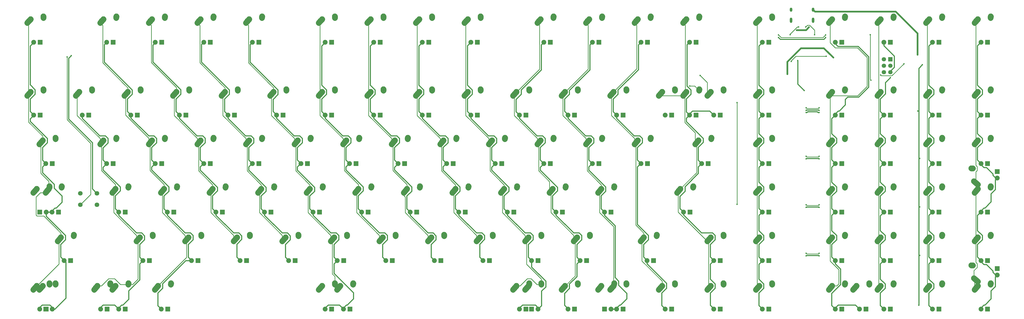
<source format=gtl>
G04 #@! TF.GenerationSoftware,KiCad,Pcbnew,(5.0.0)*
G04 #@! TF.CreationDate,2018-11-09T00:57:33-08:00*
G04 #@! TF.ProjectId,Voyager97,566F796167657239372E6B696361645F,rev?*
G04 #@! TF.SameCoordinates,Original*
G04 #@! TF.FileFunction,Copper,L1,Top,Signal*
G04 #@! TF.FilePolarity,Positive*
%FSLAX46Y46*%
G04 Gerber Fmt 4.6, Leading zero omitted, Abs format (unit mm)*
G04 Created by KiCad (PCBNEW (5.0.0)) date 11/09/18 00:57:33*
%MOMM*%
%LPD*%
G01*
G04 APERTURE LIST*
G04 #@! TA.AperFunction,ComponentPad*
%ADD10R,1.905000X1.905000*%
G04 #@! TD*
G04 #@! TA.AperFunction,ComponentPad*
%ADD11C,1.905000*%
G04 #@! TD*
G04 #@! TA.AperFunction,ComponentPad*
%ADD12C,2.250000*%
G04 #@! TD*
G04 #@! TA.AperFunction,Conductor*
%ADD13C,2.250000*%
G04 #@! TD*
G04 #@! TA.AperFunction,ComponentPad*
%ADD14C,1.700000*%
G04 #@! TD*
G04 #@! TA.AperFunction,ComponentPad*
%ADD15R,1.700000X1.700000*%
G04 #@! TD*
G04 #@! TA.AperFunction,ComponentPad*
%ADD16C,1.800000*%
G04 #@! TD*
G04 #@! TA.AperFunction,ComponentPad*
%ADD17O,1.000000X1.600000*%
G04 #@! TD*
G04 #@! TA.AperFunction,ComponentPad*
%ADD18O,1.000000X2.100000*%
G04 #@! TD*
G04 #@! TA.AperFunction,ViaPad*
%ADD19C,0.600000*%
G04 #@! TD*
G04 #@! TA.AperFunction,Conductor*
%ADD20C,0.254000*%
G04 #@! TD*
G04 #@! TA.AperFunction,Conductor*
%ADD21C,0.635000*%
G04 #@! TD*
G04 #@! TA.AperFunction,Conductor*
%ADD22C,0.381000*%
G04 #@! TD*
G04 APERTURE END LIST*
D10*
G04 #@! TO.P,MX_E1,4*
G04 #@! TO.N,Net-(MX_E1-Pad4)*
X109220000Y-86042500D03*
D11*
G04 #@! TO.P,MX_E1,3*
G04 #@! TO.N,+5V*
X106680000Y-86042500D03*
D12*
G04 #@! TO.P,MX_E1,1*
G04 #@! TO.N,COL3*
X105450000Y-76962500D03*
X104795001Y-77692500D03*
D13*
G04 #@! TD*
G04 #@! TO.N,COL3*
G04 #@! TO.C,MX_E1*
X104140000Y-78422500D02*
X105450002Y-76962500D01*
D12*
G04 #@! TO.P,MX_E1,2*
G04 #@! TO.N,Net-(D38-Pad2)*
X110490000Y-75882500D03*
X110470000Y-76172500D03*
D13*
G04 #@! TD*
G04 #@! TO.N,Net-(D38-Pad2)*
G04 #@! TO.C,MX_E1*
X110450000Y-76462500D02*
X110490000Y-75882500D01*
D12*
G04 #@! TO.P,BS2,2*
G04 #@! TO.N,Net-(BS2-Pad2)*
X310495000Y-57122500D03*
D13*
G04 #@! TD*
G04 #@! TO.N,Net-(BS2-Pad2)*
G04 #@! TO.C,BS2*
X310475000Y-57412500D02*
X310515000Y-56832500D01*
D12*
G04 #@! TO.P,BS2,2*
G04 #@! TO.N,Net-(BS2-Pad2)*
X310515000Y-56832500D03*
G04 #@! TO.P,BS2,1*
G04 #@! TO.N,COL12*
X304820001Y-58642500D03*
D13*
G04 #@! TD*
G04 #@! TO.N,COL12*
G04 #@! TO.C,BS2*
X304165000Y-59372500D02*
X305475002Y-57912500D01*
D12*
G04 #@! TO.P,BS2,1*
G04 #@! TO.N,COL12*
X305475000Y-57912500D03*
D11*
G04 #@! TO.P,BS2,3*
G04 #@! TO.N,+5V*
X306705000Y-66992500D03*
D10*
G04 #@! TO.P,BS2,4*
G04 #@! TO.N,Net-(BS2-Pad4)*
X309245000Y-66992500D03*
G04 #@! TD*
D12*
G04 #@! TO.P,BS1-1,2*
G04 #@! TO.N,Net-(BS1-1-Pad2)*
X300970000Y-57122500D03*
D13*
G04 #@! TD*
G04 #@! TO.N,Net-(BS1-1-Pad2)*
G04 #@! TO.C,BS1-1*
X300950000Y-57412500D02*
X300990000Y-56832500D01*
D12*
G04 #@! TO.P,BS1-1,2*
G04 #@! TO.N,Net-(BS1-1-Pad2)*
X300990000Y-56832500D03*
G04 #@! TO.P,BS1-1,1*
G04 #@! TO.N,COL13*
X295295001Y-58642500D03*
D13*
G04 #@! TD*
G04 #@! TO.N,COL13*
G04 #@! TO.C,BS1-1*
X294640000Y-59372500D02*
X295950002Y-57912500D01*
D12*
G04 #@! TO.P,BS1-1,1*
G04 #@! TO.N,COL13*
X295950000Y-57912500D03*
D11*
G04 #@! TO.P,BS1-1,3*
G04 #@! TO.N,+5V*
X297180000Y-66992500D03*
D10*
G04 #@! TO.P,BS1-1,4*
G04 #@! TO.N,Net-(BS1-1-Pad4)*
X299720000Y-66992500D03*
G04 #@! TD*
G04 #@! TO.P,BS1-2,4*
G04 #@! TO.N,Net-(BS1-1-Pad4)*
X290195000Y-66992500D03*
D11*
G04 #@! TO.P,BS1-2,3*
G04 #@! TO.N,+5V*
X287655000Y-66992500D03*
D12*
G04 #@! TO.P,BS1-2,1*
G04 #@! TO.N,COL13*
X286425000Y-57912500D03*
X285770001Y-58642500D03*
D13*
G04 #@! TD*
G04 #@! TO.N,COL13*
G04 #@! TO.C,BS1-2*
X285115000Y-59372500D02*
X286425002Y-57912500D01*
D12*
G04 #@! TO.P,BS1-2,2*
G04 #@! TO.N,Net-(BS1-1-Pad2)*
X291465000Y-56832500D03*
X291445000Y-57122500D03*
D13*
G04 #@! TD*
G04 #@! TO.N,Net-(BS1-1-Pad2)*
G04 #@! TO.C,BS1-2*
X291425000Y-57412500D02*
X291465000Y-56832500D01*
D10*
G04 #@! TO.P,CL1-1,4*
G04 #@! TO.N,Net-(CL1-1-Pad4)*
X49688750Y-105092500D03*
D11*
G04 #@! TO.P,CL1-1,3*
G04 #@! TO.N,+5V*
X47148750Y-105092500D03*
D12*
G04 #@! TO.P,CL1-1,1*
G04 #@! TO.N,COL0*
X45918750Y-96012500D03*
X45263751Y-96742500D03*
D13*
G04 #@! TD*
G04 #@! TO.N,COL0*
G04 #@! TO.C,CL1-1*
X44608750Y-97472500D02*
X45918752Y-96012500D01*
D12*
G04 #@! TO.P,CL1-1,2*
G04 #@! TO.N,Net-(CL1-1-Pad2)*
X50958750Y-94932500D03*
X50938750Y-95222500D03*
D13*
G04 #@! TD*
G04 #@! TO.N,Net-(CL1-1-Pad2)*
G04 #@! TO.C,CL1-1*
X50918750Y-95512500D02*
X50958750Y-94932500D01*
D12*
G04 #@! TO.P,CL1-2,2*
G04 #@! TO.N,COL0*
X46176250Y-95222500D03*
D13*
G04 #@! TD*
G04 #@! TO.N,COL0*
G04 #@! TO.C,CL1-2*
X46156250Y-95512500D02*
X46196250Y-94932500D01*
D12*
G04 #@! TO.P,CL1-2,2*
G04 #@! TO.N,COL0*
X46196250Y-94932500D03*
G04 #@! TO.P,CL1-2,1*
G04 #@! TO.N,Net-(CL1-1-Pad2)*
X40501251Y-96742500D03*
D13*
G04 #@! TD*
G04 #@! TO.N,Net-(CL1-1-Pad2)*
G04 #@! TO.C,CL1-2*
X39846250Y-97472500D02*
X41156252Y-96012500D01*
D12*
G04 #@! TO.P,CL1-2,1*
G04 #@! TO.N,Net-(CL1-1-Pad2)*
X41156250Y-96012500D03*
D11*
G04 #@! TO.P,CL1-2,3*
G04 #@! TO.N,+5V*
X44926250Y-105092500D03*
D10*
G04 #@! TO.P,CL1-2,4*
G04 #@! TO.N,Net-(CL1-1-Pad4)*
X42386250Y-105092500D03*
G04 #@! TD*
D14*
G04 #@! TO.P,J1,1*
G04 #@! TO.N,MISO*
X373380000Y-50165000D03*
G04 #@! TO.P,J1,2*
G04 #@! TO.N,+5V*
X375920000Y-50165000D03*
G04 #@! TO.P,J1,3*
G04 #@! TO.N,SCK*
X373380000Y-47625000D03*
G04 #@! TO.P,J1,4*
G04 #@! TO.N,MOSI*
X375920000Y-47625000D03*
G04 #@! TO.P,J1,5*
G04 #@! TO.N,RESET*
X373380000Y-45085000D03*
D15*
G04 #@! TO.P,J1,6*
G04 #@! TO.N,GND*
X375920000Y-45085000D03*
G04 #@! TD*
D12*
G04 #@! TO.P,LM1-1,2*
G04 #@! TO.N,Net-(D84-Pad2)*
X46176250Y-133322500D03*
D13*
G04 #@! TD*
G04 #@! TO.N,Net-(D84-Pad2)*
G04 #@! TO.C,LM1-1*
X46156250Y-133612500D02*
X46196250Y-133032500D01*
D12*
G04 #@! TO.P,LM1-1,2*
G04 #@! TO.N,Net-(D84-Pad2)*
X46196250Y-133032500D03*
G04 #@! TO.P,LM1-1,1*
G04 #@! TO.N,COL0*
X40501251Y-134842500D03*
D13*
G04 #@! TD*
G04 #@! TO.N,COL0*
G04 #@! TO.C,LM1-1*
X39846250Y-135572500D02*
X41156252Y-134112500D01*
D12*
G04 #@! TO.P,LM1-1,1*
G04 #@! TO.N,COL0*
X41156250Y-134112500D03*
D11*
G04 #@! TO.P,LM1-1,3*
G04 #@! TO.N,+5V*
X42386250Y-143192500D03*
D10*
G04 #@! TO.P,LM1-1,4*
G04 #@! TO.N,Net-(LM1-1-Pad4)*
X44926250Y-143192500D03*
G04 #@! TD*
G04 #@! TO.P,LM1-2,4*
G04 #@! TO.N,Net-(LM1-1-Pad4)*
X44767500Y-143192500D03*
D11*
G04 #@! TO.P,LM1-2,3*
G04 #@! TO.N,+5V*
X47307500Y-143192500D03*
D12*
G04 #@! TO.P,LM1-2,1*
G04 #@! TO.N,COL0*
X43537500Y-134112500D03*
X42882501Y-134842500D03*
D13*
G04 #@! TD*
G04 #@! TO.N,COL0*
G04 #@! TO.C,LM1-2*
X42227500Y-135572500D02*
X43537502Y-134112500D01*
D12*
G04 #@! TO.P,LM1-2,2*
G04 #@! TO.N,Net-(D84-Pad2)*
X48577500Y-133032500D03*
X48557500Y-133322500D03*
D13*
G04 #@! TD*
G04 #@! TO.N,Net-(D84-Pad2)*
G04 #@! TO.C,LM1-2*
X48537500Y-133612500D02*
X48577500Y-133032500D01*
D10*
G04 #@! TO.P,LM2-1,4*
G04 #@! TO.N,Net-(LM2-1-Pad4)*
X68738750Y-143192500D03*
D11*
G04 #@! TO.P,LM2-1,3*
G04 #@! TO.N,+5V*
X66198750Y-143192500D03*
D12*
G04 #@! TO.P,LM2-1,1*
G04 #@! TO.N,COL1*
X64968750Y-134112500D03*
X64313751Y-134842500D03*
D13*
G04 #@! TD*
G04 #@! TO.N,COL1*
G04 #@! TO.C,LM2-1*
X63658750Y-135572500D02*
X64968752Y-134112500D01*
D12*
G04 #@! TO.P,LM2-1,2*
G04 #@! TO.N,Net-(D85-Pad2)*
X70008750Y-133032500D03*
X69988750Y-133322500D03*
D13*
G04 #@! TD*
G04 #@! TO.N,Net-(D85-Pad2)*
G04 #@! TO.C,LM2-1*
X69968750Y-133612500D02*
X70008750Y-133032500D01*
D12*
G04 #@! TO.P,LM3-1,2*
G04 #@! TO.N,Net-(D86-Pad2)*
X93801250Y-133322500D03*
D13*
G04 #@! TD*
G04 #@! TO.N,Net-(D86-Pad2)*
G04 #@! TO.C,LM3-1*
X93781250Y-133612500D02*
X93821250Y-133032500D01*
D12*
G04 #@! TO.P,LM3-1,2*
G04 #@! TO.N,Net-(D86-Pad2)*
X93821250Y-133032500D03*
G04 #@! TO.P,LM3-1,1*
G04 #@! TO.N,COL2*
X88126251Y-134842500D03*
D13*
G04 #@! TD*
G04 #@! TO.N,COL2*
G04 #@! TO.C,LM3-1*
X87471250Y-135572500D02*
X88781252Y-134112500D01*
D12*
G04 #@! TO.P,LM3-1,1*
G04 #@! TO.N,COL2*
X88781250Y-134112500D03*
D11*
G04 #@! TO.P,LM3-1,3*
G04 #@! TO.N,+5V*
X90011250Y-143192500D03*
D10*
G04 #@! TO.P,LM3-1,4*
G04 #@! TO.N,Net-(LM3-1-Pad4)*
X92551250Y-143192500D03*
G04 #@! TD*
G04 #@! TO.P,LS1-1,4*
G04 #@! TO.N,Net-(LS1-1-Pad4)*
X54451250Y-124142500D03*
D11*
G04 #@! TO.P,LS1-1,3*
G04 #@! TO.N,+5V*
X51911250Y-124142500D03*
D12*
G04 #@! TO.P,LS1-1,1*
G04 #@! TO.N,COL0*
X50681250Y-115062500D03*
X50026251Y-115792500D03*
D13*
G04 #@! TD*
G04 #@! TO.N,COL0*
G04 #@! TO.C,LS1-1*
X49371250Y-116522500D02*
X50681252Y-115062500D01*
D12*
G04 #@! TO.P,LS1-1,2*
G04 #@! TO.N,Net-(D67-Pad2)*
X55721250Y-113982500D03*
X55701250Y-114272500D03*
D13*
G04 #@! TD*
G04 #@! TO.N,Net-(D67-Pad2)*
G04 #@! TO.C,LS1-1*
X55681250Y-114562500D02*
X55721250Y-113982500D01*
D12*
G04 #@! TO.P,MX_\002C1,2*
G04 #@! TO.N,Net-(D75-Pad2)*
X220007500Y-114272500D03*
D13*
G04 #@! TD*
G04 #@! TO.N,Net-(D75-Pad2)*
G04 #@! TO.C,MX_\002C1*
X219987500Y-114562500D02*
X220027500Y-113982500D01*
D12*
G04 #@! TO.P,MX_\002C1,2*
G04 #@! TO.N,Net-(D75-Pad2)*
X220027500Y-113982500D03*
G04 #@! TO.P,MX_\002C1,1*
G04 #@! TO.N,COL8*
X214332501Y-115792500D03*
D13*
G04 #@! TD*
G04 #@! TO.N,COL8*
G04 #@! TO.C,MX_\002C1*
X213677500Y-116522500D02*
X214987502Y-115062500D01*
D12*
G04 #@! TO.P,MX_\002C1,1*
G04 #@! TO.N,COL8*
X214987500Y-115062500D03*
D11*
G04 #@! TO.P,MX_\002C1,3*
G04 #@! TO.N,+5V*
X216217500Y-124142500D03*
D10*
G04 #@! TO.P,MX_\002C1,4*
G04 #@! TO.N,Net-(MX_\002C1-Pad4)*
X218757500Y-124142500D03*
G04 #@! TD*
G04 #@! TO.P,MX_.1,4*
G04 #@! TO.N,Net-(MX_.1-Pad4)*
X237807500Y-124142500D03*
D11*
G04 #@! TO.P,MX_.1,3*
G04 #@! TO.N,+5V*
X235267500Y-124142500D03*
D12*
G04 #@! TO.P,MX_.1,1*
G04 #@! TO.N,COL9*
X234037500Y-115062500D03*
X233382501Y-115792500D03*
D13*
G04 #@! TD*
G04 #@! TO.N,COL9*
G04 #@! TO.C,MX_.1*
X232727500Y-116522500D02*
X234037502Y-115062500D01*
D12*
G04 #@! TO.P,MX_.1,2*
G04 #@! TO.N,Net-(D76-Pad2)*
X239077500Y-113982500D03*
X239057500Y-114272500D03*
D13*
G04 #@! TD*
G04 #@! TO.N,Net-(D76-Pad2)*
G04 #@! TO.C,MX_.1*
X239037500Y-114562500D02*
X239077500Y-113982500D01*
D10*
G04 #@! TO.P,MX_#1,4*
G04 #@! TO.N,Net-(MX_#1-Pad4)*
X61595000Y-66992500D03*
D11*
G04 #@! TO.P,MX_#1,3*
G04 #@! TO.N,+5V*
X59055000Y-66992500D03*
D12*
G04 #@! TO.P,MX_#1,1*
G04 #@! TO.N,COL1*
X57825000Y-57912500D03*
X57170001Y-58642500D03*
D13*
G04 #@! TD*
G04 #@! TO.N,COL1*
G04 #@! TO.C,MX_#1*
X56515000Y-59372500D02*
X57825002Y-57912500D01*
D12*
G04 #@! TO.P,MX_#1,2*
G04 #@! TO.N,Net-(D18-Pad2)*
X62865000Y-56832500D03*
X62845000Y-57122500D03*
D13*
G04 #@! TD*
G04 #@! TO.N,Net-(D18-Pad2)*
G04 #@! TO.C,MX_#1*
X62825000Y-57412500D02*
X62865000Y-56832500D01*
D12*
G04 #@! TO.P,MX_#2,2*
G04 #@! TO.N,Net-(D19-Pad2)*
X81895000Y-57122500D03*
D13*
G04 #@! TD*
G04 #@! TO.N,Net-(D19-Pad2)*
G04 #@! TO.C,MX_#2*
X81875000Y-57412500D02*
X81915000Y-56832500D01*
D12*
G04 #@! TO.P,MX_#2,2*
G04 #@! TO.N,Net-(D19-Pad2)*
X81915000Y-56832500D03*
G04 #@! TO.P,MX_#2,1*
G04 #@! TO.N,COL2*
X76220001Y-58642500D03*
D13*
G04 #@! TD*
G04 #@! TO.N,COL2*
G04 #@! TO.C,MX_#2*
X75565000Y-59372500D02*
X76875002Y-57912500D01*
D12*
G04 #@! TO.P,MX_#2,1*
G04 #@! TO.N,COL2*
X76875000Y-57912500D03*
D11*
G04 #@! TO.P,MX_#2,3*
G04 #@! TO.N,+5V*
X78105000Y-66992500D03*
D10*
G04 #@! TO.P,MX_#2,4*
G04 #@! TO.N,Net-(MX_#2-Pad4)*
X80645000Y-66992500D03*
G04 #@! TD*
D12*
G04 #@! TO.P,MX_#3,2*
G04 #@! TO.N,Net-(D20-Pad2)*
X100945000Y-57122500D03*
D13*
G04 #@! TD*
G04 #@! TO.N,Net-(D20-Pad2)*
G04 #@! TO.C,MX_#3*
X100925000Y-57412500D02*
X100965000Y-56832500D01*
D12*
G04 #@! TO.P,MX_#3,2*
G04 #@! TO.N,Net-(D20-Pad2)*
X100965000Y-56832500D03*
G04 #@! TO.P,MX_#3,1*
G04 #@! TO.N,COL3*
X95270001Y-58642500D03*
D13*
G04 #@! TD*
G04 #@! TO.N,COL3*
G04 #@! TO.C,MX_#3*
X94615000Y-59372500D02*
X95925002Y-57912500D01*
D12*
G04 #@! TO.P,MX_#3,1*
G04 #@! TO.N,COL3*
X95925000Y-57912500D03*
D11*
G04 #@! TO.P,MX_#3,3*
G04 #@! TO.N,+5V*
X97155000Y-66992500D03*
D10*
G04 #@! TO.P,MX_#3,4*
G04 #@! TO.N,Net-(MX_#3-Pad4)*
X99695000Y-66992500D03*
G04 #@! TD*
G04 #@! TO.P,MX_#4,4*
G04 #@! TO.N,Net-(MX_#4-Pad4)*
X118745000Y-66992500D03*
D11*
G04 #@! TO.P,MX_#4,3*
G04 #@! TO.N,+5V*
X116205000Y-66992500D03*
D12*
G04 #@! TO.P,MX_#4,1*
G04 #@! TO.N,COL4*
X114975000Y-57912500D03*
X114320001Y-58642500D03*
D13*
G04 #@! TD*
G04 #@! TO.N,COL4*
G04 #@! TO.C,MX_#4*
X113665000Y-59372500D02*
X114975002Y-57912500D01*
D12*
G04 #@! TO.P,MX_#4,2*
G04 #@! TO.N,Net-(D21-Pad2)*
X120015000Y-56832500D03*
X119995000Y-57122500D03*
D13*
G04 #@! TD*
G04 #@! TO.N,Net-(D21-Pad2)*
G04 #@! TO.C,MX_#4*
X119975000Y-57412500D02*
X120015000Y-56832500D01*
D12*
G04 #@! TO.P,MX_#5,2*
G04 #@! TO.N,Net-(D22-Pad2)*
X139045000Y-57122500D03*
D13*
G04 #@! TD*
G04 #@! TO.N,Net-(D22-Pad2)*
G04 #@! TO.C,MX_#5*
X139025000Y-57412500D02*
X139065000Y-56832500D01*
D12*
G04 #@! TO.P,MX_#5,2*
G04 #@! TO.N,Net-(D22-Pad2)*
X139065000Y-56832500D03*
G04 #@! TO.P,MX_#5,1*
G04 #@! TO.N,COL5*
X133370001Y-58642500D03*
D13*
G04 #@! TD*
G04 #@! TO.N,COL5*
G04 #@! TO.C,MX_#5*
X132715000Y-59372500D02*
X134025002Y-57912500D01*
D12*
G04 #@! TO.P,MX_#5,1*
G04 #@! TO.N,COL5*
X134025000Y-57912500D03*
D11*
G04 #@! TO.P,MX_#5,3*
G04 #@! TO.N,+5V*
X135255000Y-66992500D03*
D10*
G04 #@! TO.P,MX_#5,4*
G04 #@! TO.N,Net-(MX_#5-Pad4)*
X137795000Y-66992500D03*
G04 #@! TD*
D12*
G04 #@! TO.P,MX_#6,2*
G04 #@! TO.N,Net-(D23-Pad2)*
X158095000Y-57122500D03*
D13*
G04 #@! TD*
G04 #@! TO.N,Net-(D23-Pad2)*
G04 #@! TO.C,MX_#6*
X158075000Y-57412500D02*
X158115000Y-56832500D01*
D12*
G04 #@! TO.P,MX_#6,2*
G04 #@! TO.N,Net-(D23-Pad2)*
X158115000Y-56832500D03*
G04 #@! TO.P,MX_#6,1*
G04 #@! TO.N,COL6*
X152420001Y-58642500D03*
D13*
G04 #@! TD*
G04 #@! TO.N,COL6*
G04 #@! TO.C,MX_#6*
X151765000Y-59372500D02*
X153075002Y-57912500D01*
D12*
G04 #@! TO.P,MX_#6,1*
G04 #@! TO.N,COL6*
X153075000Y-57912500D03*
D11*
G04 #@! TO.P,MX_#6,3*
G04 #@! TO.N,+5V*
X154305000Y-66992500D03*
D10*
G04 #@! TO.P,MX_#6,4*
G04 #@! TO.N,Net-(MX_#6-Pad4)*
X156845000Y-66992500D03*
G04 #@! TD*
G04 #@! TO.P,MX_#7,4*
G04 #@! TO.N,Net-(MX_#7-Pad4)*
X175895000Y-66992500D03*
D11*
G04 #@! TO.P,MX_#7,3*
G04 #@! TO.N,+5V*
X173355000Y-66992500D03*
D12*
G04 #@! TO.P,MX_#7,1*
G04 #@! TO.N,COL7*
X172125000Y-57912500D03*
X171470001Y-58642500D03*
D13*
G04 #@! TD*
G04 #@! TO.N,COL7*
G04 #@! TO.C,MX_#7*
X170815000Y-59372500D02*
X172125002Y-57912500D01*
D12*
G04 #@! TO.P,MX_#7,2*
G04 #@! TO.N,Net-(D24-Pad2)*
X177165000Y-56832500D03*
X177145000Y-57122500D03*
D13*
G04 #@! TD*
G04 #@! TO.N,Net-(D24-Pad2)*
G04 #@! TO.C,MX_#7*
X177125000Y-57412500D02*
X177165000Y-56832500D01*
D10*
G04 #@! TO.P,MX_#8,4*
G04 #@! TO.N,Net-(MX_#8-Pad4)*
X194945000Y-66992500D03*
D11*
G04 #@! TO.P,MX_#8,3*
G04 #@! TO.N,+5V*
X192405000Y-66992500D03*
D12*
G04 #@! TO.P,MX_#8,1*
G04 #@! TO.N,COL8*
X191175000Y-57912500D03*
X190520001Y-58642500D03*
D13*
G04 #@! TD*
G04 #@! TO.N,COL8*
G04 #@! TO.C,MX_#8*
X189865000Y-59372500D02*
X191175002Y-57912500D01*
D12*
G04 #@! TO.P,MX_#8,2*
G04 #@! TO.N,Net-(D25-Pad2)*
X196215000Y-56832500D03*
X196195000Y-57122500D03*
D13*
G04 #@! TD*
G04 #@! TO.N,Net-(D25-Pad2)*
G04 #@! TO.C,MX_#8*
X196175000Y-57412500D02*
X196215000Y-56832500D01*
D10*
G04 #@! TO.P,MX_#9,4*
G04 #@! TO.N,Net-(MX_#9-Pad4)*
X213995000Y-66992500D03*
D11*
G04 #@! TO.P,MX_#9,3*
G04 #@! TO.N,+5V*
X211455000Y-66992500D03*
D12*
G04 #@! TO.P,MX_#9,1*
G04 #@! TO.N,COL9*
X210225000Y-57912500D03*
X209570001Y-58642500D03*
D13*
G04 #@! TD*
G04 #@! TO.N,COL9*
G04 #@! TO.C,MX_#9*
X208915000Y-59372500D02*
X210225002Y-57912500D01*
D12*
G04 #@! TO.P,MX_#9,2*
G04 #@! TO.N,Net-(D26-Pad2)*
X215265000Y-56832500D03*
X215245000Y-57122500D03*
D13*
G04 #@! TD*
G04 #@! TO.N,Net-(D26-Pad2)*
G04 #@! TO.C,MX_#9*
X215225000Y-57412500D02*
X215265000Y-56832500D01*
D10*
G04 #@! TO.P,MX_#0_1,4*
G04 #@! TO.N,Net-(MX_#0_1-Pad4)*
X233045000Y-66992500D03*
D11*
G04 #@! TO.P,MX_#0_1,3*
G04 #@! TO.N,+5V*
X230505000Y-66992500D03*
D12*
G04 #@! TO.P,MX_#0_1,1*
G04 #@! TO.N,COL10*
X229275000Y-57912500D03*
X228620001Y-58642500D03*
D13*
G04 #@! TD*
G04 #@! TO.N,COL10*
G04 #@! TO.C,MX_#0_1*
X227965000Y-59372500D02*
X229275002Y-57912500D01*
D12*
G04 #@! TO.P,MX_#0_1,2*
G04 #@! TO.N,Net-(D27-Pad2)*
X234315000Y-56832500D03*
X234295000Y-57122500D03*
D13*
G04 #@! TD*
G04 #@! TO.N,Net-(D27-Pad2)*
G04 #@! TO.C,MX_#0_1*
X234275000Y-57412500D02*
X234315000Y-56832500D01*
D10*
G04 #@! TO.P,MX_'1,4*
G04 #@! TO.N,Net-(MX_'1-Pad4)*
X266382500Y-105092500D03*
D11*
G04 #@! TO.P,MX_'1,3*
G04 #@! TO.N,+5V*
X263842500Y-105092500D03*
D12*
G04 #@! TO.P,MX_'1,1*
G04 #@! TO.N,COL11*
X262612500Y-96012500D03*
X261957501Y-96742500D03*
D13*
G04 #@! TD*
G04 #@! TO.N,COL11*
G04 #@! TO.C,MX_'1*
X261302500Y-97472500D02*
X262612502Y-96012500D01*
D12*
G04 #@! TO.P,MX_'1,2*
G04 #@! TO.N,Net-(D63-Pad2)*
X267652500Y-94932500D03*
X267632500Y-95222500D03*
D13*
G04 #@! TD*
G04 #@! TO.N,Net-(D63-Pad2)*
G04 #@! TO.C,MX_'1*
X267612500Y-95512500D02*
X267652500Y-94932500D01*
D12*
G04 #@! TO.P,MX_-1,2*
G04 #@! TO.N,Net-(D28-Pad2)*
X253345000Y-57122500D03*
D13*
G04 #@! TD*
G04 #@! TO.N,Net-(D28-Pad2)*
G04 #@! TO.C,MX_-1*
X253325000Y-57412500D02*
X253365000Y-56832500D01*
D12*
G04 #@! TO.P,MX_-1,2*
G04 #@! TO.N,Net-(D28-Pad2)*
X253365000Y-56832500D03*
G04 #@! TO.P,MX_-1,1*
G04 #@! TO.N,COL11*
X247670001Y-58642500D03*
D13*
G04 #@! TD*
G04 #@! TO.N,COL11*
G04 #@! TO.C,MX_-1*
X247015000Y-59372500D02*
X248325002Y-57912500D01*
D12*
G04 #@! TO.P,MX_-1,1*
G04 #@! TO.N,COL11*
X248325000Y-57912500D03*
D11*
G04 #@! TO.P,MX_-1,3*
G04 #@! TO.N,+5V*
X249555000Y-66992500D03*
D10*
G04 #@! TO.P,MX_-1,4*
G04 #@! TO.N,Net-(MX_-1-Pad4)*
X252095000Y-66992500D03*
G04 #@! TD*
G04 #@! TO.P,MX_/1,4*
G04 #@! TO.N,Net-(MX_/1-Pad4)*
X256857500Y-124142500D03*
D11*
G04 #@! TO.P,MX_/1,3*
G04 #@! TO.N,+5V*
X254317500Y-124142500D03*
D12*
G04 #@! TO.P,MX_/1,1*
G04 #@! TO.N,COL10*
X253087500Y-115062500D03*
X252432501Y-115792500D03*
D13*
G04 #@! TD*
G04 #@! TO.N,COL10*
G04 #@! TO.C,MX_/1*
X251777500Y-116522500D02*
X253087502Y-115062500D01*
D12*
G04 #@! TO.P,MX_/1,2*
G04 #@! TO.N,Net-(D77-Pad2)*
X258127500Y-113982500D03*
X258107500Y-114272500D03*
D13*
G04 #@! TD*
G04 #@! TO.N,Net-(D77-Pad2)*
G04 #@! TO.C,MX_/1*
X258087500Y-114562500D02*
X258127500Y-113982500D01*
D10*
G04 #@! TO.P,MX_;1,4*
G04 #@! TO.N,Net-(MX_;1-Pad4)*
X247332500Y-105092500D03*
D11*
G04 #@! TO.P,MX_;1,3*
G04 #@! TO.N,+5V*
X244792500Y-105092500D03*
D12*
G04 #@! TO.P,MX_;1,1*
G04 #@! TO.N,COL10*
X243562500Y-96012500D03*
X242907501Y-96742500D03*
D13*
G04 #@! TD*
G04 #@! TO.N,COL10*
G04 #@! TO.C,MX_;1*
X242252500Y-97472500D02*
X243562502Y-96012500D01*
D12*
G04 #@! TO.P,MX_;1,2*
G04 #@! TO.N,Net-(D62-Pad2)*
X248602500Y-94932500D03*
X248582500Y-95222500D03*
D13*
G04 #@! TD*
G04 #@! TO.N,Net-(D62-Pad2)*
G04 #@! TO.C,MX_;1*
X248562500Y-95512500D02*
X248602500Y-94932500D01*
D12*
G04 #@! TO.P,MX_=1,2*
G04 #@! TO.N,Net-(D29-Pad2)*
X272395000Y-57122500D03*
D13*
G04 #@! TD*
G04 #@! TO.N,Net-(D29-Pad2)*
G04 #@! TO.C,MX_=1*
X272375000Y-57412500D02*
X272415000Y-56832500D01*
D12*
G04 #@! TO.P,MX_=1,2*
G04 #@! TO.N,Net-(D29-Pad2)*
X272415000Y-56832500D03*
G04 #@! TO.P,MX_=1,1*
G04 #@! TO.N,COL12*
X266720001Y-58642500D03*
D13*
G04 #@! TD*
G04 #@! TO.N,COL12*
G04 #@! TO.C,MX_=1*
X266065000Y-59372500D02*
X267375002Y-57912500D01*
D12*
G04 #@! TO.P,MX_=1,1*
G04 #@! TO.N,COL12*
X267375000Y-57912500D03*
D11*
G04 #@! TO.P,MX_=1,3*
G04 #@! TO.N,+5V*
X268605000Y-66992500D03*
D10*
G04 #@! TO.P,MX_=1,4*
G04 #@! TO.N,Net-(MX_=1-Pad4)*
X271145000Y-66992500D03*
G04 #@! TD*
D12*
G04 #@! TO.P,MX_[1,2*
G04 #@! TO.N,Net-(D46-Pad2)*
X262870000Y-76172500D03*
D13*
G04 #@! TD*
G04 #@! TO.N,Net-(D46-Pad2)*
G04 #@! TO.C,MX_[1*
X262850000Y-76462500D02*
X262890000Y-75882500D01*
D12*
G04 #@! TO.P,MX_[1,2*
G04 #@! TO.N,Net-(D46-Pad2)*
X262890000Y-75882500D03*
G04 #@! TO.P,MX_[1,1*
G04 #@! TO.N,COL11*
X257195001Y-77692500D03*
D13*
G04 #@! TD*
G04 #@! TO.N,COL11*
G04 #@! TO.C,MX_[1*
X256540000Y-78422500D02*
X257850002Y-76962500D01*
D12*
G04 #@! TO.P,MX_[1,1*
G04 #@! TO.N,COL11*
X257850000Y-76962500D03*
D11*
G04 #@! TO.P,MX_[1,3*
G04 #@! TO.N,+5V*
X259080000Y-86042500D03*
D10*
G04 #@! TO.P,MX_[1,4*
G04 #@! TO.N,Net-(MX_[1-Pad4)*
X261620000Y-86042500D03*
G04 #@! TD*
G04 #@! TO.P,MX_\005C1,4*
G04 #@! TO.N,Net-(MX_\005C1-Pad4)*
X304482500Y-86042500D03*
D11*
G04 #@! TO.P,MX_\005C1,3*
G04 #@! TO.N,+5V*
X301942500Y-86042500D03*
D12*
G04 #@! TO.P,MX_\005C1,1*
G04 #@! TO.N,COL13*
X300712500Y-76962500D03*
X300057501Y-77692500D03*
D13*
G04 #@! TD*
G04 #@! TO.N,COL13*
G04 #@! TO.C,MX_\005C1*
X299402500Y-78422500D02*
X300712502Y-76962500D01*
D12*
G04 #@! TO.P,MX_\005C1,2*
G04 #@! TO.N,Net-(D48-Pad2)*
X305752500Y-75882500D03*
X305732500Y-76172500D03*
D13*
G04 #@! TD*
G04 #@! TO.N,Net-(D48-Pad2)*
G04 #@! TO.C,MX_\005C1*
X305712500Y-76462500D02*
X305752500Y-75882500D01*
D12*
G04 #@! TO.P,MX_]1,2*
G04 #@! TO.N,Net-(D47-Pad2)*
X281920000Y-76172500D03*
D13*
G04 #@! TD*
G04 #@! TO.N,Net-(D47-Pad2)*
G04 #@! TO.C,MX_]1*
X281900000Y-76462500D02*
X281940000Y-75882500D01*
D12*
G04 #@! TO.P,MX_]1,2*
G04 #@! TO.N,Net-(D47-Pad2)*
X281940000Y-75882500D03*
G04 #@! TO.P,MX_]1,1*
G04 #@! TO.N,COL12*
X276245001Y-77692500D03*
D13*
G04 #@! TD*
G04 #@! TO.N,COL12*
G04 #@! TO.C,MX_]1*
X275590000Y-78422500D02*
X276900002Y-76962500D01*
D12*
G04 #@! TO.P,MX_]1,1*
G04 #@! TO.N,COL12*
X276900000Y-76962500D03*
D11*
G04 #@! TO.P,MX_]1,3*
G04 #@! TO.N,+5V*
X278130000Y-86042500D03*
D10*
G04 #@! TO.P,MX_]1,4*
G04 #@! TO.N,Net-(MX_]1-Pad4)*
X280670000Y-86042500D03*
G04 #@! TD*
D12*
G04 #@! TO.P,MX_`1,2*
G04 #@! TO.N,Net-(D17-Pad2)*
X43795000Y-57122500D03*
D13*
G04 #@! TD*
G04 #@! TO.N,Net-(D17-Pad2)*
G04 #@! TO.C,MX_`1*
X43775000Y-57412500D02*
X43815000Y-56832500D01*
D12*
G04 #@! TO.P,MX_`1,2*
G04 #@! TO.N,Net-(D17-Pad2)*
X43815000Y-56832500D03*
G04 #@! TO.P,MX_`1,1*
G04 #@! TO.N,COL0*
X38120001Y-58642500D03*
D13*
G04 #@! TD*
G04 #@! TO.N,COL0*
G04 #@! TO.C,MX_`1*
X37465000Y-59372500D02*
X38775002Y-57912500D01*
D12*
G04 #@! TO.P,MX_`1,1*
G04 #@! TO.N,COL0*
X38775000Y-57912500D03*
D11*
G04 #@! TO.P,MX_`1,3*
G04 #@! TO.N,+5V*
X40005000Y-66992500D03*
D10*
G04 #@! TO.P,MX_`1,4*
G04 #@! TO.N,Net-(MX_`1-Pad4)*
X42545000Y-66992500D03*
G04 #@! TD*
D12*
G04 #@! TO.P,MX_A1,2*
G04 #@! TO.N,Net-(D53-Pad2)*
X77132500Y-95222500D03*
D13*
G04 #@! TD*
G04 #@! TO.N,Net-(D53-Pad2)*
G04 #@! TO.C,MX_A1*
X77112500Y-95512500D02*
X77152500Y-94932500D01*
D12*
G04 #@! TO.P,MX_A1,2*
G04 #@! TO.N,Net-(D53-Pad2)*
X77152500Y-94932500D03*
G04 #@! TO.P,MX_A1,1*
G04 #@! TO.N,COL1*
X71457501Y-96742500D03*
D13*
G04 #@! TD*
G04 #@! TO.N,COL1*
G04 #@! TO.C,MX_A1*
X70802500Y-97472500D02*
X72112502Y-96012500D01*
D12*
G04 #@! TO.P,MX_A1,1*
G04 #@! TO.N,COL1*
X72112500Y-96012500D03*
D11*
G04 #@! TO.P,MX_A1,3*
G04 #@! TO.N,+5V*
X73342500Y-105092500D03*
D10*
G04 #@! TO.P,MX_A1,4*
G04 #@! TO.N,Net-(MX_A1-Pad4)*
X75882500Y-105092500D03*
G04 #@! TD*
D12*
G04 #@! TO.P,MX_B1,2*
G04 #@! TO.N,Net-(D72-Pad2)*
X162857500Y-114272500D03*
D13*
G04 #@! TD*
G04 #@! TO.N,Net-(D72-Pad2)*
G04 #@! TO.C,MX_B1*
X162837500Y-114562500D02*
X162877500Y-113982500D01*
D12*
G04 #@! TO.P,MX_B1,2*
G04 #@! TO.N,Net-(D72-Pad2)*
X162877500Y-113982500D03*
G04 #@! TO.P,MX_B1,1*
G04 #@! TO.N,COL5*
X157182501Y-115792500D03*
D13*
G04 #@! TD*
G04 #@! TO.N,COL5*
G04 #@! TO.C,MX_B1*
X156527500Y-116522500D02*
X157837502Y-115062500D01*
D12*
G04 #@! TO.P,MX_B1,1*
G04 #@! TO.N,COL5*
X157837500Y-115062500D03*
D11*
G04 #@! TO.P,MX_B1,3*
G04 #@! TO.N,+5V*
X159067500Y-124142500D03*
D10*
G04 #@! TO.P,MX_B1,4*
G04 #@! TO.N,Net-(MX_B1-Pad4)*
X161607500Y-124142500D03*
G04 #@! TD*
D12*
G04 #@! TO.P,MX_C1,2*
G04 #@! TO.N,Net-(D70-Pad2)*
X124757500Y-114272500D03*
D13*
G04 #@! TD*
G04 #@! TO.N,Net-(D70-Pad2)*
G04 #@! TO.C,MX_C1*
X124737500Y-114562500D02*
X124777500Y-113982500D01*
D12*
G04 #@! TO.P,MX_C1,2*
G04 #@! TO.N,Net-(D70-Pad2)*
X124777500Y-113982500D03*
G04 #@! TO.P,MX_C1,1*
G04 #@! TO.N,COL3*
X119082501Y-115792500D03*
D13*
G04 #@! TD*
G04 #@! TO.N,COL3*
G04 #@! TO.C,MX_C1*
X118427500Y-116522500D02*
X119737502Y-115062500D01*
D12*
G04 #@! TO.P,MX_C1,1*
G04 #@! TO.N,COL3*
X119737500Y-115062500D03*
D11*
G04 #@! TO.P,MX_C1,3*
G04 #@! TO.N,+5V*
X120967500Y-124142500D03*
D10*
G04 #@! TO.P,MX_C1,4*
G04 #@! TO.N,Net-(MX_C1-Pad4)*
X123507500Y-124142500D03*
G04 #@! TD*
G04 #@! TO.P,MX_D1,4*
G04 #@! TO.N,Net-(MX_D1-Pad4)*
X113982500Y-105092500D03*
D11*
G04 #@! TO.P,MX_D1,3*
G04 #@! TO.N,+5V*
X111442500Y-105092500D03*
D12*
G04 #@! TO.P,MX_D1,1*
G04 #@! TO.N,COL3*
X110212500Y-96012500D03*
X109557501Y-96742500D03*
D13*
G04 #@! TD*
G04 #@! TO.N,COL3*
G04 #@! TO.C,MX_D1*
X108902500Y-97472500D02*
X110212502Y-96012500D01*
D12*
G04 #@! TO.P,MX_D1,2*
G04 #@! TO.N,Net-(D55-Pad2)*
X115252500Y-94932500D03*
X115232500Y-95222500D03*
D13*
G04 #@! TD*
G04 #@! TO.N,Net-(D55-Pad2)*
G04 #@! TO.C,MX_D1*
X115212500Y-95512500D02*
X115252500Y-94932500D01*
D12*
G04 #@! TO.P,MX_DOWN1,2*
G04 #@! TO.N,Net-(D82-Pad2)*
X310495000Y-133322500D03*
D13*
G04 #@! TD*
G04 #@! TO.N,Net-(D82-Pad2)*
G04 #@! TO.C,MX_DOWN1*
X310475000Y-133612500D02*
X310515000Y-133032500D01*
D12*
G04 #@! TO.P,MX_DOWN1,2*
G04 #@! TO.N,Net-(D82-Pad2)*
X310515000Y-133032500D03*
G04 #@! TO.P,MX_DOWN1,1*
G04 #@! TO.N,COL13*
X304820001Y-134842500D03*
D13*
G04 #@! TD*
G04 #@! TO.N,COL13*
G04 #@! TO.C,MX_DOWN1*
X304165000Y-135572500D02*
X305475002Y-134112500D01*
D12*
G04 #@! TO.P,MX_DOWN1,1*
G04 #@! TO.N,COL13*
X305475000Y-134112500D03*
D11*
G04 #@! TO.P,MX_DOWN1,3*
G04 #@! TO.N,+5V*
X306705000Y-143192500D03*
D10*
G04 #@! TO.P,MX_DOWN1,4*
G04 #@! TO.N,Net-(MX_DOWN1-Pad4)*
X309245000Y-143192500D03*
G04 #@! TD*
G04 #@! TO.P,MX_ESC1,4*
G04 #@! TO.N,Net-(MX_ESC1-Pad4)*
X42545000Y-38417500D03*
D11*
G04 #@! TO.P,MX_ESC1,3*
G04 #@! TO.N,+5V*
X40005000Y-38417500D03*
D12*
G04 #@! TO.P,MX_ESC1,1*
G04 #@! TO.N,COL0*
X38775000Y-29337500D03*
X38120001Y-30067500D03*
D13*
G04 #@! TD*
G04 #@! TO.N,COL0*
G04 #@! TO.C,MX_ESC1*
X37465000Y-30797500D02*
X38775002Y-29337500D01*
D12*
G04 #@! TO.P,MX_ESC1,2*
G04 #@! TO.N,Net-(D1-Pad2)*
X43815000Y-28257500D03*
X43795000Y-28547500D03*
D13*
G04 #@! TD*
G04 #@! TO.N,Net-(D1-Pad2)*
G04 #@! TO.C,MX_ESC1*
X43775000Y-28837500D02*
X43815000Y-28257500D01*
D12*
G04 #@! TO.P,MX_EX1,2*
G04 #@! TO.N,Net-(D14-Pad2)*
X329545000Y-57122500D03*
D13*
G04 #@! TD*
G04 #@! TO.N,Net-(D14-Pad2)*
G04 #@! TO.C,MX_EX1*
X329525000Y-57412500D02*
X329565000Y-56832500D01*
D12*
G04 #@! TO.P,MX_EX1,2*
G04 #@! TO.N,Net-(D14-Pad2)*
X329565000Y-56832500D03*
G04 #@! TO.P,MX_EX1,1*
G04 #@! TO.N,COL14*
X323870001Y-58642500D03*
D13*
G04 #@! TD*
G04 #@! TO.N,COL14*
G04 #@! TO.C,MX_EX1*
X323215000Y-59372500D02*
X324525002Y-57912500D01*
D12*
G04 #@! TO.P,MX_EX1,1*
G04 #@! TO.N,COL14*
X324525000Y-57912500D03*
D11*
G04 #@! TO.P,MX_EX1,3*
G04 #@! TO.N,+5V*
X325755000Y-66992500D03*
D10*
G04 #@! TO.P,MX_EX1,4*
G04 #@! TO.N,Net-(MX_EX1-Pad4)*
X328295000Y-66992500D03*
G04 #@! TD*
D12*
G04 #@! TO.P,MX_EX2,2*
G04 #@! TO.N,Net-(D32-Pad2)*
X329545000Y-76172500D03*
D13*
G04 #@! TD*
G04 #@! TO.N,Net-(D32-Pad2)*
G04 #@! TO.C,MX_EX2*
X329525000Y-76462500D02*
X329565000Y-75882500D01*
D12*
G04 #@! TO.P,MX_EX2,2*
G04 #@! TO.N,Net-(D32-Pad2)*
X329565000Y-75882500D03*
G04 #@! TO.P,MX_EX2,1*
G04 #@! TO.N,COL14*
X323870001Y-77692500D03*
D13*
G04 #@! TD*
G04 #@! TO.N,COL14*
G04 #@! TO.C,MX_EX2*
X323215000Y-78422500D02*
X324525002Y-76962500D01*
D12*
G04 #@! TO.P,MX_EX2,1*
G04 #@! TO.N,COL14*
X324525000Y-76962500D03*
D11*
G04 #@! TO.P,MX_EX2,3*
G04 #@! TO.N,+5V*
X325755000Y-86042500D03*
D10*
G04 #@! TO.P,MX_EX2,4*
G04 #@! TO.N,Net-(MX_EX2-Pad4)*
X328295000Y-86042500D03*
G04 #@! TD*
G04 #@! TO.P,MX_EX3,4*
G04 #@! TO.N,Net-(MX_EX3-Pad4)*
X328295000Y-105092500D03*
D11*
G04 #@! TO.P,MX_EX3,3*
G04 #@! TO.N,+5V*
X325755000Y-105092500D03*
D12*
G04 #@! TO.P,MX_EX3,1*
G04 #@! TO.N,COL14*
X324525000Y-96012500D03*
X323870001Y-96742500D03*
D13*
G04 #@! TD*
G04 #@! TO.N,COL14*
G04 #@! TO.C,MX_EX3*
X323215000Y-97472500D02*
X324525002Y-96012500D01*
D12*
G04 #@! TO.P,MX_EX3,2*
G04 #@! TO.N,Net-(D33-Pad2)*
X329565000Y-94932500D03*
X329545000Y-95222500D03*
D13*
G04 #@! TD*
G04 #@! TO.N,Net-(D33-Pad2)*
G04 #@! TO.C,MX_EX3*
X329525000Y-95512500D02*
X329565000Y-94932500D01*
D10*
G04 #@! TO.P,MX_EX4,4*
G04 #@! TO.N,Net-(MX_EX4-Pad4)*
X328295000Y-124142500D03*
D11*
G04 #@! TO.P,MX_EX4,3*
G04 #@! TO.N,+5V*
X325755000Y-124142500D03*
D12*
G04 #@! TO.P,MX_EX4,1*
G04 #@! TO.N,COL14*
X324525000Y-115062500D03*
X323870001Y-115792500D03*
D13*
G04 #@! TD*
G04 #@! TO.N,COL14*
G04 #@! TO.C,MX_EX4*
X323215000Y-116522500D02*
X324525002Y-115062500D01*
D12*
G04 #@! TO.P,MX_EX4,2*
G04 #@! TO.N,Net-(D80-Pad2)*
X329565000Y-113982500D03*
X329545000Y-114272500D03*
D13*
G04 #@! TD*
G04 #@! TO.N,Net-(D80-Pad2)*
G04 #@! TO.C,MX_EX4*
X329525000Y-114562500D02*
X329565000Y-113982500D01*
D10*
G04 #@! TO.P,MX_F1,4*
G04 #@! TO.N,Net-(MX_F1-Pad4)*
X133032500Y-105092500D03*
D11*
G04 #@! TO.P,MX_F1,3*
G04 #@! TO.N,+5V*
X130492500Y-105092500D03*
D12*
G04 #@! TO.P,MX_F1,1*
G04 #@! TO.N,COL4*
X129262500Y-96012500D03*
X128607501Y-96742500D03*
D13*
G04 #@! TD*
G04 #@! TO.N,COL4*
G04 #@! TO.C,MX_F1*
X127952500Y-97472500D02*
X129262502Y-96012500D01*
D12*
G04 #@! TO.P,MX_F1,2*
G04 #@! TO.N,Net-(D56-Pad2)*
X134302500Y-94932500D03*
X134282500Y-95222500D03*
D13*
G04 #@! TD*
G04 #@! TO.N,Net-(D56-Pad2)*
G04 #@! TO.C,MX_F1*
X134262500Y-95512500D02*
X134302500Y-94932500D01*
D12*
G04 #@! TO.P,MX_FN1,2*
G04 #@! TO.N,Net-(D2-Pad2)*
X72370000Y-28547500D03*
D13*
G04 #@! TD*
G04 #@! TO.N,Net-(D2-Pad2)*
G04 #@! TO.C,MX_FN1*
X72350000Y-28837500D02*
X72390000Y-28257500D01*
D12*
G04 #@! TO.P,MX_FN1,2*
G04 #@! TO.N,Net-(D2-Pad2)*
X72390000Y-28257500D03*
G04 #@! TO.P,MX_FN1,1*
G04 #@! TO.N,COL2*
X66695001Y-30067500D03*
D13*
G04 #@! TD*
G04 #@! TO.N,COL2*
G04 #@! TO.C,MX_FN1*
X66040000Y-30797500D02*
X67350002Y-29337500D01*
D12*
G04 #@! TO.P,MX_FN1,1*
G04 #@! TO.N,COL2*
X67350000Y-29337500D03*
D11*
G04 #@! TO.P,MX_FN1,3*
G04 #@! TO.N,+5V*
X68580000Y-38417500D03*
D10*
G04 #@! TO.P,MX_FN1,4*
G04 #@! TO.N,Net-(MX_FN1-Pad4)*
X71120000Y-38417500D03*
G04 #@! TD*
D12*
G04 #@! TO.P,MX_FN2,2*
G04 #@! TO.N,Net-(D3-Pad2)*
X91420000Y-28547500D03*
D13*
G04 #@! TD*
G04 #@! TO.N,Net-(D3-Pad2)*
G04 #@! TO.C,MX_FN2*
X91400000Y-28837500D02*
X91440000Y-28257500D01*
D12*
G04 #@! TO.P,MX_FN2,2*
G04 #@! TO.N,Net-(D3-Pad2)*
X91440000Y-28257500D03*
G04 #@! TO.P,MX_FN2,1*
G04 #@! TO.N,COL3*
X85745001Y-30067500D03*
D13*
G04 #@! TD*
G04 #@! TO.N,COL3*
G04 #@! TO.C,MX_FN2*
X85090000Y-30797500D02*
X86400002Y-29337500D01*
D12*
G04 #@! TO.P,MX_FN2,1*
G04 #@! TO.N,COL3*
X86400000Y-29337500D03*
D11*
G04 #@! TO.P,MX_FN2,3*
G04 #@! TO.N,+5V*
X87630000Y-38417500D03*
D10*
G04 #@! TO.P,MX_FN2,4*
G04 #@! TO.N,Net-(MX_FN2-Pad4)*
X90170000Y-38417500D03*
G04 #@! TD*
G04 #@! TO.P,MX_FN3,4*
G04 #@! TO.N,Net-(MX_FN3-Pad4)*
X109220000Y-38417500D03*
D11*
G04 #@! TO.P,MX_FN3,3*
G04 #@! TO.N,+5V*
X106680000Y-38417500D03*
D12*
G04 #@! TO.P,MX_FN3,1*
G04 #@! TO.N,COL4*
X105450000Y-29337500D03*
X104795001Y-30067500D03*
D13*
G04 #@! TD*
G04 #@! TO.N,COL4*
G04 #@! TO.C,MX_FN3*
X104140000Y-30797500D02*
X105450002Y-29337500D01*
D12*
G04 #@! TO.P,MX_FN3,2*
G04 #@! TO.N,Net-(D4-Pad2)*
X110490000Y-28257500D03*
X110470000Y-28547500D03*
D13*
G04 #@! TD*
G04 #@! TO.N,Net-(D4-Pad2)*
G04 #@! TO.C,MX_FN3*
X110450000Y-28837500D02*
X110490000Y-28257500D01*
D10*
G04 #@! TO.P,MX_FN4,4*
G04 #@! TO.N,Net-(MX_FN4-Pad4)*
X128270000Y-38417500D03*
D11*
G04 #@! TO.P,MX_FN4,3*
G04 #@! TO.N,+5V*
X125730000Y-38417500D03*
D12*
G04 #@! TO.P,MX_FN4,1*
G04 #@! TO.N,COL5*
X124500000Y-29337500D03*
X123845001Y-30067500D03*
D13*
G04 #@! TD*
G04 #@! TO.N,COL5*
G04 #@! TO.C,MX_FN4*
X123190000Y-30797500D02*
X124500002Y-29337500D01*
D12*
G04 #@! TO.P,MX_FN4,2*
G04 #@! TO.N,Net-(D5-Pad2)*
X129540000Y-28257500D03*
X129520000Y-28547500D03*
D13*
G04 #@! TD*
G04 #@! TO.N,Net-(D5-Pad2)*
G04 #@! TO.C,MX_FN4*
X129500000Y-28837500D02*
X129540000Y-28257500D01*
D10*
G04 #@! TO.P,MX_FN5,4*
G04 #@! TO.N,Net-(MX_FN5-Pad4)*
X156845000Y-38417500D03*
D11*
G04 #@! TO.P,MX_FN5,3*
G04 #@! TO.N,+5V*
X154305000Y-38417500D03*
D12*
G04 #@! TO.P,MX_FN5,1*
G04 #@! TO.N,COL6*
X153075000Y-29337500D03*
X152420001Y-30067500D03*
D13*
G04 #@! TD*
G04 #@! TO.N,COL6*
G04 #@! TO.C,MX_FN5*
X151765000Y-30797500D02*
X153075002Y-29337500D01*
D12*
G04 #@! TO.P,MX_FN5,2*
G04 #@! TO.N,Net-(D6-Pad2)*
X158115000Y-28257500D03*
X158095000Y-28547500D03*
D13*
G04 #@! TD*
G04 #@! TO.N,Net-(D6-Pad2)*
G04 #@! TO.C,MX_FN5*
X158075000Y-28837500D02*
X158115000Y-28257500D01*
D12*
G04 #@! TO.P,MX_FN6,2*
G04 #@! TO.N,Net-(D7-Pad2)*
X177145000Y-28547500D03*
D13*
G04 #@! TD*
G04 #@! TO.N,Net-(D7-Pad2)*
G04 #@! TO.C,MX_FN6*
X177125000Y-28837500D02*
X177165000Y-28257500D01*
D12*
G04 #@! TO.P,MX_FN6,2*
G04 #@! TO.N,Net-(D7-Pad2)*
X177165000Y-28257500D03*
G04 #@! TO.P,MX_FN6,1*
G04 #@! TO.N,COL7*
X171470001Y-30067500D03*
D13*
G04 #@! TD*
G04 #@! TO.N,COL7*
G04 #@! TO.C,MX_FN6*
X170815000Y-30797500D02*
X172125002Y-29337500D01*
D12*
G04 #@! TO.P,MX_FN6,1*
G04 #@! TO.N,COL7*
X172125000Y-29337500D03*
D11*
G04 #@! TO.P,MX_FN6,3*
G04 #@! TO.N,+5V*
X173355000Y-38417500D03*
D10*
G04 #@! TO.P,MX_FN6,4*
G04 #@! TO.N,Net-(MX_FN6-Pad4)*
X175895000Y-38417500D03*
G04 #@! TD*
G04 #@! TO.P,MX_FN7,4*
G04 #@! TO.N,Net-(MX_FN7-Pad4)*
X194945000Y-38417500D03*
D11*
G04 #@! TO.P,MX_FN7,3*
G04 #@! TO.N,+5V*
X192405000Y-38417500D03*
D12*
G04 #@! TO.P,MX_FN7,1*
G04 #@! TO.N,COL8*
X191175000Y-29337500D03*
X190520001Y-30067500D03*
D13*
G04 #@! TD*
G04 #@! TO.N,COL8*
G04 #@! TO.C,MX_FN7*
X189865000Y-30797500D02*
X191175002Y-29337500D01*
D12*
G04 #@! TO.P,MX_FN7,2*
G04 #@! TO.N,Net-(D8-Pad2)*
X196215000Y-28257500D03*
X196195000Y-28547500D03*
D13*
G04 #@! TD*
G04 #@! TO.N,Net-(D8-Pad2)*
G04 #@! TO.C,MX_FN7*
X196175000Y-28837500D02*
X196215000Y-28257500D01*
D12*
G04 #@! TO.P,MX_FN8,2*
G04 #@! TO.N,Net-(D9-Pad2)*
X215245000Y-28547500D03*
D13*
G04 #@! TD*
G04 #@! TO.N,Net-(D9-Pad2)*
G04 #@! TO.C,MX_FN8*
X215225000Y-28837500D02*
X215265000Y-28257500D01*
D12*
G04 #@! TO.P,MX_FN8,2*
G04 #@! TO.N,Net-(D9-Pad2)*
X215265000Y-28257500D03*
G04 #@! TO.P,MX_FN8,1*
G04 #@! TO.N,COL9*
X209570001Y-30067500D03*
D13*
G04 #@! TD*
G04 #@! TO.N,COL9*
G04 #@! TO.C,MX_FN8*
X208915000Y-30797500D02*
X210225002Y-29337500D01*
D12*
G04 #@! TO.P,MX_FN8,1*
G04 #@! TO.N,COL9*
X210225000Y-29337500D03*
D11*
G04 #@! TO.P,MX_FN8,3*
G04 #@! TO.N,+5V*
X211455000Y-38417500D03*
D10*
G04 #@! TO.P,MX_FN8,4*
G04 #@! TO.N,Net-(MX_FN8-Pad4)*
X213995000Y-38417500D03*
G04 #@! TD*
D12*
G04 #@! TO.P,MX_FN9,2*
G04 #@! TO.N,Net-(D10-Pad2)*
X243820000Y-28547500D03*
D13*
G04 #@! TD*
G04 #@! TO.N,Net-(D10-Pad2)*
G04 #@! TO.C,MX_FN9*
X243800000Y-28837500D02*
X243840000Y-28257500D01*
D12*
G04 #@! TO.P,MX_FN9,2*
G04 #@! TO.N,Net-(D10-Pad2)*
X243840000Y-28257500D03*
G04 #@! TO.P,MX_FN9,1*
G04 #@! TO.N,COL10*
X238145001Y-30067500D03*
D13*
G04 #@! TD*
G04 #@! TO.N,COL10*
G04 #@! TO.C,MX_FN9*
X237490000Y-30797500D02*
X238800002Y-29337500D01*
D12*
G04 #@! TO.P,MX_FN9,1*
G04 #@! TO.N,COL10*
X238800000Y-29337500D03*
D11*
G04 #@! TO.P,MX_FN9,3*
G04 #@! TO.N,+5V*
X240030000Y-38417500D03*
D10*
G04 #@! TO.P,MX_FN9,4*
G04 #@! TO.N,Net-(MX_FN9-Pad4)*
X242570000Y-38417500D03*
G04 #@! TD*
D12*
G04 #@! TO.P,MX_FN10,2*
G04 #@! TO.N,Net-(D11-Pad2)*
X262870000Y-28547500D03*
D13*
G04 #@! TD*
G04 #@! TO.N,Net-(D11-Pad2)*
G04 #@! TO.C,MX_FN10*
X262850000Y-28837500D02*
X262890000Y-28257500D01*
D12*
G04 #@! TO.P,MX_FN10,2*
G04 #@! TO.N,Net-(D11-Pad2)*
X262890000Y-28257500D03*
G04 #@! TO.P,MX_FN10,1*
G04 #@! TO.N,COL11*
X257195001Y-30067500D03*
D13*
G04 #@! TD*
G04 #@! TO.N,COL11*
G04 #@! TO.C,MX_FN10*
X256540000Y-30797500D02*
X257850002Y-29337500D01*
D12*
G04 #@! TO.P,MX_FN10,1*
G04 #@! TO.N,COL11*
X257850000Y-29337500D03*
D11*
G04 #@! TO.P,MX_FN10,3*
G04 #@! TO.N,+5V*
X259080000Y-38417500D03*
D10*
G04 #@! TO.P,MX_FN10,4*
G04 #@! TO.N,Net-(MX_FN10-Pad4)*
X261620000Y-38417500D03*
G04 #@! TD*
D12*
G04 #@! TO.P,MX_FN11,2*
G04 #@! TO.N,Net-(D12-Pad2)*
X281920000Y-28547500D03*
D13*
G04 #@! TD*
G04 #@! TO.N,Net-(D12-Pad2)*
G04 #@! TO.C,MX_FN11*
X281900000Y-28837500D02*
X281940000Y-28257500D01*
D12*
G04 #@! TO.P,MX_FN11,2*
G04 #@! TO.N,Net-(D12-Pad2)*
X281940000Y-28257500D03*
G04 #@! TO.P,MX_FN11,1*
G04 #@! TO.N,COL12*
X276245001Y-30067500D03*
D13*
G04 #@! TD*
G04 #@! TO.N,COL12*
G04 #@! TO.C,MX_FN11*
X275590000Y-30797500D02*
X276900002Y-29337500D01*
D12*
G04 #@! TO.P,MX_FN11,1*
G04 #@! TO.N,COL12*
X276900000Y-29337500D03*
D11*
G04 #@! TO.P,MX_FN11,3*
G04 #@! TO.N,+5V*
X278130000Y-38417500D03*
D10*
G04 #@! TO.P,MX_FN11,4*
G04 #@! TO.N,Net-(MX_FN11-Pad4)*
X280670000Y-38417500D03*
G04 #@! TD*
D12*
G04 #@! TO.P,MX_FN12,2*
G04 #@! TO.N,Net-(D13-Pad2)*
X300970000Y-28547500D03*
D13*
G04 #@! TD*
G04 #@! TO.N,Net-(D13-Pad2)*
G04 #@! TO.C,MX_FN12*
X300950000Y-28837500D02*
X300990000Y-28257500D01*
D12*
G04 #@! TO.P,MX_FN12,2*
G04 #@! TO.N,Net-(D13-Pad2)*
X300990000Y-28257500D03*
G04 #@! TO.P,MX_FN12,1*
G04 #@! TO.N,COL13*
X295295001Y-30067500D03*
D13*
G04 #@! TD*
G04 #@! TO.N,COL13*
G04 #@! TO.C,MX_FN12*
X294640000Y-30797500D02*
X295950002Y-29337500D01*
D12*
G04 #@! TO.P,MX_FN12,1*
G04 #@! TO.N,COL13*
X295950000Y-29337500D03*
D11*
G04 #@! TO.P,MX_FN12,3*
G04 #@! TO.N,+5V*
X297180000Y-38417500D03*
D10*
G04 #@! TO.P,MX_FN12,4*
G04 #@! TO.N,Net-(MX_FN12-Pad4)*
X299720000Y-38417500D03*
G04 #@! TD*
D12*
G04 #@! TO.P,MX_G1,2*
G04 #@! TO.N,Net-(D57-Pad2)*
X153332500Y-95222500D03*
D13*
G04 #@! TD*
G04 #@! TO.N,Net-(D57-Pad2)*
G04 #@! TO.C,MX_G1*
X153312500Y-95512500D02*
X153352500Y-94932500D01*
D12*
G04 #@! TO.P,MX_G1,2*
G04 #@! TO.N,Net-(D57-Pad2)*
X153352500Y-94932500D03*
G04 #@! TO.P,MX_G1,1*
G04 #@! TO.N,COL5*
X147657501Y-96742500D03*
D13*
G04 #@! TD*
G04 #@! TO.N,COL5*
G04 #@! TO.C,MX_G1*
X147002500Y-97472500D02*
X148312502Y-96012500D01*
D12*
G04 #@! TO.P,MX_G1,1*
G04 #@! TO.N,COL5*
X148312500Y-96012500D03*
D11*
G04 #@! TO.P,MX_G1,3*
G04 #@! TO.N,+5V*
X149542500Y-105092500D03*
D10*
G04 #@! TO.P,MX_G1,4*
G04 #@! TO.N,Net-(MX_G1-Pad4)*
X152082500Y-105092500D03*
G04 #@! TD*
D12*
G04 #@! TO.P,MX_H1,2*
G04 #@! TO.N,Net-(D58-Pad2)*
X172382500Y-95222500D03*
D13*
G04 #@! TD*
G04 #@! TO.N,Net-(D58-Pad2)*
G04 #@! TO.C,MX_H1*
X172362500Y-95512500D02*
X172402500Y-94932500D01*
D12*
G04 #@! TO.P,MX_H1,2*
G04 #@! TO.N,Net-(D58-Pad2)*
X172402500Y-94932500D03*
G04 #@! TO.P,MX_H1,1*
G04 #@! TO.N,COL6*
X166707501Y-96742500D03*
D13*
G04 #@! TD*
G04 #@! TO.N,COL6*
G04 #@! TO.C,MX_H1*
X166052500Y-97472500D02*
X167362502Y-96012500D01*
D12*
G04 #@! TO.P,MX_H1,1*
G04 #@! TO.N,COL6*
X167362500Y-96012500D03*
D11*
G04 #@! TO.P,MX_H1,3*
G04 #@! TO.N,+5V*
X168592500Y-105092500D03*
D10*
G04 #@! TO.P,MX_H1,4*
G04 #@! TO.N,Net-(MX_H1-Pad4)*
X171132500Y-105092500D03*
G04 #@! TD*
G04 #@! TO.P,MX_I1,4*
G04 #@! TO.N,Net-(MX_I1-Pad4)*
X204470000Y-86042500D03*
D11*
G04 #@! TO.P,MX_I1,3*
G04 #@! TO.N,+5V*
X201930000Y-86042500D03*
D12*
G04 #@! TO.P,MX_I1,1*
G04 #@! TO.N,COL8*
X200700000Y-76962500D03*
X200045001Y-77692500D03*
D13*
G04 #@! TD*
G04 #@! TO.N,COL8*
G04 #@! TO.C,MX_I1*
X199390000Y-78422500D02*
X200700002Y-76962500D01*
D12*
G04 #@! TO.P,MX_I1,2*
G04 #@! TO.N,Net-(D43-Pad2)*
X205740000Y-75882500D03*
X205720000Y-76172500D03*
D13*
G04 #@! TD*
G04 #@! TO.N,Net-(D43-Pad2)*
G04 #@! TO.C,MX_I1*
X205700000Y-76462500D02*
X205740000Y-75882500D01*
D12*
G04 #@! TO.P,MX_J1,2*
G04 #@! TO.N,Net-(D59-Pad2)*
X191432500Y-95222500D03*
D13*
G04 #@! TD*
G04 #@! TO.N,Net-(D59-Pad2)*
G04 #@! TO.C,MX_J1*
X191412500Y-95512500D02*
X191452500Y-94932500D01*
D12*
G04 #@! TO.P,MX_J1,2*
G04 #@! TO.N,Net-(D59-Pad2)*
X191452500Y-94932500D03*
G04 #@! TO.P,MX_J1,1*
G04 #@! TO.N,COL7*
X185757501Y-96742500D03*
D13*
G04 #@! TD*
G04 #@! TO.N,COL7*
G04 #@! TO.C,MX_J1*
X185102500Y-97472500D02*
X186412502Y-96012500D01*
D12*
G04 #@! TO.P,MX_J1,1*
G04 #@! TO.N,COL7*
X186412500Y-96012500D03*
D11*
G04 #@! TO.P,MX_J1,3*
G04 #@! TO.N,+5V*
X187642500Y-105092500D03*
D10*
G04 #@! TO.P,MX_J1,4*
G04 #@! TO.N,Net-(MX_J1-Pad4)*
X190182500Y-105092500D03*
G04 #@! TD*
G04 #@! TO.P,MX_K1,4*
G04 #@! TO.N,Net-(MX_K1-Pad4)*
X209232500Y-105092500D03*
D11*
G04 #@! TO.P,MX_K1,3*
G04 #@! TO.N,+5V*
X206692500Y-105092500D03*
D12*
G04 #@! TO.P,MX_K1,1*
G04 #@! TO.N,COL8*
X205462500Y-96012500D03*
X204807501Y-96742500D03*
D13*
G04 #@! TD*
G04 #@! TO.N,COL8*
G04 #@! TO.C,MX_K1*
X204152500Y-97472500D02*
X205462502Y-96012500D01*
D12*
G04 #@! TO.P,MX_K1,2*
G04 #@! TO.N,Net-(D60-Pad2)*
X210502500Y-94932500D03*
X210482500Y-95222500D03*
D13*
G04 #@! TD*
G04 #@! TO.N,Net-(D60-Pad2)*
G04 #@! TO.C,MX_K1*
X210462500Y-95512500D02*
X210502500Y-94932500D01*
D12*
G04 #@! TO.P,MX_L1,2*
G04 #@! TO.N,Net-(D61-Pad2)*
X229532500Y-95222500D03*
D13*
G04 #@! TD*
G04 #@! TO.N,Net-(D61-Pad2)*
G04 #@! TO.C,MX_L1*
X229512500Y-95512500D02*
X229552500Y-94932500D01*
D12*
G04 #@! TO.P,MX_L1,2*
G04 #@! TO.N,Net-(D61-Pad2)*
X229552500Y-94932500D03*
G04 #@! TO.P,MX_L1,1*
G04 #@! TO.N,COL9*
X223857501Y-96742500D03*
D13*
G04 #@! TD*
G04 #@! TO.N,COL9*
G04 #@! TO.C,MX_L1*
X223202500Y-97472500D02*
X224512502Y-96012500D01*
D12*
G04 #@! TO.P,MX_L1,1*
G04 #@! TO.N,COL9*
X224512500Y-96012500D03*
D11*
G04 #@! TO.P,MX_L1,3*
G04 #@! TO.N,+5V*
X225742500Y-105092500D03*
D10*
G04 #@! TO.P,MX_L1,4*
G04 #@! TO.N,Net-(MX_L1-Pad4)*
X228282500Y-105092500D03*
G04 #@! TD*
G04 #@! TO.P,MX_LEFT1,4*
G04 #@! TO.N,Net-(MX_LEFT1-Pad4)*
X290195000Y-143192500D03*
D11*
G04 #@! TO.P,MX_LEFT1,3*
G04 #@! TO.N,+5V*
X287655000Y-143192500D03*
D12*
G04 #@! TO.P,MX_LEFT1,1*
G04 #@! TO.N,COL12*
X286425000Y-134112500D03*
X285770001Y-134842500D03*
D13*
G04 #@! TD*
G04 #@! TO.N,COL12*
G04 #@! TO.C,MX_LEFT1*
X285115000Y-135572500D02*
X286425002Y-134112500D01*
D12*
G04 #@! TO.P,MX_LEFT1,2*
G04 #@! TO.N,Net-(D81-Pad2)*
X291465000Y-133032500D03*
X291445000Y-133322500D03*
D13*
G04 #@! TD*
G04 #@! TO.N,Net-(D81-Pad2)*
G04 #@! TO.C,MX_LEFT1*
X291425000Y-133612500D02*
X291465000Y-133032500D01*
D10*
G04 #@! TO.P,MX_M1,4*
G04 #@! TO.N,Net-(MX_M1-Pad4)*
X199707500Y-124142500D03*
D11*
G04 #@! TO.P,MX_M1,3*
G04 #@! TO.N,+5V*
X197167500Y-124142500D03*
D12*
G04 #@! TO.P,MX_M1,1*
G04 #@! TO.N,COL7*
X195937500Y-115062500D03*
X195282501Y-115792500D03*
D13*
G04 #@! TD*
G04 #@! TO.N,COL7*
G04 #@! TO.C,MX_M1*
X194627500Y-116522500D02*
X195937502Y-115062500D01*
D12*
G04 #@! TO.P,MX_M1,2*
G04 #@! TO.N,Net-(D74-Pad2)*
X200977500Y-113982500D03*
X200957500Y-114272500D03*
D13*
G04 #@! TD*
G04 #@! TO.N,Net-(D74-Pad2)*
G04 #@! TO.C,MX_M1*
X200937500Y-114562500D02*
X200977500Y-113982500D01*
D10*
G04 #@! TO.P,MX_N1,4*
G04 #@! TO.N,Net-(MX_N1-Pad4)*
X180657500Y-124142500D03*
D11*
G04 #@! TO.P,MX_N1,3*
G04 #@! TO.N,+5V*
X178117500Y-124142500D03*
D12*
G04 #@! TO.P,MX_N1,1*
G04 #@! TO.N,COL6*
X176887500Y-115062500D03*
X176232501Y-115792500D03*
D13*
G04 #@! TD*
G04 #@! TO.N,COL6*
G04 #@! TO.C,MX_N1*
X175577500Y-116522500D02*
X176887502Y-115062500D01*
D12*
G04 #@! TO.P,MX_N1,2*
G04 #@! TO.N,Net-(D73-Pad2)*
X181927500Y-113982500D03*
X181907500Y-114272500D03*
D13*
G04 #@! TD*
G04 #@! TO.N,Net-(D73-Pad2)*
G04 #@! TO.C,MX_N1*
X181887500Y-114562500D02*
X181927500Y-113982500D01*
D12*
G04 #@! TO.P,MX_NUM1,2*
G04 #@! TO.N,Net-(D92-Pad2)*
X358120000Y-28547500D03*
D13*
G04 #@! TD*
G04 #@! TO.N,Net-(D92-Pad2)*
G04 #@! TO.C,MX_NUM1*
X358100000Y-28837500D02*
X358140000Y-28257500D01*
D12*
G04 #@! TO.P,MX_NUM1,2*
G04 #@! TO.N,Net-(D92-Pad2)*
X358140000Y-28257500D03*
G04 #@! TO.P,MX_NUM1,1*
G04 #@! TO.N,COL15*
X352445001Y-30067500D03*
D13*
G04 #@! TD*
G04 #@! TO.N,COL15*
G04 #@! TO.C,MX_NUM1*
X351790000Y-30797500D02*
X353100002Y-29337500D01*
D12*
G04 #@! TO.P,MX_NUM1,1*
G04 #@! TO.N,COL15*
X353100000Y-29337500D03*
D11*
G04 #@! TO.P,MX_NUM1,3*
G04 #@! TO.N,+5V*
X354330000Y-38417500D03*
D10*
G04 #@! TO.P,MX_NUM1,4*
G04 #@! TO.N,Net-(MX_NUM1-Pad4)*
X356870000Y-38417500D03*
G04 #@! TD*
G04 #@! TO.P,MX_NUM3,4*
G04 #@! TO.N,Net-(MX_NUM3-Pad4)*
X394970000Y-38417500D03*
D11*
G04 #@! TO.P,MX_NUM3,3*
G04 #@! TO.N,+5V*
X392430000Y-38417500D03*
D12*
G04 #@! TO.P,MX_NUM3,1*
G04 #@! TO.N,COL17*
X391200000Y-29337500D03*
X390545001Y-30067500D03*
D13*
G04 #@! TD*
G04 #@! TO.N,COL17*
G04 #@! TO.C,MX_NUM3*
X389890000Y-30797500D02*
X391200002Y-29337500D01*
D12*
G04 #@! TO.P,MX_NUM3,2*
G04 #@! TO.N,Net-(D94-Pad2)*
X396240000Y-28257500D03*
X396220000Y-28547500D03*
D13*
G04 #@! TD*
G04 #@! TO.N,Net-(D94-Pad2)*
G04 #@! TO.C,MX_NUM3*
X396200000Y-28837500D02*
X396240000Y-28257500D01*
D10*
G04 #@! TO.P,MX_NUM4,4*
G04 #@! TO.N,Net-(MX_NUM4-Pad4)*
X356870000Y-66992500D03*
D11*
G04 #@! TO.P,MX_NUM4,3*
G04 #@! TO.N,+5V*
X354330000Y-66992500D03*
D12*
G04 #@! TO.P,MX_NUM4,1*
G04 #@! TO.N,COL15*
X353100000Y-57912500D03*
X352445001Y-58642500D03*
D13*
G04 #@! TD*
G04 #@! TO.N,COL15*
G04 #@! TO.C,MX_NUM4*
X351790000Y-59372500D02*
X353100002Y-57912500D01*
D12*
G04 #@! TO.P,MX_NUM4,2*
G04 #@! TO.N,Net-(D95-Pad2)*
X358140000Y-56832500D03*
X358120000Y-57122500D03*
D13*
G04 #@! TD*
G04 #@! TO.N,Net-(D95-Pad2)*
G04 #@! TO.C,MX_NUM4*
X358100000Y-57412500D02*
X358140000Y-56832500D01*
D12*
G04 #@! TO.P,MX_NUM5,2*
G04 #@! TO.N,Net-(D96-Pad2)*
X377170000Y-57122500D03*
D13*
G04 #@! TD*
G04 #@! TO.N,Net-(D96-Pad2)*
G04 #@! TO.C,MX_NUM5*
X377150000Y-57412500D02*
X377190000Y-56832500D01*
D12*
G04 #@! TO.P,MX_NUM5,2*
G04 #@! TO.N,Net-(D96-Pad2)*
X377190000Y-56832500D03*
G04 #@! TO.P,MX_NUM5,1*
G04 #@! TO.N,COL16*
X371495001Y-58642500D03*
D13*
G04 #@! TD*
G04 #@! TO.N,COL16*
G04 #@! TO.C,MX_NUM5*
X370840000Y-59372500D02*
X372150002Y-57912500D01*
D12*
G04 #@! TO.P,MX_NUM5,1*
G04 #@! TO.N,COL16*
X372150000Y-57912500D03*
D11*
G04 #@! TO.P,MX_NUM5,3*
G04 #@! TO.N,+5V*
X373380000Y-66992500D03*
D10*
G04 #@! TO.P,MX_NUM5,4*
G04 #@! TO.N,Net-(MX_NUM5-Pad4)*
X375920000Y-66992500D03*
G04 #@! TD*
D12*
G04 #@! TO.P,MX_NUM6,2*
G04 #@! TO.N,Net-(D97-Pad2)*
X396220000Y-57122500D03*
D13*
G04 #@! TD*
G04 #@! TO.N,Net-(D97-Pad2)*
G04 #@! TO.C,MX_NUM6*
X396200000Y-57412500D02*
X396240000Y-56832500D01*
D12*
G04 #@! TO.P,MX_NUM6,2*
G04 #@! TO.N,Net-(D97-Pad2)*
X396240000Y-56832500D03*
G04 #@! TO.P,MX_NUM6,1*
G04 #@! TO.N,COL17*
X390545001Y-58642500D03*
D13*
G04 #@! TD*
G04 #@! TO.N,COL17*
G04 #@! TO.C,MX_NUM6*
X389890000Y-59372500D02*
X391200002Y-57912500D01*
D12*
G04 #@! TO.P,MX_NUM6,1*
G04 #@! TO.N,COL17*
X391200000Y-57912500D03*
D11*
G04 #@! TO.P,MX_NUM6,3*
G04 #@! TO.N,+5V*
X392430000Y-66992500D03*
D10*
G04 #@! TO.P,MX_NUM6,4*
G04 #@! TO.N,Net-(MX_NUM6-Pad4)*
X394970000Y-66992500D03*
G04 #@! TD*
G04 #@! TO.P,MX_NUM7,4*
G04 #@! TO.N,Net-(MX_NUM7-Pad4)*
X414020000Y-66992500D03*
D11*
G04 #@! TO.P,MX_NUM7,3*
G04 #@! TO.N,+5V*
X411480000Y-66992500D03*
D12*
G04 #@! TO.P,MX_NUM7,1*
G04 #@! TO.N,COL18*
X410250000Y-57912500D03*
X409595001Y-58642500D03*
D13*
G04 #@! TD*
G04 #@! TO.N,COL18*
G04 #@! TO.C,MX_NUM7*
X408940000Y-59372500D02*
X410250002Y-57912500D01*
D12*
G04 #@! TO.P,MX_NUM7,2*
G04 #@! TO.N,Net-(D98-Pad2)*
X415290000Y-56832500D03*
X415270000Y-57122500D03*
D13*
G04 #@! TD*
G04 #@! TO.N,Net-(D98-Pad2)*
G04 #@! TO.C,MX_NUM7*
X415250000Y-57412500D02*
X415290000Y-56832500D01*
D12*
G04 #@! TO.P,MX_NUM8,2*
G04 #@! TO.N,Net-(D99-Pad2)*
X358120000Y-76172500D03*
D13*
G04 #@! TD*
G04 #@! TO.N,Net-(D99-Pad2)*
G04 #@! TO.C,MX_NUM8*
X358100000Y-76462500D02*
X358140000Y-75882500D01*
D12*
G04 #@! TO.P,MX_NUM8,2*
G04 #@! TO.N,Net-(D99-Pad2)*
X358140000Y-75882500D03*
G04 #@! TO.P,MX_NUM8,1*
G04 #@! TO.N,COL15*
X352445001Y-77692500D03*
D13*
G04 #@! TD*
G04 #@! TO.N,COL15*
G04 #@! TO.C,MX_NUM8*
X351790000Y-78422500D02*
X353100002Y-76962500D01*
D12*
G04 #@! TO.P,MX_NUM8,1*
G04 #@! TO.N,COL15*
X353100000Y-76962500D03*
D11*
G04 #@! TO.P,MX_NUM8,3*
G04 #@! TO.N,+5V*
X354330000Y-86042500D03*
D10*
G04 #@! TO.P,MX_NUM8,4*
G04 #@! TO.N,Net-(MX_NUM8-Pad4)*
X356870000Y-86042500D03*
G04 #@! TD*
G04 #@! TO.P,MX_NUM9,4*
G04 #@! TO.N,Net-(MX_NUM9-Pad4)*
X375920000Y-86042500D03*
D11*
G04 #@! TO.P,MX_NUM9,3*
G04 #@! TO.N,+5V*
X373380000Y-86042500D03*
D12*
G04 #@! TO.P,MX_NUM9,1*
G04 #@! TO.N,COL16*
X372150000Y-76962500D03*
X371495001Y-77692500D03*
D13*
G04 #@! TD*
G04 #@! TO.N,COL16*
G04 #@! TO.C,MX_NUM9*
X370840000Y-78422500D02*
X372150002Y-76962500D01*
D12*
G04 #@! TO.P,MX_NUM9,2*
G04 #@! TO.N,Net-(D100-Pad2)*
X377190000Y-75882500D03*
X377170000Y-76172500D03*
D13*
G04 #@! TD*
G04 #@! TO.N,Net-(D100-Pad2)*
G04 #@! TO.C,MX_NUM9*
X377150000Y-76462500D02*
X377190000Y-75882500D01*
D10*
G04 #@! TO.P,MX_NUM10,4*
G04 #@! TO.N,Net-(MX_NUM10-Pad4)*
X394970000Y-86042500D03*
D11*
G04 #@! TO.P,MX_NUM10,3*
G04 #@! TO.N,+5V*
X392430000Y-86042500D03*
D12*
G04 #@! TO.P,MX_NUM10,1*
G04 #@! TO.N,COL17*
X391200000Y-76962500D03*
X390545001Y-77692500D03*
D13*
G04 #@! TD*
G04 #@! TO.N,COL17*
G04 #@! TO.C,MX_NUM10*
X389890000Y-78422500D02*
X391200002Y-76962500D01*
D12*
G04 #@! TO.P,MX_NUM10,2*
G04 #@! TO.N,Net-(D101-Pad2)*
X396240000Y-75882500D03*
X396220000Y-76172500D03*
D13*
G04 #@! TD*
G04 #@! TO.N,Net-(D101-Pad2)*
G04 #@! TO.C,MX_NUM10*
X396200000Y-76462500D02*
X396240000Y-75882500D01*
D12*
G04 #@! TO.P,MX_NUM11,2*
G04 #@! TO.N,Net-(D102-Pad2)*
X415270000Y-76172500D03*
D13*
G04 #@! TD*
G04 #@! TO.N,Net-(D102-Pad2)*
G04 #@! TO.C,MX_NUM11*
X415250000Y-76462500D02*
X415290000Y-75882500D01*
D12*
G04 #@! TO.P,MX_NUM11,2*
G04 #@! TO.N,Net-(D102-Pad2)*
X415290000Y-75882500D03*
G04 #@! TO.P,MX_NUM11,1*
G04 #@! TO.N,COL18*
X409595001Y-77692500D03*
D13*
G04 #@! TD*
G04 #@! TO.N,COL18*
G04 #@! TO.C,MX_NUM11*
X408940000Y-78422500D02*
X410250002Y-76962500D01*
D12*
G04 #@! TO.P,MX_NUM11,1*
G04 #@! TO.N,COL18*
X410250000Y-76962500D03*
D11*
G04 #@! TO.P,MX_NUM11,3*
G04 #@! TO.N,+5V*
X411480000Y-86042500D03*
D10*
G04 #@! TO.P,MX_NUM11,4*
G04 #@! TO.N,Net-(MX_NUM11-Pad4)*
X414020000Y-86042500D03*
G04 #@! TD*
D12*
G04 #@! TO.P,MX_NUM12,2*
G04 #@! TO.N,Net-(D103-Pad2)*
X358120000Y-95222500D03*
D13*
G04 #@! TD*
G04 #@! TO.N,Net-(D103-Pad2)*
G04 #@! TO.C,MX_NUM12*
X358100000Y-95512500D02*
X358140000Y-94932500D01*
D12*
G04 #@! TO.P,MX_NUM12,2*
G04 #@! TO.N,Net-(D103-Pad2)*
X358140000Y-94932500D03*
G04 #@! TO.P,MX_NUM12,1*
G04 #@! TO.N,COL15*
X352445001Y-96742500D03*
D13*
G04 #@! TD*
G04 #@! TO.N,COL15*
G04 #@! TO.C,MX_NUM12*
X351790000Y-97472500D02*
X353100002Y-96012500D01*
D12*
G04 #@! TO.P,MX_NUM12,1*
G04 #@! TO.N,COL15*
X353100000Y-96012500D03*
D11*
G04 #@! TO.P,MX_NUM12,3*
G04 #@! TO.N,+5V*
X354330000Y-105092500D03*
D10*
G04 #@! TO.P,MX_NUM12,4*
G04 #@! TO.N,Net-(MX_NUM12-Pad4)*
X356870000Y-105092500D03*
G04 #@! TD*
D12*
G04 #@! TO.P,MX_NUM13,2*
G04 #@! TO.N,Net-(D104-Pad2)*
X377170000Y-95222500D03*
D13*
G04 #@! TD*
G04 #@! TO.N,Net-(D104-Pad2)*
G04 #@! TO.C,MX_NUM13*
X377150000Y-95512500D02*
X377190000Y-94932500D01*
D12*
G04 #@! TO.P,MX_NUM13,2*
G04 #@! TO.N,Net-(D104-Pad2)*
X377190000Y-94932500D03*
G04 #@! TO.P,MX_NUM13,1*
G04 #@! TO.N,COL16*
X371495001Y-96742500D03*
D13*
G04 #@! TD*
G04 #@! TO.N,COL16*
G04 #@! TO.C,MX_NUM13*
X370840000Y-97472500D02*
X372150002Y-96012500D01*
D12*
G04 #@! TO.P,MX_NUM13,1*
G04 #@! TO.N,COL16*
X372150000Y-96012500D03*
D11*
G04 #@! TO.P,MX_NUM13,3*
G04 #@! TO.N,+5V*
X373380000Y-105092500D03*
D10*
G04 #@! TO.P,MX_NUM13,4*
G04 #@! TO.N,Net-(MX_NUM13-Pad4)*
X375920000Y-105092500D03*
G04 #@! TD*
D12*
G04 #@! TO.P,MX_NUM14,2*
G04 #@! TO.N,Net-(D105-Pad2)*
X396220000Y-95222500D03*
D13*
G04 #@! TD*
G04 #@! TO.N,Net-(D105-Pad2)*
G04 #@! TO.C,MX_NUM14*
X396200000Y-95512500D02*
X396240000Y-94932500D01*
D12*
G04 #@! TO.P,MX_NUM14,2*
G04 #@! TO.N,Net-(D105-Pad2)*
X396240000Y-94932500D03*
G04 #@! TO.P,MX_NUM14,1*
G04 #@! TO.N,COL17*
X390545001Y-96742500D03*
D13*
G04 #@! TD*
G04 #@! TO.N,COL17*
G04 #@! TO.C,MX_NUM14*
X389890000Y-97472500D02*
X391200002Y-96012500D01*
D12*
G04 #@! TO.P,MX_NUM14,1*
G04 #@! TO.N,COL17*
X391200000Y-96012500D03*
D11*
G04 #@! TO.P,MX_NUM14,3*
G04 #@! TO.N,+5V*
X392430000Y-105092500D03*
D10*
G04 #@! TO.P,MX_NUM14,4*
G04 #@! TO.N,Net-(MX_NUM14-Pad4)*
X394970000Y-105092500D03*
G04 #@! TD*
G04 #@! TO.P,MX_NUM15,4*
G04 #@! TO.N,Net-(MX_NUM15-Pad4)*
X414020000Y-105092500D03*
D11*
G04 #@! TO.P,MX_NUM15,3*
G04 #@! TO.N,+5V*
X411480000Y-105092500D03*
D12*
G04 #@! TO.P,MX_NUM15,1*
G04 #@! TO.N,COL18*
X410250000Y-96012500D03*
X409595001Y-96742500D03*
D13*
G04 #@! TD*
G04 #@! TO.N,COL18*
G04 #@! TO.C,MX_NUM15*
X408940000Y-97472500D02*
X410250002Y-96012500D01*
D12*
G04 #@! TO.P,MX_NUM15,2*
G04 #@! TO.N,Net-(D106-Pad2)*
X415290000Y-94932500D03*
X415270000Y-95222500D03*
D13*
G04 #@! TD*
G04 #@! TO.N,Net-(D106-Pad2)*
G04 #@! TO.C,MX_NUM15*
X415250000Y-95512500D02*
X415290000Y-94932500D01*
D12*
G04 #@! TO.P,MX_NUM16,2*
G04 #@! TO.N,Net-(D107-Pad2)*
X358120000Y-114272500D03*
D13*
G04 #@! TD*
G04 #@! TO.N,Net-(D107-Pad2)*
G04 #@! TO.C,MX_NUM16*
X358100000Y-114562500D02*
X358140000Y-113982500D01*
D12*
G04 #@! TO.P,MX_NUM16,2*
G04 #@! TO.N,Net-(D107-Pad2)*
X358140000Y-113982500D03*
G04 #@! TO.P,MX_NUM16,1*
G04 #@! TO.N,COL15*
X352445001Y-115792500D03*
D13*
G04 #@! TD*
G04 #@! TO.N,COL15*
G04 #@! TO.C,MX_NUM16*
X351790000Y-116522500D02*
X353100002Y-115062500D01*
D12*
G04 #@! TO.P,MX_NUM16,1*
G04 #@! TO.N,COL15*
X353100000Y-115062500D03*
D11*
G04 #@! TO.P,MX_NUM16,3*
G04 #@! TO.N,+5V*
X354330000Y-124142500D03*
D10*
G04 #@! TO.P,MX_NUM16,4*
G04 #@! TO.N,Net-(MX_NUM16-Pad4)*
X356870000Y-124142500D03*
G04 #@! TD*
D12*
G04 #@! TO.P,MX_NUM17,2*
G04 #@! TO.N,Net-(D108-Pad2)*
X377170000Y-114272500D03*
D13*
G04 #@! TD*
G04 #@! TO.N,Net-(D108-Pad2)*
G04 #@! TO.C,MX_NUM17*
X377150000Y-114562500D02*
X377190000Y-113982500D01*
D12*
G04 #@! TO.P,MX_NUM17,2*
G04 #@! TO.N,Net-(D108-Pad2)*
X377190000Y-113982500D03*
G04 #@! TO.P,MX_NUM17,1*
G04 #@! TO.N,COL16*
X371495001Y-115792500D03*
D13*
G04 #@! TD*
G04 #@! TO.N,COL16*
G04 #@! TO.C,MX_NUM17*
X370840000Y-116522500D02*
X372150002Y-115062500D01*
D12*
G04 #@! TO.P,MX_NUM17,1*
G04 #@! TO.N,COL16*
X372150000Y-115062500D03*
D11*
G04 #@! TO.P,MX_NUM17,3*
G04 #@! TO.N,+5V*
X373380000Y-124142500D03*
D10*
G04 #@! TO.P,MX_NUM17,4*
G04 #@! TO.N,Net-(MX_NUM17-Pad4)*
X375920000Y-124142500D03*
G04 #@! TD*
G04 #@! TO.P,MX_NUM18,4*
G04 #@! TO.N,Net-(MX_NUM18-Pad4)*
X394970000Y-124142500D03*
D11*
G04 #@! TO.P,MX_NUM18,3*
G04 #@! TO.N,+5V*
X392430000Y-124142500D03*
D12*
G04 #@! TO.P,MX_NUM18,1*
G04 #@! TO.N,COL17*
X391200000Y-115062500D03*
X390545001Y-115792500D03*
D13*
G04 #@! TD*
G04 #@! TO.N,COL17*
G04 #@! TO.C,MX_NUM18*
X389890000Y-116522500D02*
X391200002Y-115062500D01*
D12*
G04 #@! TO.P,MX_NUM18,2*
G04 #@! TO.N,Net-(D109-Pad2)*
X396240000Y-113982500D03*
X396220000Y-114272500D03*
D13*
G04 #@! TD*
G04 #@! TO.N,Net-(D109-Pad2)*
G04 #@! TO.C,MX_NUM18*
X396200000Y-114562500D02*
X396240000Y-113982500D01*
D12*
G04 #@! TO.P,MX_NUM19,2*
G04 #@! TO.N,Net-(D110-Pad2)*
X415270000Y-114272500D03*
D13*
G04 #@! TD*
G04 #@! TO.N,Net-(D110-Pad2)*
G04 #@! TO.C,MX_NUM19*
X415250000Y-114562500D02*
X415290000Y-113982500D01*
D12*
G04 #@! TO.P,MX_NUM19,2*
G04 #@! TO.N,Net-(D110-Pad2)*
X415290000Y-113982500D03*
G04 #@! TO.P,MX_NUM19,1*
G04 #@! TO.N,COL18*
X409595001Y-115792500D03*
D13*
G04 #@! TD*
G04 #@! TO.N,COL18*
G04 #@! TO.C,MX_NUM19*
X408940000Y-116522500D02*
X410250002Y-115062500D01*
D12*
G04 #@! TO.P,MX_NUM19,1*
G04 #@! TO.N,COL18*
X410250000Y-115062500D03*
D11*
G04 #@! TO.P,MX_NUM19,3*
G04 #@! TO.N,+5V*
X411480000Y-124142500D03*
D10*
G04 #@! TO.P,MX_NUM19,4*
G04 #@! TO.N,Net-(MX_NUM19-Pad4)*
X414020000Y-124142500D03*
G04 #@! TD*
D12*
G04 #@! TO.P,MX_NUM20,2*
G04 #@! TO.N,Net-(D111-Pad2)*
X358120000Y-133322500D03*
D13*
G04 #@! TD*
G04 #@! TO.N,Net-(D111-Pad2)*
G04 #@! TO.C,MX_NUM20*
X358100000Y-133612500D02*
X358140000Y-133032500D01*
D12*
G04 #@! TO.P,MX_NUM20,2*
G04 #@! TO.N,Net-(D111-Pad2)*
X358140000Y-133032500D03*
G04 #@! TO.P,MX_NUM20,1*
G04 #@! TO.N,COL15*
X352445001Y-134842500D03*
D13*
G04 #@! TD*
G04 #@! TO.N,COL15*
G04 #@! TO.C,MX_NUM20*
X351790000Y-135572500D02*
X353100002Y-134112500D01*
D12*
G04 #@! TO.P,MX_NUM20,1*
G04 #@! TO.N,COL15*
X353100000Y-134112500D03*
D11*
G04 #@! TO.P,MX_NUM20,3*
G04 #@! TO.N,+5V*
X354330000Y-143192500D03*
D10*
G04 #@! TO.P,MX_NUM20,4*
G04 #@! TO.N,Net-(MX_NUM20-Pad4)*
X356870000Y-143192500D03*
G04 #@! TD*
G04 #@! TO.P,MX_NUM21,4*
G04 #@! TO.N,Net-(MX_NUM21-Pad4)*
X375920000Y-143192500D03*
D11*
G04 #@! TO.P,MX_NUM21,3*
G04 #@! TO.N,+5V*
X373380000Y-143192500D03*
D12*
G04 #@! TO.P,MX_NUM21,1*
G04 #@! TO.N,COL16*
X372150000Y-134112500D03*
X371495001Y-134842500D03*
D13*
G04 #@! TD*
G04 #@! TO.N,COL16*
G04 #@! TO.C,MX_NUM21*
X370840000Y-135572500D02*
X372150002Y-134112500D01*
D12*
G04 #@! TO.P,MX_NUM21,2*
G04 #@! TO.N,Net-(D112-Pad2)*
X377190000Y-133032500D03*
X377170000Y-133322500D03*
D13*
G04 #@! TD*
G04 #@! TO.N,Net-(D112-Pad2)*
G04 #@! TO.C,MX_NUM21*
X377150000Y-133612500D02*
X377190000Y-133032500D01*
D10*
G04 #@! TO.P,MX_NUM22,4*
G04 #@! TO.N,Net-(MX_NUM22-Pad4)*
X394970000Y-143192500D03*
D11*
G04 #@! TO.P,MX_NUM22,3*
G04 #@! TO.N,+5V*
X392430000Y-143192500D03*
D12*
G04 #@! TO.P,MX_NUM22,1*
G04 #@! TO.N,COL17*
X391200000Y-134112500D03*
X390545001Y-134842500D03*
D13*
G04 #@! TD*
G04 #@! TO.N,COL17*
G04 #@! TO.C,MX_NUM22*
X389890000Y-135572500D02*
X391200002Y-134112500D01*
D12*
G04 #@! TO.P,MX_NUM22,2*
G04 #@! TO.N,Net-(D113-Pad2)*
X396240000Y-133032500D03*
X396220000Y-133322500D03*
D13*
G04 #@! TD*
G04 #@! TO.N,Net-(D113-Pad2)*
G04 #@! TO.C,MX_NUM22*
X396200000Y-133612500D02*
X396240000Y-133032500D01*
D12*
G04 #@! TO.P,MX_NUM23,2*
G04 #@! TO.N,Net-(D114-Pad2)*
X415270000Y-133322500D03*
D13*
G04 #@! TD*
G04 #@! TO.N,Net-(D114-Pad2)*
G04 #@! TO.C,MX_NUM23*
X415250000Y-133612500D02*
X415290000Y-133032500D01*
D12*
G04 #@! TO.P,MX_NUM23,2*
G04 #@! TO.N,Net-(D114-Pad2)*
X415290000Y-133032500D03*
G04 #@! TO.P,MX_NUM23,1*
G04 #@! TO.N,COL18*
X409595001Y-134842500D03*
D13*
G04 #@! TD*
G04 #@! TO.N,COL18*
G04 #@! TO.C,MX_NUM23*
X408940000Y-135572500D02*
X410250002Y-134112500D01*
D12*
G04 #@! TO.P,MX_NUM23,1*
G04 #@! TO.N,COL18*
X410250000Y-134112500D03*
D11*
G04 #@! TO.P,MX_NUM23,3*
G04 #@! TO.N,+5V*
X411480000Y-143192500D03*
D10*
G04 #@! TO.P,MX_NUM23,4*
G04 #@! TO.N,Net-(MX_NUM23-Pad4)*
X414020000Y-143192500D03*
G04 #@! TD*
G04 #@! TO.P,MX_NUM24,4*
G04 #@! TO.N,Net-(MX_NUM24-Pad4)*
X414020000Y-38417500D03*
D11*
G04 #@! TO.P,MX_NUM24,3*
G04 #@! TO.N,+5V*
X411480000Y-38417500D03*
D12*
G04 #@! TO.P,MX_NUM24,1*
G04 #@! TO.N,COL18*
X410250000Y-29337500D03*
X409595001Y-30067500D03*
D13*
G04 #@! TD*
G04 #@! TO.N,COL18*
G04 #@! TO.C,MX_NUM24*
X408940000Y-30797500D02*
X410250002Y-29337500D01*
D12*
G04 #@! TO.P,MX_NUM24,2*
G04 #@! TO.N,Net-(D16-Pad2)*
X415290000Y-28257500D03*
X415270000Y-28547500D03*
D13*
G04 #@! TD*
G04 #@! TO.N,Net-(D16-Pad2)*
G04 #@! TO.C,MX_NUM24*
X415250000Y-28837500D02*
X415290000Y-28257500D01*
D10*
G04 #@! TO.P,MX_NUMEXT2,4*
G04 #@! TO.N,Net-(MX_NUM11-Pad4)*
X417830000Y-89217500D03*
D11*
G04 #@! TO.P,MX_NUMEXT2,3*
G04 #@! TO.N,+5V*
X417830000Y-91757500D03*
D12*
G04 #@! TO.P,MX_NUMEXT2,1*
G04 #@! TO.N,COL18*
X408750000Y-92987500D03*
X409480000Y-93642499D03*
D13*
G04 #@! TD*
G04 #@! TO.N,COL18*
G04 #@! TO.C,MX_NUMEXT2*
X410210000Y-94297500D02*
X408750000Y-92987498D01*
D12*
G04 #@! TO.P,MX_NUMEXT2,2*
G04 #@! TO.N,Net-(D102-Pad2)*
X407670000Y-87947500D03*
X407960000Y-87967500D03*
D13*
G04 #@! TD*
G04 #@! TO.N,Net-(D102-Pad2)*
G04 #@! TO.C,MX_NUMEXT2*
X408250000Y-87987500D02*
X407670000Y-87947500D01*
D12*
G04 #@! TO.P,MX_NUMEXT4,2*
G04 #@! TO.N,Net-(D110-Pad2)*
X407960000Y-126067500D03*
D13*
G04 #@! TD*
G04 #@! TO.N,Net-(D110-Pad2)*
G04 #@! TO.C,MX_NUMEXT4*
X408250000Y-126087500D02*
X407670000Y-126047500D01*
D12*
G04 #@! TO.P,MX_NUMEXT4,2*
G04 #@! TO.N,Net-(D110-Pad2)*
X407670000Y-126047500D03*
G04 #@! TO.P,MX_NUMEXT4,1*
G04 #@! TO.N,COL18*
X409480000Y-131742499D03*
D13*
G04 #@! TD*
G04 #@! TO.N,COL18*
G04 #@! TO.C,MX_NUMEXT4*
X410210000Y-132397500D02*
X408750000Y-131087498D01*
D12*
G04 #@! TO.P,MX_NUMEXT4,1*
G04 #@! TO.N,COL18*
X408750000Y-131087500D03*
D11*
G04 #@! TO.P,MX_NUMEXT4,3*
G04 #@! TO.N,+5V*
X417830000Y-129857500D03*
D10*
G04 #@! TO.P,MX_NUMEXT4,4*
G04 #@! TO.N,Net-(MX_NUM19-Pad4)*
X417830000Y-127317500D03*
G04 #@! TD*
D12*
G04 #@! TO.P,MX_NUMEXT5,2*
G04 #@! TO.N,Net-(D111-Pad2)*
X367645000Y-133322500D03*
D13*
G04 #@! TD*
G04 #@! TO.N,Net-(D111-Pad2)*
G04 #@! TO.C,MX_NUMEXT5*
X367625000Y-133612500D02*
X367665000Y-133032500D01*
D12*
G04 #@! TO.P,MX_NUMEXT5,2*
G04 #@! TO.N,Net-(D111-Pad2)*
X367665000Y-133032500D03*
G04 #@! TO.P,MX_NUMEXT5,1*
G04 #@! TO.N,COL15*
X361970001Y-134842500D03*
D13*
G04 #@! TD*
G04 #@! TO.N,COL15*
G04 #@! TO.C,MX_NUMEXT5*
X361315000Y-135572500D02*
X362625002Y-134112500D01*
D12*
G04 #@! TO.P,MX_NUMEXT5,1*
G04 #@! TO.N,COL15*
X362625000Y-134112500D03*
D11*
G04 #@! TO.P,MX_NUMEXT5,3*
G04 #@! TO.N,+5V*
X363855000Y-143192500D03*
D10*
G04 #@! TO.P,MX_NUMEXT5,4*
G04 #@! TO.N,Net-(MX_NUM20-Pad4)*
X366395000Y-143192500D03*
G04 #@! TD*
D12*
G04 #@! TO.P,MX_O1,2*
G04 #@! TO.N,Net-(D44-Pad2)*
X224770000Y-76172500D03*
D13*
G04 #@! TD*
G04 #@! TO.N,Net-(D44-Pad2)*
G04 #@! TO.C,MX_O1*
X224750000Y-76462500D02*
X224790000Y-75882500D01*
D12*
G04 #@! TO.P,MX_O1,2*
G04 #@! TO.N,Net-(D44-Pad2)*
X224790000Y-75882500D03*
G04 #@! TO.P,MX_O1,1*
G04 #@! TO.N,COL9*
X219095001Y-77692500D03*
D13*
G04 #@! TD*
G04 #@! TO.N,COL9*
G04 #@! TO.C,MX_O1*
X218440000Y-78422500D02*
X219750002Y-76962500D01*
D12*
G04 #@! TO.P,MX_O1,1*
G04 #@! TO.N,COL9*
X219750000Y-76962500D03*
D11*
G04 #@! TO.P,MX_O1,3*
G04 #@! TO.N,+5V*
X220980000Y-86042500D03*
D10*
G04 #@! TO.P,MX_O1,4*
G04 #@! TO.N,Net-(MX_O1-Pad4)*
X223520000Y-86042500D03*
G04 #@! TD*
G04 #@! TO.P,MX_P1,4*
G04 #@! TO.N,Net-(MX_P1-Pad4)*
X242570000Y-86042500D03*
D11*
G04 #@! TO.P,MX_P1,3*
G04 #@! TO.N,+5V*
X240030000Y-86042500D03*
D12*
G04 #@! TO.P,MX_P1,1*
G04 #@! TO.N,COL10*
X238800000Y-76962500D03*
X238145001Y-77692500D03*
D13*
G04 #@! TD*
G04 #@! TO.N,COL10*
G04 #@! TO.C,MX_P1*
X237490000Y-78422500D02*
X238800002Y-76962500D01*
D12*
G04 #@! TO.P,MX_P1,2*
G04 #@! TO.N,Net-(D45-Pad2)*
X243840000Y-75882500D03*
X243820000Y-76172500D03*
D13*
G04 #@! TD*
G04 #@! TO.N,Net-(D45-Pad2)*
G04 #@! TO.C,MX_P1*
X243800000Y-76462500D02*
X243840000Y-75882500D01*
D10*
G04 #@! TO.P,MX_Q1,4*
G04 #@! TO.N,Net-(MX_Q1-Pad4)*
X71120000Y-86042500D03*
D11*
G04 #@! TO.P,MX_Q1,3*
G04 #@! TO.N,+5V*
X68580000Y-86042500D03*
D12*
G04 #@! TO.P,MX_Q1,1*
G04 #@! TO.N,COL1*
X67350000Y-76962500D03*
X66695001Y-77692500D03*
D13*
G04 #@! TD*
G04 #@! TO.N,COL1*
G04 #@! TO.C,MX_Q1*
X66040000Y-78422500D02*
X67350002Y-76962500D01*
D12*
G04 #@! TO.P,MX_Q1,2*
G04 #@! TO.N,Net-(D36-Pad2)*
X72390000Y-75882500D03*
X72370000Y-76172500D03*
D13*
G04 #@! TD*
G04 #@! TO.N,Net-(D36-Pad2)*
G04 #@! TO.C,MX_Q1*
X72350000Y-76462500D02*
X72390000Y-75882500D01*
D12*
G04 #@! TO.P,MX_R1,2*
G04 #@! TO.N,Net-(D39-Pad2)*
X129520000Y-76172500D03*
D13*
G04 #@! TD*
G04 #@! TO.N,Net-(D39-Pad2)*
G04 #@! TO.C,MX_R1*
X129500000Y-76462500D02*
X129540000Y-75882500D01*
D12*
G04 #@! TO.P,MX_R1,2*
G04 #@! TO.N,Net-(D39-Pad2)*
X129540000Y-75882500D03*
G04 #@! TO.P,MX_R1,1*
G04 #@! TO.N,COL4*
X123845001Y-77692500D03*
D13*
G04 #@! TD*
G04 #@! TO.N,COL4*
G04 #@! TO.C,MX_R1*
X123190000Y-78422500D02*
X124500002Y-76962500D01*
D12*
G04 #@! TO.P,MX_R1,1*
G04 #@! TO.N,COL4*
X124500000Y-76962500D03*
D11*
G04 #@! TO.P,MX_R1,3*
G04 #@! TO.N,+5V*
X125730000Y-86042500D03*
D10*
G04 #@! TO.P,MX_R1,4*
G04 #@! TO.N,Net-(MX_R1-Pad4)*
X128270000Y-86042500D03*
G04 #@! TD*
G04 #@! TO.P,MX_RESET1,4*
G04 #@! TO.N,Net-(MX_RESET1-Pad4)*
X328295000Y-38417500D03*
D11*
G04 #@! TO.P,MX_RESET1,3*
G04 #@! TO.N,+5V*
X325755000Y-38417500D03*
D12*
G04 #@! TO.P,MX_RESET1,1*
G04 #@! TO.N,COL14*
X324525000Y-29337500D03*
X323870001Y-30067500D03*
D13*
G04 #@! TD*
G04 #@! TO.N,COL14*
G04 #@! TO.C,MX_RESET1*
X323215000Y-30797500D02*
X324525002Y-29337500D01*
D12*
G04 #@! TO.P,MX_RESET1,2*
G04 #@! TO.N,Net-(D15-Pad2)*
X329565000Y-28257500D03*
X329545000Y-28547500D03*
D13*
G04 #@! TD*
G04 #@! TO.N,Net-(D15-Pad2)*
G04 #@! TO.C,MX_RESET1*
X329525000Y-28837500D02*
X329565000Y-28257500D01*
D12*
G04 #@! TO.P,MX_RETURN1,2*
G04 #@! TO.N,Net-(D65-Pad2)*
X298588750Y-95222500D03*
D13*
G04 #@! TD*
G04 #@! TO.N,Net-(D65-Pad2)*
G04 #@! TO.C,MX_RETURN1*
X298568750Y-95512500D02*
X298608750Y-94932500D01*
D12*
G04 #@! TO.P,MX_RETURN1,2*
G04 #@! TO.N,Net-(D65-Pad2)*
X298608750Y-94932500D03*
G04 #@! TO.P,MX_RETURN1,1*
G04 #@! TO.N,COL13*
X292913751Y-96742500D03*
D13*
G04 #@! TD*
G04 #@! TO.N,COL13*
G04 #@! TO.C,MX_RETURN1*
X292258750Y-97472500D02*
X293568752Y-96012500D01*
D12*
G04 #@! TO.P,MX_RETURN1,1*
G04 #@! TO.N,COL13*
X293568750Y-96012500D03*
D11*
G04 #@! TO.P,MX_RETURN1,3*
G04 #@! TO.N,+5V*
X294798750Y-105092500D03*
D10*
G04 #@! TO.P,MX_RETURN1,4*
G04 #@! TO.N,Net-(MX_RETURN1-Pad4)*
X297338750Y-105092500D03*
G04 #@! TD*
D12*
G04 #@! TO.P,MX_RIGHT1,2*
G04 #@! TO.N,Net-(D83-Pad2)*
X329545000Y-133322500D03*
D13*
G04 #@! TD*
G04 #@! TO.N,Net-(D83-Pad2)*
G04 #@! TO.C,MX_RIGHT1*
X329525000Y-133612500D02*
X329565000Y-133032500D01*
D12*
G04 #@! TO.P,MX_RIGHT1,2*
G04 #@! TO.N,Net-(D83-Pad2)*
X329565000Y-133032500D03*
G04 #@! TO.P,MX_RIGHT1,1*
G04 #@! TO.N,COL14*
X323870001Y-134842500D03*
D13*
G04 #@! TD*
G04 #@! TO.N,COL14*
G04 #@! TO.C,MX_RIGHT1*
X323215000Y-135572500D02*
X324525002Y-134112500D01*
D12*
G04 #@! TO.P,MX_RIGHT1,1*
G04 #@! TO.N,COL14*
X324525000Y-134112500D03*
D11*
G04 #@! TO.P,MX_RIGHT1,3*
G04 #@! TO.N,+5V*
X325755000Y-143192500D03*
D10*
G04 #@! TO.P,MX_RIGHT1,4*
G04 #@! TO.N,Net-(MX_RIGHT1-Pad4)*
X328295000Y-143192500D03*
G04 #@! TD*
D12*
G04 #@! TO.P,MX_RSHIFT1,2*
G04 #@! TO.N,Net-(D78-Pad2)*
X284301250Y-114272500D03*
D13*
G04 #@! TD*
G04 #@! TO.N,Net-(D78-Pad2)*
G04 #@! TO.C,MX_RSHIFT1*
X284281250Y-114562500D02*
X284321250Y-113982500D01*
D12*
G04 #@! TO.P,MX_RSHIFT1,2*
G04 #@! TO.N,Net-(D78-Pad2)*
X284321250Y-113982500D03*
G04 #@! TO.P,MX_RSHIFT1,1*
G04 #@! TO.N,COL12*
X278626251Y-115792500D03*
D13*
G04 #@! TD*
G04 #@! TO.N,COL12*
G04 #@! TO.C,MX_RSHIFT1*
X277971250Y-116522500D02*
X279281252Y-115062500D01*
D12*
G04 #@! TO.P,MX_RSHIFT1,1*
G04 #@! TO.N,COL12*
X279281250Y-115062500D03*
D11*
G04 #@! TO.P,MX_RSHIFT1,3*
G04 #@! TO.N,+5V*
X280511250Y-124142500D03*
D10*
G04 #@! TO.P,MX_RSHIFT1,4*
G04 #@! TO.N,Net-(MX_RSHIFT1-Pad4)*
X283051250Y-124142500D03*
G04 #@! TD*
G04 #@! TO.P,MX_S1,4*
G04 #@! TO.N,Net-(MX_S1-Pad4)*
X94932500Y-105092500D03*
D11*
G04 #@! TO.P,MX_S1,3*
G04 #@! TO.N,+5V*
X92392500Y-105092500D03*
D12*
G04 #@! TO.P,MX_S1,1*
G04 #@! TO.N,COL2*
X91162500Y-96012500D03*
X90507501Y-96742500D03*
D13*
G04 #@! TD*
G04 #@! TO.N,COL2*
G04 #@! TO.C,MX_S1*
X89852500Y-97472500D02*
X91162502Y-96012500D01*
D12*
G04 #@! TO.P,MX_S1,2*
G04 #@! TO.N,Net-(D54-Pad2)*
X96202500Y-94932500D03*
X96182500Y-95222500D03*
D13*
G04 #@! TD*
G04 #@! TO.N,Net-(D54-Pad2)*
G04 #@! TO.C,MX_S1*
X96162500Y-95512500D02*
X96202500Y-94932500D01*
D10*
G04 #@! TO.P,MX_T1,4*
G04 #@! TO.N,Net-(MX_T1-Pad4)*
X147320000Y-86042500D03*
D11*
G04 #@! TO.P,MX_T1,3*
G04 #@! TO.N,+5V*
X144780000Y-86042500D03*
D12*
G04 #@! TO.P,MX_T1,1*
G04 #@! TO.N,COL5*
X143550000Y-76962500D03*
X142895001Y-77692500D03*
D13*
G04 #@! TD*
G04 #@! TO.N,COL5*
G04 #@! TO.C,MX_T1*
X142240000Y-78422500D02*
X143550002Y-76962500D01*
D12*
G04 #@! TO.P,MX_T1,2*
G04 #@! TO.N,Net-(D40-Pad2)*
X148590000Y-75882500D03*
X148570000Y-76172500D03*
D13*
G04 #@! TD*
G04 #@! TO.N,Net-(D40-Pad2)*
G04 #@! TO.C,MX_T1*
X148550000Y-76462500D02*
X148590000Y-75882500D01*
D12*
G04 #@! TO.P,MX_TAB1,2*
G04 #@! TO.N,Net-(D35-Pad2)*
X48557500Y-76172500D03*
D13*
G04 #@! TD*
G04 #@! TO.N,Net-(D35-Pad2)*
G04 #@! TO.C,MX_TAB1*
X48537500Y-76462500D02*
X48577500Y-75882500D01*
D12*
G04 #@! TO.P,MX_TAB1,2*
G04 #@! TO.N,Net-(D35-Pad2)*
X48577500Y-75882500D03*
G04 #@! TO.P,MX_TAB1,1*
G04 #@! TO.N,COL0*
X42882501Y-77692500D03*
D13*
G04 #@! TD*
G04 #@! TO.N,COL0*
G04 #@! TO.C,MX_TAB1*
X42227500Y-78422500D02*
X43537502Y-76962500D01*
D12*
G04 #@! TO.P,MX_TAB1,1*
G04 #@! TO.N,COL0*
X43537500Y-76962500D03*
D11*
G04 #@! TO.P,MX_TAB1,3*
G04 #@! TO.N,+5V*
X44767500Y-86042500D03*
D10*
G04 #@! TO.P,MX_TAB1,4*
G04 #@! TO.N,Net-(MX_TAB1-Pad4)*
X47307500Y-86042500D03*
G04 #@! TD*
D12*
G04 #@! TO.P,MX_U1,2*
G04 #@! TO.N,Net-(D42-Pad2)*
X186670000Y-76172500D03*
D13*
G04 #@! TD*
G04 #@! TO.N,Net-(D42-Pad2)*
G04 #@! TO.C,MX_U1*
X186650000Y-76462500D02*
X186690000Y-75882500D01*
D12*
G04 #@! TO.P,MX_U1,2*
G04 #@! TO.N,Net-(D42-Pad2)*
X186690000Y-75882500D03*
G04 #@! TO.P,MX_U1,1*
G04 #@! TO.N,COL7*
X180995001Y-77692500D03*
D13*
G04 #@! TD*
G04 #@! TO.N,COL7*
G04 #@! TO.C,MX_U1*
X180340000Y-78422500D02*
X181650002Y-76962500D01*
D12*
G04 #@! TO.P,MX_U1,1*
G04 #@! TO.N,COL7*
X181650000Y-76962500D03*
D11*
G04 #@! TO.P,MX_U1,3*
G04 #@! TO.N,+5V*
X182880000Y-86042500D03*
D10*
G04 #@! TO.P,MX_U1,4*
G04 #@! TO.N,Net-(MX_U1-Pad4)*
X185420000Y-86042500D03*
G04 #@! TD*
D12*
G04 #@! TO.P,MX_UP1,2*
G04 #@! TO.N,Net-(D66-Pad2)*
X310495000Y-114272500D03*
D13*
G04 #@! TD*
G04 #@! TO.N,Net-(D66-Pad2)*
G04 #@! TO.C,MX_UP1*
X310475000Y-114562500D02*
X310515000Y-113982500D01*
D12*
G04 #@! TO.P,MX_UP1,2*
G04 #@! TO.N,Net-(D66-Pad2)*
X310515000Y-113982500D03*
G04 #@! TO.P,MX_UP1,1*
G04 #@! TO.N,COL13*
X304820001Y-115792500D03*
D13*
G04 #@! TD*
G04 #@! TO.N,COL13*
G04 #@! TO.C,MX_UP1*
X304165000Y-116522500D02*
X305475002Y-115062500D01*
D12*
G04 #@! TO.P,MX_UP1,1*
G04 #@! TO.N,COL13*
X305475000Y-115062500D03*
D11*
G04 #@! TO.P,MX_UP1,3*
G04 #@! TO.N,+5V*
X306705000Y-124142500D03*
D10*
G04 #@! TO.P,MX_UP1,4*
G04 #@! TO.N,Net-(MX_UP1-Pad4)*
X309245000Y-124142500D03*
G04 #@! TD*
G04 #@! TO.P,MX_V1,4*
G04 #@! TO.N,Net-(MX_V1-Pad4)*
X142557500Y-124142500D03*
D11*
G04 #@! TO.P,MX_V1,3*
G04 #@! TO.N,+5V*
X140017500Y-124142500D03*
D12*
G04 #@! TO.P,MX_V1,1*
G04 #@! TO.N,COL4*
X138787500Y-115062500D03*
X138132501Y-115792500D03*
D13*
G04 #@! TD*
G04 #@! TO.N,COL4*
G04 #@! TO.C,MX_V1*
X137477500Y-116522500D02*
X138787502Y-115062500D01*
D12*
G04 #@! TO.P,MX_V1,2*
G04 #@! TO.N,Net-(D71-Pad2)*
X143827500Y-113982500D03*
X143807500Y-114272500D03*
D13*
G04 #@! TD*
G04 #@! TO.N,Net-(D71-Pad2)*
G04 #@! TO.C,MX_V1*
X143787500Y-114562500D02*
X143827500Y-113982500D01*
D10*
G04 #@! TO.P,MX_W1,4*
G04 #@! TO.N,Net-(MX_W1-Pad4)*
X90170000Y-86042500D03*
D11*
G04 #@! TO.P,MX_W1,3*
G04 #@! TO.N,+5V*
X87630000Y-86042500D03*
D12*
G04 #@! TO.P,MX_W1,1*
G04 #@! TO.N,COL2*
X86400000Y-76962500D03*
X85745001Y-77692500D03*
D13*
G04 #@! TD*
G04 #@! TO.N,COL2*
G04 #@! TO.C,MX_W1*
X85090000Y-78422500D02*
X86400002Y-76962500D01*
D12*
G04 #@! TO.P,MX_W1,2*
G04 #@! TO.N,Net-(D37-Pad2)*
X91440000Y-75882500D03*
X91420000Y-76172500D03*
D13*
G04 #@! TD*
G04 #@! TO.N,Net-(D37-Pad2)*
G04 #@! TO.C,MX_W1*
X91400000Y-76462500D02*
X91440000Y-75882500D01*
D10*
G04 #@! TO.P,MX_X1,4*
G04 #@! TO.N,Net-(MX_X1-Pad4)*
X104457500Y-124142500D03*
D11*
G04 #@! TO.P,MX_X1,3*
G04 #@! TO.N,+5V*
X101917500Y-124142500D03*
D12*
G04 #@! TO.P,MX_X1,1*
G04 #@! TO.N,COL2*
X100687500Y-115062500D03*
X100032501Y-115792500D03*
D13*
G04 #@! TD*
G04 #@! TO.N,COL2*
G04 #@! TO.C,MX_X1*
X99377500Y-116522500D02*
X100687502Y-115062500D01*
D12*
G04 #@! TO.P,MX_X1,2*
G04 #@! TO.N,Net-(D69-Pad2)*
X105727500Y-113982500D03*
X105707500Y-114272500D03*
D13*
G04 #@! TD*
G04 #@! TO.N,Net-(D69-Pad2)*
G04 #@! TO.C,MX_X1*
X105687500Y-114562500D02*
X105727500Y-113982500D01*
D12*
G04 #@! TO.P,MX_Y1,2*
G04 #@! TO.N,Net-(D41-Pad2)*
X167620000Y-76172500D03*
D13*
G04 #@! TD*
G04 #@! TO.N,Net-(D41-Pad2)*
G04 #@! TO.C,MX_Y1*
X167600000Y-76462500D02*
X167640000Y-75882500D01*
D12*
G04 #@! TO.P,MX_Y1,2*
G04 #@! TO.N,Net-(D41-Pad2)*
X167640000Y-75882500D03*
G04 #@! TO.P,MX_Y1,1*
G04 #@! TO.N,COL6*
X161945001Y-77692500D03*
D13*
G04 #@! TD*
G04 #@! TO.N,COL6*
G04 #@! TO.C,MX_Y1*
X161290000Y-78422500D02*
X162600002Y-76962500D01*
D12*
G04 #@! TO.P,MX_Y1,1*
G04 #@! TO.N,COL6*
X162600000Y-76962500D03*
D11*
G04 #@! TO.P,MX_Y1,3*
G04 #@! TO.N,+5V*
X163830000Y-86042500D03*
D10*
G04 #@! TO.P,MX_Y1,4*
G04 #@! TO.N,Net-(MX_Y1-Pad4)*
X166370000Y-86042500D03*
G04 #@! TD*
G04 #@! TO.P,MX_Z1,4*
G04 #@! TO.N,Net-(MX_Z1-Pad4)*
X85407500Y-124142500D03*
D11*
G04 #@! TO.P,MX_Z1,3*
G04 #@! TO.N,+5V*
X82867500Y-124142500D03*
D12*
G04 #@! TO.P,MX_Z1,1*
G04 #@! TO.N,COL1*
X81637500Y-115062500D03*
X80982501Y-115792500D03*
D13*
G04 #@! TD*
G04 #@! TO.N,COL1*
G04 #@! TO.C,MX_Z1*
X80327500Y-116522500D02*
X81637502Y-115062500D01*
D12*
G04 #@! TO.P,MX_Z1,2*
G04 #@! TO.N,Net-(D68-Pad2)*
X86677500Y-113982500D03*
X86657500Y-114272500D03*
D13*
G04 #@! TD*
G04 #@! TO.N,Net-(D68-Pad2)*
G04 #@! TO.C,MX_Z1*
X86637500Y-114562500D02*
X86677500Y-113982500D01*
D12*
G04 #@! TO.P,RM1-1,2*
G04 #@! TO.N,Net-(D89-Pad2)*
X234295000Y-133322500D03*
D13*
G04 #@! TD*
G04 #@! TO.N,Net-(D89-Pad2)*
G04 #@! TO.C,RM1-1*
X234275000Y-133612500D02*
X234315000Y-133032500D01*
D12*
G04 #@! TO.P,RM1-1,2*
G04 #@! TO.N,Net-(D89-Pad2)*
X234315000Y-133032500D03*
G04 #@! TO.P,RM1-1,1*
G04 #@! TO.N,COL9*
X228620001Y-134842500D03*
D13*
G04 #@! TD*
G04 #@! TO.N,COL9*
G04 #@! TO.C,RM1-1*
X227965000Y-135572500D02*
X229275002Y-134112500D01*
D12*
G04 #@! TO.P,RM1-1,1*
G04 #@! TO.N,COL9*
X229275000Y-134112500D03*
D11*
G04 #@! TO.P,RM1-1,3*
G04 #@! TO.N,+5V*
X230505000Y-143192500D03*
D10*
G04 #@! TO.P,RM1-1,4*
G04 #@! TO.N,Net-(R89-Pad1)*
X233045000Y-143192500D03*
G04 #@! TD*
D12*
G04 #@! TO.P,RM1-2,2*
G04 #@! TO.N,COL9*
X239057500Y-133322500D03*
D13*
G04 #@! TD*
G04 #@! TO.N,COL9*
G04 #@! TO.C,RM1-2*
X239037500Y-133612500D02*
X239077500Y-133032500D01*
D12*
G04 #@! TO.P,RM1-2,2*
G04 #@! TO.N,COL9*
X239077500Y-133032500D03*
G04 #@! TO.P,RM1-2,1*
G04 #@! TO.N,Net-(D89-Pad2)*
X233382501Y-134842500D03*
D13*
G04 #@! TD*
G04 #@! TO.N,Net-(D89-Pad2)*
G04 #@! TO.C,RM1-2*
X232727500Y-135572500D02*
X234037502Y-134112500D01*
D12*
G04 #@! TO.P,RM1-2,1*
G04 #@! TO.N,Net-(D89-Pad2)*
X234037500Y-134112500D03*
D11*
G04 #@! TO.P,RM1-2,3*
G04 #@! TO.N,+5V*
X237807500Y-143192500D03*
D10*
G04 #@! TO.P,RM1-2,4*
G04 #@! TO.N,Net-(R89-Pad1)*
X235267500Y-143192500D03*
G04 #@! TD*
G04 #@! TO.P,RM2-1,4*
G04 #@! TO.N,Net-(R90-Pad1)*
X252095000Y-143192500D03*
D11*
G04 #@! TO.P,RM2-1,3*
G04 #@! TO.N,+5V*
X249555000Y-143192500D03*
D12*
G04 #@! TO.P,RM2-1,1*
G04 #@! TO.N,COL10*
X248325000Y-134112500D03*
X247670001Y-134842500D03*
D13*
G04 #@! TD*
G04 #@! TO.N,COL10*
G04 #@! TO.C,RM2-1*
X247015000Y-135572500D02*
X248325002Y-134112500D01*
D12*
G04 #@! TO.P,RM2-1,2*
G04 #@! TO.N,Net-(D90-Pad2)*
X253365000Y-133032500D03*
X253345000Y-133322500D03*
D13*
G04 #@! TD*
G04 #@! TO.N,Net-(D90-Pad2)*
G04 #@! TO.C,RM2-1*
X253325000Y-133612500D02*
X253365000Y-133032500D01*
D10*
G04 #@! TO.P,RM3-1,4*
G04 #@! TO.N,Net-(R91-Pad1)*
X271145000Y-143192500D03*
D11*
G04 #@! TO.P,RM3-1,3*
G04 #@! TO.N,+5V*
X268605000Y-143192500D03*
D12*
G04 #@! TO.P,RM3-1,1*
G04 #@! TO.N,COL11*
X267375000Y-134112500D03*
X266720001Y-134842500D03*
D13*
G04 #@! TD*
G04 #@! TO.N,COL11*
G04 #@! TO.C,RM3-1*
X266065000Y-135572500D02*
X267375002Y-134112500D01*
D12*
G04 #@! TO.P,RM3-1,2*
G04 #@! TO.N,Net-(D91-Pad2)*
X272415000Y-133032500D03*
X272395000Y-133322500D03*
D13*
G04 #@! TD*
G04 #@! TO.N,Net-(D91-Pad2)*
G04 #@! TO.C,RM3-1*
X272375000Y-133612500D02*
X272415000Y-133032500D01*
D10*
G04 #@! TO.P,RM3-2,4*
G04 #@! TO.N,Net-(R91-Pad1)*
X263842500Y-143192500D03*
D11*
G04 #@! TO.P,RM3-2,3*
G04 #@! TO.N,+5V*
X266382500Y-143192500D03*
D12*
G04 #@! TO.P,RM3-2,1*
G04 #@! TO.N,Net-(D91-Pad2)*
X262612500Y-134112500D03*
X261957501Y-134842500D03*
D13*
G04 #@! TD*
G04 #@! TO.N,Net-(D91-Pad2)*
G04 #@! TO.C,RM3-2*
X261302500Y-135572500D02*
X262612502Y-134112500D01*
D12*
G04 #@! TO.P,RM3-2,2*
G04 #@! TO.N,COL11*
X267652500Y-133032500D03*
X267632500Y-133322500D03*
D13*
G04 #@! TD*
G04 #@! TO.N,COL11*
G04 #@! TO.C,RM3-2*
X267612500Y-133612500D02*
X267652500Y-133032500D01*
D12*
G04 #@! TO.P,SP1,2*
G04 #@! TO.N,Net-(D87-Pad2)*
X165238750Y-133322500D03*
D13*
G04 #@! TD*
G04 #@! TO.N,Net-(D87-Pad2)*
G04 #@! TO.C,SP1*
X165218750Y-133612500D02*
X165258750Y-133032500D01*
D12*
G04 #@! TO.P,SP1,2*
G04 #@! TO.N,Net-(D87-Pad2)*
X165258750Y-133032500D03*
G04 #@! TO.P,SP1,1*
G04 #@! TO.N,COL5*
X159563751Y-134842500D03*
D13*
G04 #@! TD*
G04 #@! TO.N,COL5*
G04 #@! TO.C,SP1*
X158908750Y-135572500D02*
X160218752Y-134112500D01*
D12*
G04 #@! TO.P,SP1,1*
G04 #@! TO.N,COL5*
X160218750Y-134112500D03*
D11*
G04 #@! TO.P,SP1,3*
G04 #@! TO.N,+5V*
X161448750Y-143192500D03*
D10*
G04 #@! TO.P,SP1,4*
G04 #@! TO.N,Net-(R87-Pad1)*
X163988750Y-143192500D03*
G04 #@! TD*
D12*
G04 #@! TO.P,SP2,2*
G04 #@! TO.N,COL5*
X158095000Y-133322500D03*
D13*
G04 #@! TD*
G04 #@! TO.N,COL5*
G04 #@! TO.C,SP2*
X158075000Y-133612500D02*
X158115000Y-133032500D01*
D12*
G04 #@! TO.P,SP2,2*
G04 #@! TO.N,COL5*
X158115000Y-133032500D03*
G04 #@! TO.P,SP2,1*
G04 #@! TO.N,Net-(D87-Pad2)*
X152420001Y-134842500D03*
D13*
G04 #@! TD*
G04 #@! TO.N,Net-(D87-Pad2)*
G04 #@! TO.C,SP2*
X151765000Y-135572500D02*
X153075002Y-134112500D01*
D12*
G04 #@! TO.P,SP2,1*
G04 #@! TO.N,Net-(D87-Pad2)*
X153075000Y-134112500D03*
D11*
G04 #@! TO.P,SP2,3*
G04 #@! TO.N,+5V*
X154305000Y-143192500D03*
D10*
G04 #@! TO.P,SP2,4*
G04 #@! TO.N,Net-(R87-Pad1)*
X156845000Y-143192500D03*
G04 #@! TD*
D16*
G04 #@! TO.P,SW1,1*
G04 #@! TO.N,GND*
X64765625Y-97762500D03*
G04 #@! TO.P,SW1,2*
G04 #@! TO.N,RESET*
X58265625Y-102262500D03*
G04 #@! TO.P,SW1,3*
G04 #@! TO.N,N/C*
X64765625Y-102262500D03*
G04 #@! TO.P,SW1,4*
X58265625Y-97762500D03*
G04 #@! TD*
D17*
G04 #@! TO.P,USB1,13*
G04 #@! TO.N,GND*
X345632500Y-25618750D03*
X336992500Y-25618750D03*
D18*
X345632500Y-29798750D03*
X336992500Y-29798750D03*
G04 #@! TD*
D12*
G04 #@! TO.P,LM3-2,2*
G04 #@! TO.N,COL1*
X77132500Y-133322500D03*
D13*
G04 #@! TD*
G04 #@! TO.N,COL1*
G04 #@! TO.C,LM3-2*
X77112500Y-133612500D02*
X77152500Y-133032500D01*
D12*
G04 #@! TO.P,LM3-2,2*
G04 #@! TO.N,COL1*
X77152500Y-133032500D03*
G04 #@! TO.P,LM3-2,1*
G04 #@! TO.N,Net-(D85-Pad2)*
X71457501Y-134842500D03*
D13*
G04 #@! TD*
G04 #@! TO.N,Net-(D85-Pad2)*
G04 #@! TO.C,LM3-2*
X70802500Y-135572500D02*
X72112502Y-134112500D01*
D12*
G04 #@! TO.P,LM3-2,1*
G04 #@! TO.N,Net-(D85-Pad2)*
X72112500Y-134112500D03*
D11*
G04 #@! TO.P,LM3-2,3*
G04 #@! TO.N,+5V*
X73342500Y-143192500D03*
D10*
G04 #@! TO.P,LM3-2,4*
G04 #@! TO.N,Net-(LM2-1-Pad4)*
X75882500Y-143192500D03*
G04 #@! TD*
D12*
G04 #@! TO.P,MX_NUM2,2*
G04 #@! TO.N,Net-(D93-Pad2)*
X377170000Y-28547500D03*
D13*
G04 #@! TD*
G04 #@! TO.N,Net-(D93-Pad2)*
G04 #@! TO.C,MX_NUM2*
X377150000Y-28837500D02*
X377190000Y-28257500D01*
D12*
G04 #@! TO.P,MX_NUM2,2*
G04 #@! TO.N,Net-(D93-Pad2)*
X377190000Y-28257500D03*
G04 #@! TO.P,MX_NUM2,1*
G04 #@! TO.N,COL16*
X371495001Y-30067500D03*
D13*
G04 #@! TD*
G04 #@! TO.N,COL16*
G04 #@! TO.C,MX_NUM2*
X370840000Y-30797500D02*
X372150002Y-29337500D01*
D12*
G04 #@! TO.P,MX_NUM2,1*
G04 #@! TO.N,COL16*
X372150000Y-29337500D03*
D11*
G04 #@! TO.P,MX_NUM2,3*
G04 #@! TO.N,+5V*
X373380000Y-38417500D03*
D10*
G04 #@! TO.P,MX_NUM2,4*
G04 #@! TO.N,Net-(MX_NUM2-Pad4)*
X375920000Y-38417500D03*
G04 #@! TD*
D19*
G04 #@! TO.N,Net-(BS1-1-Pad2)*
X297307000Y-55626000D03*
G04 #@! TO.N,+5V*
X348488000Y-40767000D03*
X339852000Y-41783000D03*
X335534000Y-50927000D03*
X353568000Y-44450000D03*
X375920000Y-52324000D03*
X342900000Y-66040000D03*
X347980000Y-66040000D03*
G04 #@! TO.N,ROW0*
X350520000Y-35560000D03*
X332105000Y-35560000D03*
X368300000Y-53340000D03*
X368046000Y-35433000D03*
G04 #@! TO.N,ROW1*
X347980000Y-64135000D03*
X342900000Y-64135000D03*
G04 #@! TO.N,ROW2*
X347980000Y-83185000D03*
X342900000Y-83185000D03*
G04 #@! TO.N,ROW3*
X315849000Y-62103000D03*
X315849000Y-102108000D03*
X342900000Y-102235000D03*
X347980000Y-102235000D03*
G04 #@! TO.N,ROW4*
X342900000Y-121285000D03*
X347980000Y-121285000D03*
G04 #@! TO.N,LEDGND*
X332105000Y-36576000D03*
X350520000Y-36576000D03*
X347980000Y-65151000D03*
X342900000Y-65151000D03*
X342900000Y-84201000D03*
X347980000Y-84201000D03*
X342900000Y-103251000D03*
X347980000Y-103251000D03*
X342900000Y-122301000D03*
X347980000Y-122301000D03*
X388493000Y-47244000D03*
X386715000Y-65405000D03*
X387477000Y-84074000D03*
X387477000Y-103124000D03*
X387477000Y-122174000D03*
X387096000Y-141732000D03*
G04 #@! TO.N,GND*
X342138000Y-57404000D03*
X339598000Y-45593000D03*
X386588000Y-43307000D03*
X54737000Y-43688000D03*
G04 #@! TO.N,Net-(RC5-Pad1)*
X381254000Y-46863000D03*
X372110000Y-51308000D03*
G04 #@! TO.N,VCC*
X344043000Y-32512000D03*
X339217000Y-33655000D03*
G04 #@! TO.N,COL12*
X301371000Y-51435000D03*
G04 #@! TO.N,RESET*
X53086000Y-44196000D03*
X337058000Y-45974000D03*
X350774000Y-43942000D03*
G04 #@! TO.N,Net-(RC6-Pad2)*
X339979000Y-32385000D03*
X336677000Y-35433000D03*
G04 #@! TO.N,Net-(RC7-Pad2)*
X342773000Y-32385000D03*
X346202000Y-35433000D03*
G04 #@! TD*
D20*
G04 #@! TO.N,Net-(BS1-1-Pad2)*
X300950000Y-57412500D02*
X300950000Y-57364000D01*
X300950000Y-57364000D02*
X299212000Y-55626000D01*
X299212000Y-55626000D02*
X297307000Y-55626000D01*
G04 #@! TO.N,COL6*
X152273000Y-59880500D02*
X151765000Y-59372500D01*
X152273000Y-67183000D02*
X152273000Y-59880500D01*
X161290000Y-76200000D02*
X152273000Y-67183000D01*
X161290000Y-78422500D02*
X161290000Y-76200000D01*
X152273000Y-58864500D02*
X151765000Y-59372500D01*
X151765000Y-30797500D02*
X152273000Y-31305500D01*
X152273000Y-31305500D02*
X152273000Y-58864500D01*
X166052500Y-93027500D02*
X161798000Y-88773000D01*
X161798000Y-78930500D02*
X161290000Y-78422500D01*
X161798000Y-88773000D02*
X161798000Y-78930500D01*
X175577500Y-114236500D02*
X175577500Y-116522500D01*
X166624000Y-98044000D02*
X166052500Y-97472500D01*
X166624000Y-105283000D02*
X166624000Y-98044000D01*
X166624000Y-105283000D02*
X175577500Y-114236500D01*
X167362500Y-94337500D02*
X167362500Y-96012500D01*
X166052500Y-93027500D02*
X167362500Y-94337500D01*
D21*
G04 #@! TO.N,+5V*
X340868000Y-40767000D02*
X348488000Y-40767000D01*
X339852000Y-41783000D02*
X340868000Y-40767000D01*
X335534000Y-46101000D02*
X339852000Y-41783000D01*
X335534000Y-50927000D02*
X335534000Y-46101000D01*
X349885000Y-40767000D02*
X353568000Y-44450000D01*
X348488000Y-40767000D02*
X349885000Y-40767000D01*
D22*
X47148750Y-105092500D02*
X44926250Y-105092500D01*
X47148750Y-108997750D02*
X52451000Y-114300000D01*
X52451000Y-114300000D02*
X52451000Y-115951000D01*
X52451000Y-115951000D02*
X50546000Y-117856000D01*
X50546000Y-122777250D02*
X51911250Y-124142500D01*
X50546000Y-117856000D02*
X50546000Y-122777250D01*
X44926250Y-106775250D02*
X47148750Y-108997750D01*
X44926250Y-105092500D02*
X44926250Y-106775250D01*
X43434000Y-87376000D02*
X44767500Y-86042500D01*
X43434000Y-89662000D02*
X43434000Y-87376000D01*
X48006000Y-94234000D02*
X43434000Y-89662000D01*
X48006000Y-95758000D02*
X48006000Y-94234000D01*
X47148750Y-104616250D02*
X48260000Y-103505000D01*
X47148750Y-105092500D02*
X47148750Y-104616250D01*
X48260000Y-103505000D02*
X48768000Y-103505000D01*
X48768000Y-103505000D02*
X51054000Y-101219000D01*
X51054000Y-101219000D02*
X51054000Y-98806000D01*
X51054000Y-98806000D02*
X48006000Y-95758000D01*
X43434000Y-84709000D02*
X44767500Y-86042500D01*
X43434000Y-79756000D02*
X43434000Y-84709000D01*
X40005000Y-67056000D02*
X38608000Y-68453000D01*
X40005000Y-66992500D02*
X40005000Y-67056000D01*
X38608000Y-68453000D02*
X38608000Y-69469000D01*
X38608000Y-69469000D02*
X45339000Y-76200000D01*
X45339000Y-76200000D02*
X45339000Y-77851000D01*
X45339000Y-77851000D02*
X43434000Y-79756000D01*
X38608000Y-39814500D02*
X40005000Y-38417500D01*
X38608000Y-65595500D02*
X38608000Y-60706000D01*
X40005000Y-66992500D02*
X38608000Y-65595500D01*
X38608000Y-60706000D02*
X40513000Y-58801000D01*
X40513000Y-58801000D02*
X40513000Y-57023000D01*
X40513000Y-57023000D02*
X38608000Y-55118000D01*
X38608000Y-55118000D02*
X38608000Y-39814500D01*
X59055000Y-68326000D02*
X59055000Y-66992500D01*
X67183000Y-84645500D02*
X67183000Y-79883000D01*
X68580000Y-86042500D02*
X67183000Y-84645500D01*
X65913000Y-75184000D02*
X59055000Y-68326000D01*
X67183000Y-79883000D02*
X69088000Y-77978000D01*
X69088000Y-77978000D02*
X69088000Y-76200000D01*
X69088000Y-76200000D02*
X68072000Y-75184000D01*
X68072000Y-75184000D02*
X65913000Y-75184000D01*
X68580000Y-86042500D02*
X68580000Y-86106000D01*
X68580000Y-86106000D02*
X67183000Y-87503000D01*
X67183000Y-87503000D02*
X67183000Y-88519000D01*
X67183000Y-88519000D02*
X73914000Y-95250000D01*
X73914000Y-95250000D02*
X73914000Y-96774000D01*
X73914000Y-96774000D02*
X72009000Y-98679000D01*
X72009000Y-103759000D02*
X73342500Y-105092500D01*
X72009000Y-98679000D02*
X72009000Y-103759000D01*
X81534000Y-122809000D02*
X82867500Y-124142500D01*
X81534000Y-117856000D02*
X81534000Y-122809000D01*
X73342500Y-105092500D02*
X73342500Y-106362500D01*
X73342500Y-106362500D02*
X80264000Y-113284000D01*
X80264000Y-113284000D02*
X82296000Y-113284000D01*
X82296000Y-113284000D02*
X83439000Y-114427000D01*
X83439000Y-114427000D02*
X83439000Y-115951000D01*
X83439000Y-115951000D02*
X81534000Y-117856000D01*
X75882500Y-140652500D02*
X77216000Y-139319000D01*
X77216000Y-139319000D02*
X77216000Y-136017000D01*
X77216000Y-136017000D02*
X81534000Y-131699000D01*
X81534000Y-125476000D02*
X82867500Y-124142500D01*
X81534000Y-131699000D02*
X81534000Y-125476000D01*
X66198750Y-143192500D02*
X66198750Y-142589250D01*
X66198750Y-142589250D02*
X67183000Y-141605000D01*
X71755000Y-141605000D02*
X73342500Y-143192500D01*
X67183000Y-141605000D02*
X71755000Y-141605000D01*
X73342500Y-143192500D02*
X73342500Y-142684500D01*
X73342500Y-142684500D02*
X74422000Y-141605000D01*
X74930000Y-141605000D02*
X75882500Y-140652500D01*
X74422000Y-141605000D02*
X74930000Y-141605000D01*
X47307500Y-143192500D02*
X48323500Y-143192500D01*
X48323500Y-143192500D02*
X52578000Y-138938000D01*
X52578000Y-124809250D02*
X51911250Y-124142500D01*
X52578000Y-138938000D02*
X52578000Y-124809250D01*
X42386250Y-143192500D02*
X42386250Y-142525750D01*
X42386250Y-142525750D02*
X43307000Y-141605000D01*
X43307000Y-141605000D02*
X46355000Y-141605000D01*
X47307500Y-142557500D02*
X47307500Y-143192500D01*
X46355000Y-141605000D02*
X47307500Y-142557500D01*
X88138000Y-76200000D02*
X88138000Y-77851000D01*
X88138000Y-77851000D02*
X86233000Y-79756000D01*
X86233000Y-84645500D02*
X87630000Y-86042500D01*
X86233000Y-79756000D02*
X86233000Y-84645500D01*
X78105000Y-66992500D02*
X78105000Y-68199000D01*
X85090000Y-75184000D02*
X87122000Y-75184000D01*
X78105000Y-68199000D02*
X85090000Y-75184000D01*
X87122000Y-75184000D02*
X88138000Y-76200000D01*
X76708000Y-65595500D02*
X76708000Y-60706000D01*
X67691000Y-39306500D02*
X68580000Y-38417500D01*
X78105000Y-66992500D02*
X76708000Y-65595500D01*
X76708000Y-60706000D02*
X78613000Y-58801000D01*
X78613000Y-58801000D02*
X78613000Y-57150000D01*
X78613000Y-57150000D02*
X67691000Y-46228000D01*
X67691000Y-46228000D02*
X67691000Y-39306500D01*
X95758000Y-65595500D02*
X97155000Y-66992500D01*
X95758000Y-60706000D02*
X95758000Y-65595500D01*
X87630000Y-38608000D02*
X86741000Y-39497000D01*
X87630000Y-38417500D02*
X87630000Y-38608000D01*
X86741000Y-39497000D02*
X86741000Y-46101000D01*
X86741000Y-46101000D02*
X97663000Y-57023000D01*
X97663000Y-57023000D02*
X97663000Y-58801000D01*
X97663000Y-58801000D02*
X95758000Y-60706000D01*
X97155000Y-66992500D02*
X97155000Y-68326000D01*
X97155000Y-68326000D02*
X104013000Y-75184000D01*
X104013000Y-75184000D02*
X106299000Y-75184000D01*
X106299000Y-75184000D02*
X107188000Y-76073000D01*
X107188000Y-76073000D02*
X107188000Y-77851000D01*
X107188000Y-77851000D02*
X105283000Y-79756000D01*
X105283000Y-84645500D02*
X106680000Y-86042500D01*
X105283000Y-79756000D02*
X105283000Y-84645500D01*
X106680000Y-38417500D02*
X106616500Y-38417500D01*
X106616500Y-38417500D02*
X105791000Y-39243000D01*
X105791000Y-39243000D02*
X105791000Y-46228000D01*
X105791000Y-46228000D02*
X116713000Y-57150000D01*
X116713000Y-57150000D02*
X116713000Y-58801000D01*
X116713000Y-58801000D02*
X114808000Y-60706000D01*
X114808000Y-65595500D02*
X116205000Y-66992500D01*
X114808000Y-60706000D02*
X114808000Y-65595500D01*
X116205000Y-66992500D02*
X116205000Y-68326000D01*
X116205000Y-68326000D02*
X123063000Y-75184000D01*
X123063000Y-75184000D02*
X125222000Y-75184000D01*
X125222000Y-75184000D02*
X126238000Y-76200000D01*
X126238000Y-76200000D02*
X126238000Y-77851000D01*
X126238000Y-77851000D02*
X124333000Y-79756000D01*
X124333000Y-84645500D02*
X125730000Y-86042500D01*
X124333000Y-79756000D02*
X124333000Y-84645500D01*
X125730000Y-38417500D02*
X125730000Y-38481000D01*
X125730000Y-38481000D02*
X124841000Y-39370000D01*
X124841000Y-39370000D02*
X124841000Y-46228000D01*
X124841000Y-46228000D02*
X135763000Y-57150000D01*
X135763000Y-57150000D02*
X135763000Y-58928000D01*
X135763000Y-58928000D02*
X133858000Y-60833000D01*
X133858000Y-65595500D02*
X135255000Y-66992500D01*
X133858000Y-60833000D02*
X133858000Y-65595500D01*
X135255000Y-66992500D02*
X135255000Y-68326000D01*
X135255000Y-68326000D02*
X142113000Y-75184000D01*
X142113000Y-75184000D02*
X144272000Y-75184000D01*
X144272000Y-75184000D02*
X145288000Y-76200000D01*
X145288000Y-76200000D02*
X145288000Y-77851000D01*
X145288000Y-77851000D02*
X143383000Y-79756000D01*
X143383000Y-84645500D02*
X144780000Y-86042500D01*
X143383000Y-79756000D02*
X143383000Y-84645500D01*
X152908000Y-39814500D02*
X154305000Y-38417500D01*
X152908000Y-65595500D02*
X152908000Y-60706000D01*
X152908000Y-60706000D02*
X154813000Y-58801000D01*
X154813000Y-58801000D02*
X154813000Y-57150000D01*
X154813000Y-57150000D02*
X152908000Y-55245000D01*
X154305000Y-66992500D02*
X152908000Y-65595500D01*
X152908000Y-55245000D02*
X152908000Y-39814500D01*
X171958000Y-39814500D02*
X173355000Y-38417500D01*
X171958000Y-65595500D02*
X171958000Y-60706000D01*
X173355000Y-66992500D02*
X171958000Y-65595500D01*
X171958000Y-60706000D02*
X173863000Y-58801000D01*
X173863000Y-58801000D02*
X173863000Y-57150000D01*
X173863000Y-57150000D02*
X171958000Y-55245000D01*
X171958000Y-55245000D02*
X171958000Y-39814500D01*
X154305000Y-66992500D02*
X154305000Y-68326000D01*
X154305000Y-68326000D02*
X161163000Y-75184000D01*
X161163000Y-75184000D02*
X163322000Y-75184000D01*
X163322000Y-75184000D02*
X164338000Y-76200000D01*
X164338000Y-76200000D02*
X164338000Y-77851000D01*
X164338000Y-77851000D02*
X162433000Y-79756000D01*
X162433000Y-84645500D02*
X163830000Y-86042500D01*
X162433000Y-79756000D02*
X162433000Y-84645500D01*
X173355000Y-66992500D02*
X173355000Y-68326000D01*
X173355000Y-68326000D02*
X180213000Y-75184000D01*
X180213000Y-75184000D02*
X182372000Y-75184000D01*
X182372000Y-75184000D02*
X183388000Y-76200000D01*
X183388000Y-76200000D02*
X183388000Y-77851000D01*
X183388000Y-77851000D02*
X181483000Y-79756000D01*
X181483000Y-84645500D02*
X182880000Y-86042500D01*
X181483000Y-79756000D02*
X181483000Y-84645500D01*
X192405000Y-38417500D02*
X192405000Y-38481000D01*
X192405000Y-38481000D02*
X191008000Y-39878000D01*
X191008000Y-39878000D02*
X191008000Y-55245000D01*
X191008000Y-55245000D02*
X192913000Y-57150000D01*
X192913000Y-57150000D02*
X192913000Y-58801000D01*
X192913000Y-58801000D02*
X191008000Y-60706000D01*
X191008000Y-65595500D02*
X192405000Y-66992500D01*
X191008000Y-60706000D02*
X191008000Y-65595500D01*
X192405000Y-66992500D02*
X192405000Y-68326000D01*
X192405000Y-68326000D02*
X199263000Y-75184000D01*
X199263000Y-75184000D02*
X201422000Y-75184000D01*
X201422000Y-75184000D02*
X202438000Y-76200000D01*
X202438000Y-76200000D02*
X202438000Y-77851000D01*
X202438000Y-77851000D02*
X200533000Y-79756000D01*
X200533000Y-84645500D02*
X201930000Y-86042500D01*
X200533000Y-79756000D02*
X200533000Y-84645500D01*
X211455000Y-38417500D02*
X211391500Y-38417500D01*
X211391500Y-38417500D02*
X210058000Y-39751000D01*
X210058000Y-39751000D02*
X210058000Y-55245000D01*
X210058000Y-55245000D02*
X211963000Y-57150000D01*
X211963000Y-57150000D02*
X211963000Y-58801000D01*
X211963000Y-58801000D02*
X210058000Y-60706000D01*
X210058000Y-65595500D02*
X211455000Y-66992500D01*
X210058000Y-60706000D02*
X210058000Y-65595500D01*
X211455000Y-66992500D02*
X211455000Y-68326000D01*
X211455000Y-68326000D02*
X218313000Y-75184000D01*
X218313000Y-75184000D02*
X220472000Y-75184000D01*
X220472000Y-75184000D02*
X221488000Y-76200000D01*
X221488000Y-76200000D02*
X221488000Y-77851000D01*
X221488000Y-77851000D02*
X219583000Y-79756000D01*
X219583000Y-84645500D02*
X220980000Y-86042500D01*
X219583000Y-79756000D02*
X219583000Y-84645500D01*
X229108000Y-65659000D02*
X230441500Y-66992500D01*
X230441500Y-66992500D02*
X230505000Y-66992500D01*
X239014000Y-39433500D02*
X239014000Y-49276000D01*
X239014000Y-49276000D02*
X231140000Y-57150000D01*
X240030000Y-38417500D02*
X239014000Y-39433500D01*
X231140000Y-57150000D02*
X231140000Y-58801000D01*
X231140000Y-58801000D02*
X229108000Y-60833000D01*
X229108000Y-60833000D02*
X229108000Y-65659000D01*
X230505000Y-66992500D02*
X230505000Y-68326000D01*
X230505000Y-68326000D02*
X237363000Y-75184000D01*
X237363000Y-75184000D02*
X239522000Y-75184000D01*
X239522000Y-75184000D02*
X240538000Y-76200000D01*
X240538000Y-76200000D02*
X240538000Y-77851000D01*
X240538000Y-77851000D02*
X238633000Y-79756000D01*
X238633000Y-84645500D02*
X240030000Y-86042500D01*
X238633000Y-79756000D02*
X238633000Y-84645500D01*
X249555000Y-66992500D02*
X249555000Y-66929000D01*
X249555000Y-66929000D02*
X248158000Y-65532000D01*
X248158000Y-65532000D02*
X248158000Y-60706000D01*
X248158000Y-60706000D02*
X250063000Y-58801000D01*
X250063000Y-58801000D02*
X250063000Y-57277000D01*
X250063000Y-57277000D02*
X258064000Y-49276000D01*
X258064000Y-39433500D02*
X259080000Y-38417500D01*
X258064000Y-49276000D02*
X258064000Y-39433500D01*
X249555000Y-66992500D02*
X249555000Y-68326000D01*
X249555000Y-68326000D02*
X256413000Y-75184000D01*
X256413000Y-75184000D02*
X258572000Y-75184000D01*
X258572000Y-75184000D02*
X259588000Y-76200000D01*
X259588000Y-76200000D02*
X259588000Y-77851000D01*
X259588000Y-77851000D02*
X257683000Y-79756000D01*
X257683000Y-84645500D02*
X259080000Y-86042500D01*
X257683000Y-79756000D02*
X257683000Y-84645500D01*
X268605000Y-66992500D02*
X268541500Y-66992500D01*
X268541500Y-66992500D02*
X267208000Y-65659000D01*
X267208000Y-65659000D02*
X267208000Y-60706000D01*
X267208000Y-60706000D02*
X269113000Y-58801000D01*
X269113000Y-58801000D02*
X269113000Y-57150000D01*
X269113000Y-57150000D02*
X277114000Y-49149000D01*
X277114000Y-39433500D02*
X278130000Y-38417500D01*
X277114000Y-49149000D02*
X277114000Y-39433500D01*
X268605000Y-66992500D02*
X268605000Y-68326000D01*
X268605000Y-68326000D02*
X275463000Y-75184000D01*
X275463000Y-75184000D02*
X277622000Y-75184000D01*
X277622000Y-75184000D02*
X278638000Y-76200000D01*
X278638000Y-76200000D02*
X278638000Y-77851000D01*
X278638000Y-77851000D02*
X276733000Y-79756000D01*
X276733000Y-84645500D02*
X278130000Y-86042500D01*
X276733000Y-79756000D02*
X276733000Y-84645500D01*
X297180000Y-38417500D02*
X297116500Y-38417500D01*
X297116500Y-38417500D02*
X296164000Y-39370000D01*
X296164000Y-39370000D02*
X296164000Y-55626000D01*
X296164000Y-55626000D02*
X297688000Y-57150000D01*
X297688000Y-57150000D02*
X297688000Y-58801000D01*
X297688000Y-58801000D02*
X295910000Y-60579000D01*
X295910000Y-65722500D02*
X297180000Y-66992500D01*
X295910000Y-60579000D02*
X295910000Y-65722500D01*
X297180000Y-66992500D02*
X297116500Y-66992500D01*
X297116500Y-66992500D02*
X295910000Y-68199000D01*
X295910000Y-68199000D02*
X295910000Y-69596000D01*
X295910000Y-69596000D02*
X302514000Y-76200000D01*
X302514000Y-76200000D02*
X302514000Y-77724000D01*
X302514000Y-77724000D02*
X300609000Y-79629000D01*
X300609000Y-84709000D02*
X301942500Y-86042500D01*
X300609000Y-79629000D02*
X300609000Y-84709000D01*
X293370000Y-103663750D02*
X294798750Y-105092500D01*
X300609000Y-87376000D02*
X300609000Y-89916000D01*
X301942500Y-86042500D02*
X300609000Y-87376000D01*
X300609000Y-89916000D02*
X295402000Y-95123000D01*
X295402000Y-95123000D02*
X295402000Y-96901000D01*
X295402000Y-96901000D02*
X293370000Y-98933000D01*
X293370000Y-98933000D02*
X293370000Y-103663750D01*
X294798750Y-105092500D02*
X294798750Y-106203750D01*
X294798750Y-106203750D02*
X301879000Y-113284000D01*
X301879000Y-113284000D02*
X306197000Y-113284000D01*
X306197000Y-113284000D02*
X307213000Y-114300000D01*
X307213000Y-114300000D02*
X307213000Y-115951000D01*
X307213000Y-115951000D02*
X305308000Y-117856000D01*
X305308000Y-122745500D02*
X306705000Y-124142500D01*
X305308000Y-117856000D02*
X305308000Y-122745500D01*
X306705000Y-143192500D02*
X306705000Y-143129000D01*
X306705000Y-143129000D02*
X305308000Y-141732000D01*
X305308000Y-141732000D02*
X305308000Y-136906000D01*
X305308000Y-136906000D02*
X307213000Y-135001000D01*
X307213000Y-135001000D02*
X307213000Y-133350000D01*
X307213000Y-133350000D02*
X305308000Y-131445000D01*
X305308000Y-125539500D02*
X306705000Y-124142500D01*
X305308000Y-131445000D02*
X305308000Y-125539500D01*
X90011250Y-143192500D02*
X89979500Y-143192500D01*
X89979500Y-143192500D02*
X88646000Y-141859000D01*
X88646000Y-141859000D02*
X88646000Y-136906000D01*
X88646000Y-136906000D02*
X90551000Y-135001000D01*
X90551000Y-135001000D02*
X90551000Y-133223000D01*
X99631500Y-124142500D02*
X101917500Y-124142500D01*
X90551000Y-133223000D02*
X99631500Y-124142500D01*
X92392500Y-106362500D02*
X92392500Y-105092500D01*
X99314000Y-113284000D02*
X92392500Y-106362500D01*
X100584000Y-122809000D02*
X100584000Y-117856000D01*
X102489000Y-115951000D02*
X102489000Y-114300000D01*
X101917500Y-124142500D02*
X100584000Y-122809000D01*
X102489000Y-114300000D02*
X101473000Y-113284000D01*
X100584000Y-117856000D02*
X102489000Y-115951000D01*
X101473000Y-113284000D02*
X99314000Y-113284000D01*
X86233000Y-87439500D02*
X86233000Y-88519000D01*
X87630000Y-86042500D02*
X86233000Y-87439500D01*
X86233000Y-88519000D02*
X92964000Y-95250000D01*
X92964000Y-95250000D02*
X92964000Y-96901000D01*
X91059000Y-103759000D02*
X92392500Y-105092500D01*
X92964000Y-96901000D02*
X91059000Y-98806000D01*
X91059000Y-98806000D02*
X91059000Y-103759000D01*
X106680000Y-86042500D02*
X106616500Y-86042500D01*
X106616500Y-86042500D02*
X105283000Y-87376000D01*
X105283000Y-87376000D02*
X105283000Y-88646000D01*
X105283000Y-88646000D02*
X112014000Y-95377000D01*
X112014000Y-95377000D02*
X112014000Y-96774000D01*
X112014000Y-96774000D02*
X110109000Y-98679000D01*
X110109000Y-103759000D02*
X111442500Y-105092500D01*
X110109000Y-98679000D02*
X110109000Y-103759000D01*
X111442500Y-105092500D02*
X111442500Y-106362500D01*
X111442500Y-106362500D02*
X118364000Y-113284000D01*
X118364000Y-113284000D02*
X120396000Y-113284000D01*
X120396000Y-113284000D02*
X121539000Y-114427000D01*
X121539000Y-114427000D02*
X121539000Y-115824000D01*
X121539000Y-115824000D02*
X119634000Y-117729000D01*
X119634000Y-122809000D02*
X120967500Y-124142500D01*
X119634000Y-117729000D02*
X119634000Y-122809000D01*
X125730000Y-86042500D02*
X125666500Y-86042500D01*
X125666500Y-86042500D02*
X124333000Y-87376000D01*
X124333000Y-87376000D02*
X124333000Y-88646000D01*
X124333000Y-88646000D02*
X131064000Y-95377000D01*
X131064000Y-95377000D02*
X131064000Y-96901000D01*
X131064000Y-96901000D02*
X129159000Y-98806000D01*
X129159000Y-103759000D02*
X130492500Y-105092500D01*
X129159000Y-98806000D02*
X129159000Y-103759000D01*
X144780000Y-86042500D02*
X144716500Y-86042500D01*
X144716500Y-86042500D02*
X143383000Y-87376000D01*
X143383000Y-87376000D02*
X143383000Y-88646000D01*
X143383000Y-88646000D02*
X150114000Y-95377000D01*
X150114000Y-95377000D02*
X150114000Y-96901000D01*
X150114000Y-96901000D02*
X148209000Y-98806000D01*
X148209000Y-103759000D02*
X149542500Y-105092500D01*
X148209000Y-98806000D02*
X148209000Y-103759000D01*
X130492500Y-105092500D02*
X130492500Y-106362500D01*
X130492500Y-106362500D02*
X137414000Y-113284000D01*
X137414000Y-113284000D02*
X139446000Y-113284000D01*
X139446000Y-113284000D02*
X140589000Y-114427000D01*
X140589000Y-114427000D02*
X140589000Y-115951000D01*
X140589000Y-115951000D02*
X138684000Y-117856000D01*
X138684000Y-122809000D02*
X140017500Y-124142500D01*
X138684000Y-117856000D02*
X138684000Y-122809000D01*
X157734000Y-122809000D02*
X159067500Y-124142500D01*
X157734000Y-117856000D02*
X157734000Y-122809000D01*
X149542500Y-106362500D02*
X156464000Y-113284000D01*
X149542500Y-105092500D02*
X149542500Y-106362500D01*
X156464000Y-113284000D02*
X158623000Y-113284000D01*
X158623000Y-113284000D02*
X159639000Y-114300000D01*
X159639000Y-114300000D02*
X159639000Y-115951000D01*
X159639000Y-115951000D02*
X157734000Y-117856000D01*
X161448750Y-142716250D02*
X161448750Y-143192500D01*
X162560000Y-141605000D02*
X161448750Y-142716250D01*
X157734000Y-125476000D02*
X157734000Y-129159000D01*
X159067500Y-124142500D02*
X157734000Y-125476000D01*
X157734000Y-129159000D02*
X165354000Y-136779000D01*
X165354000Y-136779000D02*
X165354000Y-139192000D01*
X165354000Y-139192000D02*
X162941000Y-141605000D01*
X162941000Y-141605000D02*
X162560000Y-141605000D01*
X161448750Y-143192500D02*
X161448750Y-143160750D01*
X161448750Y-143160750D02*
X159893000Y-141605000D01*
X159893000Y-141605000D02*
X155448000Y-141605000D01*
X154305000Y-142748000D02*
X154305000Y-143192500D01*
X155448000Y-141605000D02*
X154305000Y-142748000D01*
X163830000Y-86042500D02*
X163766500Y-86042500D01*
X163766500Y-86042500D02*
X162433000Y-87376000D01*
X162433000Y-87376000D02*
X162433000Y-88519000D01*
X162433000Y-88519000D02*
X169164000Y-95250000D01*
X169164000Y-95250000D02*
X169164000Y-96774000D01*
X169164000Y-96774000D02*
X167259000Y-98679000D01*
X167259000Y-103759000D02*
X168592500Y-105092500D01*
X167259000Y-98679000D02*
X167259000Y-103759000D01*
X168592500Y-105092500D02*
X168592500Y-106362500D01*
X168592500Y-106362500D02*
X175514000Y-113284000D01*
X175514000Y-113284000D02*
X177673000Y-113284000D01*
X177673000Y-113284000D02*
X178689000Y-114300000D01*
X178689000Y-114300000D02*
X178689000Y-115951000D01*
X178689000Y-115951000D02*
X176784000Y-117856000D01*
X176784000Y-122809000D02*
X178117500Y-124142500D01*
X176784000Y-117856000D02*
X176784000Y-122809000D01*
X182880000Y-86106000D02*
X182880000Y-86042500D01*
X181483000Y-87503000D02*
X182880000Y-86106000D01*
X186309000Y-103759000D02*
X186309000Y-98806000D01*
X186309000Y-98806000D02*
X188214000Y-96901000D01*
X188214000Y-96901000D02*
X188214000Y-95250000D01*
X187642500Y-105092500D02*
X186309000Y-103759000D01*
X188214000Y-95250000D02*
X181483000Y-88519000D01*
X181483000Y-88519000D02*
X181483000Y-87503000D01*
X187642500Y-105092500D02*
X187642500Y-106362500D01*
X187642500Y-106362500D02*
X194564000Y-113284000D01*
X194564000Y-113284000D02*
X196596000Y-113284000D01*
X196596000Y-113284000D02*
X197739000Y-114427000D01*
X197739000Y-114427000D02*
X197739000Y-115951000D01*
X197739000Y-115951000D02*
X195834000Y-117856000D01*
X195834000Y-122809000D02*
X197167500Y-124142500D01*
X195834000Y-117856000D02*
X195834000Y-122809000D01*
X201930000Y-86042500D02*
X201739500Y-86042500D01*
X201739500Y-86042500D02*
X200533000Y-87249000D01*
X200533000Y-87249000D02*
X200533000Y-88646000D01*
X200533000Y-88646000D02*
X207137000Y-95250000D01*
X207137000Y-95250000D02*
X207137000Y-96901000D01*
X207137000Y-96901000D02*
X205359000Y-98679000D01*
X205359000Y-103759000D02*
X206692500Y-105092500D01*
X205359000Y-98679000D02*
X205359000Y-103759000D01*
X206692500Y-105092500D02*
X206692500Y-106362500D01*
X206692500Y-106362500D02*
X213614000Y-113284000D01*
X213614000Y-113284000D02*
X215773000Y-113284000D01*
X215773000Y-113284000D02*
X216789000Y-114300000D01*
X216789000Y-114300000D02*
X216789000Y-115824000D01*
X216789000Y-115824000D02*
X214884000Y-117729000D01*
X214884000Y-122809000D02*
X216217500Y-124142500D01*
X214884000Y-117729000D02*
X214884000Y-122809000D01*
X278130000Y-86042500D02*
X278066500Y-86042500D01*
X278066500Y-86042500D02*
X276733000Y-87376000D01*
X276733000Y-87376000D02*
X276733000Y-109982000D01*
X276733000Y-109982000D02*
X281051000Y-114300000D01*
X281051000Y-114300000D02*
X281051000Y-115951000D01*
X281051000Y-115951000D02*
X279146000Y-117856000D01*
X279146000Y-122777250D02*
X280511250Y-124142500D01*
X279146000Y-117856000D02*
X279146000Y-122777250D01*
X280511250Y-124142500D02*
X280479500Y-124142500D01*
X280511250Y-124142500D02*
X280511250Y-125444250D01*
X280511250Y-125444250D02*
X288163000Y-133096000D01*
X288163000Y-133096000D02*
X288163000Y-135001000D01*
X288163000Y-135001000D02*
X286258000Y-136906000D01*
X286258000Y-141795500D02*
X287655000Y-143192500D01*
X286258000Y-136906000D02*
X286258000Y-141795500D01*
X259080000Y-86042500D02*
X259016500Y-86042500D01*
X259016500Y-86042500D02*
X257683000Y-87376000D01*
X257683000Y-87376000D02*
X257683000Y-88646000D01*
X257683000Y-88646000D02*
X264287000Y-95250000D01*
X264287000Y-95250000D02*
X264287000Y-96901000D01*
X264287000Y-96901000D02*
X262509000Y-98679000D01*
X262509000Y-103759000D02*
X263842500Y-105092500D01*
X262509000Y-98679000D02*
X262509000Y-103759000D01*
X263842500Y-105092500D02*
X263842500Y-106362500D01*
X263842500Y-106362500D02*
X267970000Y-110490000D01*
X267970000Y-110490000D02*
X267970000Y-130810000D01*
X267970000Y-130810000D02*
X269367000Y-132207000D01*
X269367000Y-132207000D02*
X269367000Y-133858000D01*
X269367000Y-133858000D02*
X272542000Y-137033000D01*
X272542000Y-137033000D02*
X272542000Y-139192000D01*
X272542000Y-139192000D02*
X270129000Y-141605000D01*
X270129000Y-141605000D02*
X269748000Y-141605000D01*
X268605000Y-142748000D02*
X268605000Y-143192500D01*
X269748000Y-141605000D02*
X268605000Y-142748000D01*
X268605000Y-143192500D02*
X266382500Y-143192500D01*
X240030000Y-86042500D02*
X240030000Y-86106000D01*
X240030000Y-86106000D02*
X238633000Y-87503000D01*
X238633000Y-87503000D02*
X238633000Y-88646000D01*
X238633000Y-88646000D02*
X245364000Y-95377000D01*
X245364000Y-95377000D02*
X245364000Y-96774000D01*
X245364000Y-96774000D02*
X243459000Y-98679000D01*
X243459000Y-103759000D02*
X244792500Y-105092500D01*
X243459000Y-98679000D02*
X243459000Y-103759000D01*
X220980000Y-86042500D02*
X220980000Y-86106000D01*
X220980000Y-86106000D02*
X219583000Y-87503000D01*
X219583000Y-87503000D02*
X219583000Y-88646000D01*
X219583000Y-88646000D02*
X226314000Y-95377000D01*
X226314000Y-95377000D02*
X226314000Y-96901000D01*
X226314000Y-96901000D02*
X224409000Y-98806000D01*
X224409000Y-103759000D02*
X225742500Y-105092500D01*
X224409000Y-98806000D02*
X224409000Y-103759000D01*
X244792500Y-105092500D02*
X244792500Y-106362500D01*
X244792500Y-106362500D02*
X251714000Y-113284000D01*
X251714000Y-113284000D02*
X253873000Y-113284000D01*
X253873000Y-113284000D02*
X254889000Y-114300000D01*
X254889000Y-114300000D02*
X254889000Y-115951000D01*
X254889000Y-115951000D02*
X252984000Y-117856000D01*
X252984000Y-122809000D02*
X254317500Y-124142500D01*
X252984000Y-117856000D02*
X252984000Y-122809000D01*
X225742500Y-105092500D02*
X225742500Y-106362500D01*
X225742500Y-106362500D02*
X232664000Y-113284000D01*
X232664000Y-113284000D02*
X234823000Y-113284000D01*
X234823000Y-113284000D02*
X235839000Y-114300000D01*
X235839000Y-114300000D02*
X235839000Y-115951000D01*
X235839000Y-115951000D02*
X233934000Y-117856000D01*
X233934000Y-122809000D02*
X235267500Y-124142500D01*
X233934000Y-117856000D02*
X233934000Y-122809000D01*
X235267500Y-124142500D02*
X235267500Y-126682500D01*
X235267500Y-126682500D02*
X240792000Y-132207000D01*
X240792000Y-132207000D02*
X240792000Y-134493000D01*
X240792000Y-134493000D02*
X239141000Y-136144000D01*
X239141000Y-141859000D02*
X237807500Y-143192500D01*
X239141000Y-136144000D02*
X239141000Y-141859000D01*
X230505000Y-143192500D02*
X230505000Y-142748000D01*
X230505000Y-142748000D02*
X231648000Y-141605000D01*
X231648000Y-141605000D02*
X236728000Y-141605000D01*
X237807500Y-142684500D02*
X237807500Y-143192500D01*
X236728000Y-141605000D02*
X237807500Y-142684500D01*
X249555000Y-143129000D02*
X249555000Y-143192500D01*
X254317500Y-124142500D02*
X252984000Y-125476000D01*
X248158000Y-141732000D02*
X249555000Y-143129000D01*
X252984000Y-125476000D02*
X252984000Y-130429000D01*
X252984000Y-130429000D02*
X250063000Y-133350000D01*
X250063000Y-133350000D02*
X250063000Y-135128000D01*
X250063000Y-135128000D02*
X248158000Y-137033000D01*
X248158000Y-137033000D02*
X248158000Y-141732000D01*
X325755000Y-38417500D02*
X325755000Y-38481000D01*
X325755000Y-86042500D02*
X325755000Y-85979000D01*
X325755000Y-85979000D02*
X324358000Y-84582000D01*
X324358000Y-84582000D02*
X324358000Y-79756000D01*
X324358000Y-79756000D02*
X326263000Y-77851000D01*
X326263000Y-77851000D02*
X326263000Y-76200000D01*
X326263000Y-76200000D02*
X324358000Y-74295000D01*
X324358000Y-68389500D02*
X325755000Y-66992500D01*
X324358000Y-74295000D02*
X324358000Y-68389500D01*
X325755000Y-66992500D02*
X325755000Y-66929000D01*
X325755000Y-66929000D02*
X324358000Y-65532000D01*
X324358000Y-65532000D02*
X324358000Y-60706000D01*
X324358000Y-60706000D02*
X326263000Y-58801000D01*
X326263000Y-58801000D02*
X326263000Y-57150000D01*
X326263000Y-57150000D02*
X324358000Y-55245000D01*
X324358000Y-39814500D02*
X325755000Y-38417500D01*
X324358000Y-55245000D02*
X324358000Y-39814500D01*
X325755000Y-86042500D02*
X325755000Y-86106000D01*
X325755000Y-86106000D02*
X324358000Y-87503000D01*
X324358000Y-87503000D02*
X324358000Y-93345000D01*
X324358000Y-93345000D02*
X326263000Y-95250000D01*
X326263000Y-95250000D02*
X326263000Y-96901000D01*
X326263000Y-96901000D02*
X324358000Y-98806000D01*
X324358000Y-103695500D02*
X325755000Y-105092500D01*
X324358000Y-98806000D02*
X324358000Y-103695500D01*
X324358000Y-117856000D02*
X324358000Y-122745500D01*
X325755000Y-105092500D02*
X325691500Y-105092500D01*
X324358000Y-106426000D02*
X324358000Y-112395000D01*
X324358000Y-122745500D02*
X325755000Y-124142500D01*
X324358000Y-112395000D02*
X326263000Y-114300000D01*
X326263000Y-114300000D02*
X326263000Y-115951000D01*
X325691500Y-105092500D02*
X324358000Y-106426000D01*
X326263000Y-115951000D02*
X324358000Y-117856000D01*
X325755000Y-124142500D02*
X325755000Y-124206000D01*
X325755000Y-124206000D02*
X324358000Y-125603000D01*
X324358000Y-125603000D02*
X324358000Y-131445000D01*
X324358000Y-131445000D02*
X326263000Y-133350000D01*
X326263000Y-133350000D02*
X326263000Y-135001000D01*
X326263000Y-135001000D02*
X324358000Y-136906000D01*
X324358000Y-141795500D02*
X325755000Y-143192500D01*
X324358000Y-136906000D02*
X324358000Y-141795500D01*
X354330000Y-86042500D02*
X354330000Y-85979000D01*
X354330000Y-85979000D02*
X352933000Y-84582000D01*
X352933000Y-84582000D02*
X352933000Y-79756000D01*
X352933000Y-79756000D02*
X354838000Y-77851000D01*
X354838000Y-77851000D02*
X354838000Y-76200000D01*
X354838000Y-76200000D02*
X352933000Y-74295000D01*
X352933000Y-68389500D02*
X354330000Y-66992500D01*
X352933000Y-74295000D02*
X352933000Y-68389500D01*
X352933000Y-103695500D02*
X354330000Y-105092500D01*
X354330000Y-86106000D02*
X352933000Y-87503000D01*
X354330000Y-86042500D02*
X354330000Y-86106000D01*
X352933000Y-87503000D02*
X352933000Y-93345000D01*
X352933000Y-93345000D02*
X354838000Y-95250000D01*
X354838000Y-95250000D02*
X354838000Y-96901000D01*
X352933000Y-98806000D02*
X352933000Y-103695500D01*
X354838000Y-96901000D02*
X352933000Y-98806000D01*
X354330000Y-105092500D02*
X354266500Y-105092500D01*
X354266500Y-105092500D02*
X352933000Y-106426000D01*
X352933000Y-106426000D02*
X352933000Y-112395000D01*
X352933000Y-112395000D02*
X354838000Y-114300000D01*
X354838000Y-114300000D02*
X354838000Y-115951000D01*
X354838000Y-115951000D02*
X352933000Y-117856000D01*
X352933000Y-122745500D02*
X354330000Y-124142500D01*
X352933000Y-117856000D02*
X352933000Y-122745500D01*
X375920000Y-49784000D02*
X375920000Y-50165000D01*
X377444000Y-48260000D02*
X375920000Y-49784000D01*
X371983000Y-65595500D02*
X373380000Y-66992500D01*
X371983000Y-60706000D02*
X371983000Y-65595500D01*
X374015000Y-58674000D02*
X371983000Y-60706000D01*
X374015000Y-54229000D02*
X374015000Y-54991000D01*
X375920000Y-52324000D02*
X374015000Y-54229000D01*
X374015000Y-54991000D02*
X374015000Y-58674000D01*
X373380000Y-66992500D02*
X373380000Y-67056000D01*
X373380000Y-67056000D02*
X371983000Y-68453000D01*
X371983000Y-68453000D02*
X371983000Y-74295000D01*
X371983000Y-74295000D02*
X373888000Y-76200000D01*
X373888000Y-76200000D02*
X373888000Y-77851000D01*
X373888000Y-77851000D02*
X371983000Y-79756000D01*
X371983000Y-84645500D02*
X373380000Y-86042500D01*
X371983000Y-79756000D02*
X371983000Y-84645500D01*
X373380000Y-86042500D02*
X373316500Y-86042500D01*
X373316500Y-86042500D02*
X371983000Y-87376000D01*
X371983000Y-87376000D02*
X371983000Y-93345000D01*
X371983000Y-93345000D02*
X373888000Y-95250000D01*
X373888000Y-95250000D02*
X373888000Y-96901000D01*
X373888000Y-96901000D02*
X371983000Y-98806000D01*
X371983000Y-103695500D02*
X373380000Y-105092500D01*
X371983000Y-98806000D02*
X371983000Y-103695500D01*
X373380000Y-105092500D02*
X373380000Y-105156000D01*
X373380000Y-105156000D02*
X371983000Y-106553000D01*
X371983000Y-106553000D02*
X371983000Y-112395000D01*
X371983000Y-112395000D02*
X373888000Y-114300000D01*
X373888000Y-114300000D02*
X373888000Y-115951000D01*
X373888000Y-115951000D02*
X371983000Y-117856000D01*
X371983000Y-122745500D02*
X373380000Y-124142500D01*
X371983000Y-117856000D02*
X371983000Y-122745500D01*
X392430000Y-38417500D02*
X392430000Y-38481000D01*
X392430000Y-38481000D02*
X391033000Y-39878000D01*
X391033000Y-39878000D02*
X391033000Y-55245000D01*
X391033000Y-55245000D02*
X392938000Y-57150000D01*
X392938000Y-57150000D02*
X392938000Y-58801000D01*
X392938000Y-58801000D02*
X391033000Y-60706000D01*
X391033000Y-65595500D02*
X392430000Y-66992500D01*
X391033000Y-60706000D02*
X391033000Y-65595500D01*
X392430000Y-66992500D02*
X392366500Y-66992500D01*
X392366500Y-66992500D02*
X391033000Y-68326000D01*
X391033000Y-68326000D02*
X391033000Y-74295000D01*
X391033000Y-74295000D02*
X392938000Y-76200000D01*
X392938000Y-76200000D02*
X392938000Y-77851000D01*
X392938000Y-77851000D02*
X391033000Y-79756000D01*
X391033000Y-84645500D02*
X392430000Y-86042500D01*
X391033000Y-79756000D02*
X391033000Y-84645500D01*
X392430000Y-86042500D02*
X392430000Y-86106000D01*
X392430000Y-86106000D02*
X391033000Y-87503000D01*
X391033000Y-87503000D02*
X391033000Y-93345000D01*
X391033000Y-93345000D02*
X392938000Y-95250000D01*
X392938000Y-95250000D02*
X392938000Y-96901000D01*
X392938000Y-96901000D02*
X391033000Y-98806000D01*
X391033000Y-103695500D02*
X392430000Y-105092500D01*
X391033000Y-98806000D02*
X391033000Y-103695500D01*
X392430000Y-105092500D02*
X392366500Y-105092500D01*
X392366500Y-105092500D02*
X391033000Y-106426000D01*
X391033000Y-106426000D02*
X391033000Y-112395000D01*
X391033000Y-112395000D02*
X392938000Y-114300000D01*
X392938000Y-114300000D02*
X392938000Y-115951000D01*
X392938000Y-115951000D02*
X391033000Y-117856000D01*
X391033000Y-122745500D02*
X392430000Y-124142500D01*
X391033000Y-117856000D02*
X391033000Y-122745500D01*
X392430000Y-124142500D02*
X392366500Y-124142500D01*
X392366500Y-124142500D02*
X391033000Y-125476000D01*
X391033000Y-125476000D02*
X391033000Y-131445000D01*
X391033000Y-131445000D02*
X392938000Y-133350000D01*
X392938000Y-133350000D02*
X392938000Y-135001000D01*
X392938000Y-135001000D02*
X391033000Y-136906000D01*
X391033000Y-141795500D02*
X392430000Y-143192500D01*
X391033000Y-136906000D02*
X391033000Y-141795500D01*
X373380000Y-124142500D02*
X373316500Y-124142500D01*
X373316500Y-124142500D02*
X371983000Y-125476000D01*
X371983000Y-125476000D02*
X371983000Y-131445000D01*
X371983000Y-131445000D02*
X373888000Y-133350000D01*
X373888000Y-133350000D02*
X373888000Y-135001000D01*
X373888000Y-135001000D02*
X371983000Y-136906000D01*
X371983000Y-141795500D02*
X373380000Y-143192500D01*
X371983000Y-136906000D02*
X371983000Y-141795500D01*
X354330000Y-124142500D02*
X354330000Y-125476000D01*
X354330000Y-125476000D02*
X356362000Y-127508000D01*
X356362000Y-127508000D02*
X356362000Y-133604000D01*
X356362000Y-133604000D02*
X352933000Y-137033000D01*
X352933000Y-141795500D02*
X354330000Y-143192500D01*
X352933000Y-137033000D02*
X352933000Y-141795500D01*
X411480000Y-38417500D02*
X411416500Y-38417500D01*
X411416500Y-38417500D02*
X410083000Y-39751000D01*
X410083000Y-39751000D02*
X410083000Y-55245000D01*
X410083000Y-55245000D02*
X411988000Y-57150000D01*
X411988000Y-57150000D02*
X411988000Y-58801000D01*
X411988000Y-58801000D02*
X410083000Y-60706000D01*
X410083000Y-65595500D02*
X411480000Y-66992500D01*
X410083000Y-60706000D02*
X410083000Y-65595500D01*
X410083000Y-84645500D02*
X411480000Y-86042500D01*
X411416500Y-66992500D02*
X410083000Y-68326000D01*
X411480000Y-66992500D02*
X411416500Y-66992500D01*
X410083000Y-68326000D02*
X410083000Y-74295000D01*
X410083000Y-79756000D02*
X410083000Y-84645500D01*
X411988000Y-76200000D02*
X411988000Y-77851000D01*
X410083000Y-74295000D02*
X411988000Y-76200000D01*
X411988000Y-77851000D02*
X410083000Y-79756000D01*
X411480000Y-86042500D02*
X411480000Y-86233000D01*
X411480000Y-86487000D02*
X411480000Y-86042500D01*
X417830000Y-91757500D02*
X417258500Y-91757500D01*
X417258500Y-91757500D02*
X416179000Y-90678000D01*
X416179000Y-90678000D02*
X416179000Y-90170000D01*
X416179000Y-90170000D02*
X413639000Y-87630000D01*
X413639000Y-87630000D02*
X412623000Y-87630000D01*
X412623000Y-87630000D02*
X411480000Y-86487000D01*
X415417000Y-97917000D02*
X415417000Y-101092000D01*
X415417000Y-101092000D02*
X413004000Y-103505000D01*
X413004000Y-103505000D02*
X412623000Y-103505000D01*
X411480000Y-104648000D02*
X411480000Y-105092500D01*
X412623000Y-103505000D02*
X411480000Y-104648000D01*
X411480000Y-105092500D02*
X411416500Y-105092500D01*
X411416500Y-105092500D02*
X410083000Y-106426000D01*
X410083000Y-106426000D02*
X410083000Y-112395000D01*
X410083000Y-112395000D02*
X411988000Y-114300000D01*
X411988000Y-114300000D02*
X411988000Y-115951000D01*
X411988000Y-115951000D02*
X410083000Y-117856000D01*
X410083000Y-122745500D02*
X411480000Y-124142500D01*
X410083000Y-117856000D02*
X410083000Y-122745500D01*
X411480000Y-124142500D02*
X411480000Y-124587000D01*
X411480000Y-124587000D02*
X412623000Y-125730000D01*
X412623000Y-125730000D02*
X413639000Y-125730000D01*
X413639000Y-125730000D02*
X416179000Y-128270000D01*
X416179000Y-128270000D02*
X416179000Y-128778000D01*
X417258500Y-129857500D02*
X417830000Y-129857500D01*
X416179000Y-128778000D02*
X417258500Y-129857500D01*
X411480000Y-143192500D02*
X411480000Y-143129000D01*
X411480000Y-143192500D02*
X411480000Y-142748000D01*
X411480000Y-142748000D02*
X412623000Y-141605000D01*
X412623000Y-141605000D02*
X413004000Y-141605000D01*
X415417000Y-139192000D02*
X415417000Y-136017000D01*
X413004000Y-141605000D02*
X415417000Y-139192000D01*
X417068000Y-130619500D02*
X417830000Y-129857500D01*
X417068000Y-134366000D02*
X417068000Y-130619500D01*
X415417000Y-136017000D02*
X417068000Y-134366000D01*
X417068000Y-92519500D02*
X417830000Y-91757500D01*
X417068000Y-96266000D02*
X417068000Y-92519500D01*
X417068000Y-96266000D02*
X415417000Y-97917000D01*
X373380000Y-39751000D02*
X377444000Y-43815000D01*
X373380000Y-38417500D02*
X373380000Y-39751000D01*
X377444000Y-43815000D02*
X377444000Y-48260000D01*
X305117500Y-65405000D02*
X306705000Y-66992500D01*
X298323000Y-65405000D02*
X305117500Y-65405000D01*
X297180000Y-66548000D02*
X298323000Y-65405000D01*
X297180000Y-66992500D02*
X297180000Y-66548000D01*
X362267500Y-141605000D02*
X363855000Y-143192500D01*
X355473000Y-141605000D02*
X362267500Y-141605000D01*
X354330000Y-142748000D02*
X355473000Y-141605000D01*
X354330000Y-143192500D02*
X354330000Y-142748000D01*
X354330000Y-38989000D02*
X354330000Y-38417500D01*
X363347000Y-40005000D02*
X355346000Y-40005000D01*
X367411000Y-44069000D02*
X363347000Y-40005000D01*
X363474000Y-59944000D02*
X367411000Y-56007000D01*
X359156000Y-59944000D02*
X363474000Y-59944000D01*
X354330000Y-66548000D02*
X355473000Y-65405000D01*
X354330000Y-66992500D02*
X354330000Y-66548000D01*
X367411000Y-56007000D02*
X367411000Y-44069000D01*
X355473000Y-65405000D02*
X355854000Y-65405000D01*
X355854000Y-65405000D02*
X358267000Y-62992000D01*
X358267000Y-62992000D02*
X358267000Y-60833000D01*
X355346000Y-40005000D02*
X354330000Y-38989000D01*
X358267000Y-60833000D02*
X359156000Y-59944000D01*
X342900000Y-66040000D02*
X343154000Y-66040000D01*
X343154000Y-66040000D02*
X343535000Y-65659000D01*
X343535000Y-65659000D02*
X347218000Y-65659000D01*
X347218000Y-65659000D02*
X347599000Y-66040000D01*
X347599000Y-66040000D02*
X347980000Y-66040000D01*
D20*
G04 #@! TO.N,COL7*
X171323000Y-59880500D02*
X170815000Y-59372500D01*
X171323000Y-67183000D02*
X171323000Y-59880500D01*
X180340000Y-78422500D02*
X180340000Y-76200000D01*
X180340000Y-76200000D02*
X171323000Y-67183000D01*
X171323000Y-31305500D02*
X170815000Y-30797500D01*
X171323000Y-58864500D02*
X171323000Y-31305500D01*
X170815000Y-59372500D02*
X171323000Y-58864500D01*
X180848000Y-78930500D02*
X180340000Y-78422500D01*
X180848000Y-88773000D02*
X180848000Y-78930500D01*
X186412500Y-94337500D02*
X180848000Y-88773000D01*
X186412500Y-96012500D02*
X186412500Y-94337500D01*
X185102500Y-97472500D02*
X185102500Y-98615500D01*
X185102500Y-98615500D02*
X185674000Y-99187000D01*
X185674000Y-99187000D02*
X185674000Y-105283000D01*
X194627500Y-114236500D02*
X194627500Y-116522500D01*
X185674000Y-105283000D02*
X194627500Y-114236500D01*
G04 #@! TO.N,COL0*
X42608500Y-97472500D02*
X44608750Y-97472500D01*
X40894000Y-99187000D02*
X42608500Y-97472500D01*
X49911000Y-125507750D02*
X49911000Y-117062250D01*
X49911000Y-117062250D02*
X49371250Y-116522500D01*
X39846250Y-135572500D02*
X49911000Y-125507750D01*
X49371250Y-112109250D02*
X43942000Y-106680000D01*
X40894000Y-106299000D02*
X41275000Y-106680000D01*
X43942000Y-106680000D02*
X41275000Y-106680000D01*
X40894000Y-106299000D02*
X40894000Y-99187000D01*
X50681250Y-113419250D02*
X50681250Y-115062500D01*
X49371250Y-112109250D02*
X50681250Y-113419250D01*
X45918750Y-96012500D02*
X45918750Y-93035750D01*
X45918750Y-93035750D02*
X42799000Y-89916000D01*
X42799000Y-78994000D02*
X42227500Y-78422500D01*
X42799000Y-89916000D02*
X42799000Y-78994000D01*
X37973000Y-59880500D02*
X37465000Y-59372500D01*
X43537500Y-75287500D02*
X37973000Y-69723000D01*
X43537500Y-76962500D02*
X43537500Y-75287500D01*
X37973000Y-69723000D02*
X37973000Y-59880500D01*
X37973000Y-58864500D02*
X37465000Y-59372500D01*
X37973000Y-31305500D02*
X37973000Y-58864500D01*
X37465000Y-30797500D02*
X37973000Y-31305500D01*
G04 #@! TO.N,ROW0*
X350266000Y-35814000D02*
X350520000Y-35560000D01*
X349504000Y-36576000D02*
X350266000Y-35814000D01*
X332105000Y-35560000D02*
X333121000Y-36576000D01*
X333121000Y-36576000D02*
X349504000Y-36576000D01*
X368300000Y-53340000D02*
X368046000Y-53086000D01*
X368046000Y-53086000D02*
X368046000Y-35433000D01*
G04 #@! TO.N,ROW1*
X347726000Y-64389000D02*
X347472000Y-64389000D01*
X347980000Y-64135000D02*
X347726000Y-64389000D01*
X346837000Y-64389000D02*
X347472000Y-64389000D01*
X343154000Y-64389000D02*
X343535000Y-64389000D01*
X342900000Y-64135000D02*
X343154000Y-64389000D01*
X343535000Y-64389000D02*
X346837000Y-64389000D01*
G04 #@! TO.N,ROW2*
X347726000Y-83439000D02*
X347218000Y-83439000D01*
X347980000Y-83185000D02*
X347726000Y-83439000D01*
X346329000Y-83439000D02*
X347218000Y-83439000D01*
X343154000Y-83439000D02*
X344297000Y-83439000D01*
X342900000Y-83185000D02*
X343154000Y-83439000D01*
X344297000Y-83439000D02*
X346329000Y-83439000D01*
G04 #@! TO.N,ROW3*
X315849000Y-62103000D02*
X315849000Y-63627000D01*
X315849000Y-63627000D02*
X315849000Y-101346000D01*
X315849000Y-102108000D02*
X315849000Y-101346000D01*
X343154000Y-102489000D02*
X343535000Y-102489000D01*
X342900000Y-102235000D02*
X343154000Y-102489000D01*
X343535000Y-102489000D02*
X345821000Y-102489000D01*
X347726000Y-102489000D02*
X346964000Y-102489000D01*
X347980000Y-102235000D02*
X347726000Y-102489000D01*
X345821000Y-102489000D02*
X346964000Y-102489000D01*
G04 #@! TO.N,ROW4*
X343154000Y-121539000D02*
X343408000Y-121539000D01*
X342900000Y-121285000D02*
X343154000Y-121539000D01*
X343408000Y-121539000D02*
X345313000Y-121539000D01*
X347726000Y-121539000D02*
X347091000Y-121539000D01*
X347980000Y-121285000D02*
X347726000Y-121539000D01*
X345313000Y-121539000D02*
X347091000Y-121539000D01*
G04 #@! TO.N,COL1*
X66040000Y-76200000D02*
X66040000Y-78422500D01*
X57023000Y-67183000D02*
X66040000Y-76200000D01*
X56515000Y-59372500D02*
X57023000Y-59880500D01*
X57023000Y-59880500D02*
X57023000Y-67183000D01*
X66548000Y-78930500D02*
X66040000Y-78422500D01*
X66548000Y-87757000D02*
X66548000Y-88773000D01*
X66548000Y-87757000D02*
X66548000Y-78930500D01*
X72112500Y-94337500D02*
X72112500Y-96012500D01*
X66548000Y-88773000D02*
X72112500Y-94337500D01*
X71374000Y-98044000D02*
X70802500Y-97472500D01*
X71374000Y-105283000D02*
X71374000Y-98044000D01*
X80327500Y-114236500D02*
X71374000Y-105283000D01*
X80327500Y-116522500D02*
X80327500Y-114236500D01*
X78731500Y-133612500D02*
X77112500Y-133612500D01*
X80899000Y-131445000D02*
X78731500Y-133612500D01*
X80327500Y-116522500D02*
X80899000Y-117094000D01*
X80899000Y-117094000D02*
X80899000Y-131445000D01*
X77112500Y-133612500D02*
X74049500Y-133612500D01*
X74049500Y-133612500D02*
X71755000Y-131318000D01*
X71755000Y-131318000D02*
X69342000Y-131318000D01*
X66547500Y-134112500D02*
X64968750Y-134112500D01*
X69342000Y-131318000D02*
X66547500Y-134112500D01*
G04 #@! TO.N,COL2*
X85090000Y-76073000D02*
X85090000Y-78422500D01*
X76073000Y-59880500D02*
X75565000Y-59372500D01*
X76073000Y-67056000D02*
X76073000Y-59880500D01*
X76073000Y-67056000D02*
X85090000Y-76073000D01*
X75565000Y-54991000D02*
X67056000Y-46482000D01*
X67056000Y-31813500D02*
X66040000Y-30797500D01*
X67056000Y-46482000D02*
X67056000Y-31813500D01*
X99377500Y-114236500D02*
X99377500Y-116522500D01*
X99949000Y-117094000D02*
X99377500Y-116522500D01*
X88781250Y-134112500D02*
X99949000Y-122944750D01*
X99949000Y-122944750D02*
X99949000Y-117094000D01*
X85598000Y-78930500D02*
X85090000Y-78422500D01*
X85598000Y-88773000D02*
X85598000Y-78930500D01*
X91162500Y-94337500D02*
X85598000Y-88773000D01*
X91162500Y-96012500D02*
X91162500Y-94337500D01*
X90424000Y-98044000D02*
X89852500Y-97472500D01*
X90424000Y-105283000D02*
X90424000Y-98044000D01*
X90424000Y-105283000D02*
X99377500Y-114236500D01*
X76875000Y-56301000D02*
X76875000Y-57912500D01*
X75565000Y-54991000D02*
X76875000Y-56301000D01*
G04 #@! TO.N,COL5*
X132715000Y-54991000D02*
X124206000Y-46482000D01*
X124206000Y-31813500D02*
X123190000Y-30797500D01*
X124206000Y-46482000D02*
X124206000Y-31813500D01*
X133223000Y-59880500D02*
X132715000Y-59372500D01*
X133223000Y-67183000D02*
X133223000Y-59880500D01*
X142240000Y-76200000D02*
X133223000Y-67183000D01*
X142240000Y-78422500D02*
X142240000Y-76200000D01*
X134025000Y-56301000D02*
X134025000Y-57912500D01*
X132715000Y-54991000D02*
X134025000Y-56301000D01*
X147002500Y-93154500D02*
X142748000Y-88900000D01*
X142748000Y-78930500D02*
X142240000Y-78422500D01*
X142748000Y-88900000D02*
X142748000Y-78930500D01*
X148312500Y-94464500D02*
X148312500Y-96012500D01*
X147002500Y-93154500D02*
X148312500Y-94464500D01*
X156527500Y-116522500D02*
X156527500Y-114236500D01*
X147574000Y-98044000D02*
X147002500Y-97472500D01*
X147574000Y-105283000D02*
X147574000Y-98044000D01*
X156527500Y-114236500D02*
X147574000Y-105283000D01*
X158075000Y-134738750D02*
X158908750Y-135572500D01*
X158075000Y-133612500D02*
X158075000Y-134738750D01*
X158075000Y-130389000D02*
X158075000Y-133612500D01*
X157099000Y-129413000D02*
X158075000Y-130389000D01*
X156527500Y-116522500D02*
X157099000Y-117094000D01*
X157099000Y-117094000D02*
X157099000Y-129413000D01*
G04 #@! TO.N,COL3*
X94615000Y-54864000D02*
X86106000Y-46355000D01*
X86106000Y-31813500D02*
X85090000Y-30797500D01*
X86106000Y-46355000D02*
X86106000Y-31813500D01*
X95123000Y-59880500D02*
X94615000Y-59372500D01*
X95123000Y-67183000D02*
X95123000Y-59880500D01*
X104140000Y-76200000D02*
X95123000Y-67183000D01*
X104140000Y-78422500D02*
X104140000Y-76200000D01*
X108902500Y-93154500D02*
X104648000Y-88900000D01*
X104648000Y-78930500D02*
X104140000Y-78422500D01*
X104648000Y-88900000D02*
X104648000Y-78930500D01*
X110212500Y-94464500D02*
X110212500Y-96012500D01*
X108902500Y-93154500D02*
X110212500Y-94464500D01*
X118427500Y-114236500D02*
X118427500Y-116522500D01*
X109474000Y-98044000D02*
X108902500Y-97472500D01*
X109474000Y-105283000D02*
X109474000Y-98044000D01*
X109474000Y-105283000D02*
X118427500Y-114236500D01*
X95925000Y-56174000D02*
X95925000Y-57912500D01*
X94615000Y-54864000D02*
X95925000Y-56174000D01*
G04 #@! TO.N,COL4*
X113665000Y-54991000D02*
X105156000Y-46482000D01*
X105156000Y-31813500D02*
X104140000Y-30797500D01*
X105156000Y-46482000D02*
X105156000Y-31813500D01*
X114173000Y-59880500D02*
X113665000Y-59372500D01*
X114173000Y-67183000D02*
X114173000Y-59880500D01*
X123190000Y-76200000D02*
X114173000Y-67183000D01*
X123190000Y-78422500D02*
X123190000Y-76200000D01*
X127952500Y-93154500D02*
X123698000Y-88900000D01*
X123698000Y-78930500D02*
X123190000Y-78422500D01*
X123698000Y-88900000D02*
X123698000Y-78930500D01*
X129262500Y-94464500D02*
X129262500Y-96012500D01*
X127952500Y-93154500D02*
X129262500Y-94464500D01*
X128524000Y-98044000D02*
X127952500Y-97472500D01*
X128524000Y-105283000D02*
X128524000Y-98044000D01*
X137477500Y-114236500D02*
X128524000Y-105283000D01*
X137477500Y-116522500D02*
X137477500Y-114236500D01*
X114975000Y-56301000D02*
X114975000Y-57912500D01*
X113665000Y-54991000D02*
X114975000Y-56301000D01*
G04 #@! TO.N,COL8*
X190373000Y-58864500D02*
X189865000Y-59372500D01*
X190373000Y-31305500D02*
X190373000Y-58864500D01*
X189865000Y-30797500D02*
X190373000Y-31305500D01*
X190373000Y-59880500D02*
X189865000Y-59372500D01*
X190373000Y-67183000D02*
X190373000Y-59880500D01*
X199390000Y-76200000D02*
X190373000Y-67183000D01*
X199390000Y-78422500D02*
X199390000Y-76200000D01*
X204152500Y-93154500D02*
X199898000Y-88900000D01*
X199898000Y-78930500D02*
X199390000Y-78422500D01*
X199898000Y-88900000D02*
X199898000Y-78930500D01*
X205462500Y-94464500D02*
X205462500Y-96012500D01*
X204152500Y-93154500D02*
X205462500Y-94464500D01*
X213677500Y-114236500D02*
X213677500Y-116522500D01*
X204724000Y-98044000D02*
X204152500Y-97472500D01*
X204724000Y-105283000D02*
X204724000Y-98044000D01*
X204724000Y-105283000D02*
X213677500Y-114236500D01*
D22*
G04 #@! TO.N,LEDGND*
X347980000Y-65151000D02*
X347853000Y-65024000D01*
X347853000Y-65024000D02*
X343027000Y-65024000D01*
X343027000Y-65024000D02*
X342900000Y-65151000D01*
X342900000Y-84201000D02*
X343027000Y-84074000D01*
X343027000Y-84074000D02*
X347853000Y-84074000D01*
X347853000Y-84074000D02*
X347980000Y-84201000D01*
X342900000Y-103251000D02*
X343027000Y-103124000D01*
X343027000Y-103124000D02*
X347853000Y-103124000D01*
X347853000Y-103124000D02*
X347980000Y-103251000D01*
X342900000Y-122301000D02*
X343027000Y-122174000D01*
X343027000Y-122174000D02*
X347853000Y-122174000D01*
X347853000Y-122174000D02*
X347980000Y-122301000D01*
X388493000Y-47244000D02*
X388239000Y-47498000D01*
X388239000Y-47498000D02*
X387096000Y-48641000D01*
X387096000Y-48641000D02*
X387096000Y-65405000D01*
X387096000Y-65405000D02*
X386715000Y-65405000D01*
X387096000Y-65405000D02*
X387096000Y-66548000D01*
X387096000Y-66548000D02*
X387096000Y-84074000D01*
X387096000Y-84074000D02*
X387477000Y-84074000D01*
X387096000Y-84074000D02*
X387096000Y-103124000D01*
X387096000Y-103124000D02*
X387477000Y-103124000D01*
X387096000Y-103124000D02*
X387096000Y-122174000D01*
X387096000Y-122174000D02*
X387477000Y-122174000D01*
X387096000Y-122174000D02*
X387096000Y-141732000D01*
X349885000Y-37211000D02*
X350520000Y-36576000D01*
X332105000Y-36576000D02*
X332740000Y-37211000D01*
X332740000Y-37211000D02*
X349885000Y-37211000D01*
G04 #@! TO.N,GND*
X339598000Y-54864000D02*
X339598000Y-54102000D01*
X342138000Y-57404000D02*
X339598000Y-54864000D01*
X339598000Y-45974000D02*
X339598000Y-45593000D01*
X339598000Y-45974000D02*
X339598000Y-54102000D01*
D21*
X346429750Y-26416000D02*
X345632500Y-25618750D01*
X378079000Y-26416000D02*
X346429750Y-26416000D01*
X386588000Y-43307000D02*
X386588000Y-34925000D01*
X386588000Y-34925000D02*
X378079000Y-26416000D01*
D22*
X62992000Y-77851000D02*
X53721000Y-68580000D01*
X53721000Y-68580000D02*
X53721000Y-44704000D01*
X53721000Y-44704000D02*
X54737000Y-43688000D01*
X62992000Y-96012000D02*
X62992000Y-77851000D01*
X64742500Y-97762500D02*
X62992000Y-96012000D01*
X64765625Y-97762500D02*
X64742500Y-97762500D01*
D20*
G04 #@! TO.N,Net-(RC5-Pad1)*
X372745000Y-51562000D02*
X373888000Y-51562000D01*
X373888000Y-51562000D02*
X376555000Y-51562000D01*
X376555000Y-51562000D02*
X381254000Y-46863000D01*
X372745000Y-51562000D02*
X372364000Y-51562000D01*
X372364000Y-51562000D02*
X372110000Y-51308000D01*
D21*
G04 #@! TO.N,VCC*
X344043000Y-32512000D02*
X342900000Y-33655000D01*
X342900000Y-33655000D02*
X339217000Y-33655000D01*
D20*
G04 #@! TO.N,COL18*
X408940000Y-131277500D02*
X408750000Y-131087500D01*
X408940000Y-135572500D02*
X408940000Y-131277500D01*
X409956000Y-126873000D02*
X409956000Y-125349000D01*
X408750000Y-128079000D02*
X409956000Y-126873000D01*
X408750000Y-131087500D02*
X408750000Y-128079000D01*
X409956000Y-87249000D02*
X409956000Y-88773000D01*
X409448000Y-77914500D02*
X408940000Y-78422500D01*
X409448000Y-59880500D02*
X409448000Y-77914500D01*
X408940000Y-59372500D02*
X409448000Y-59880500D01*
X409448000Y-58864500D02*
X408940000Y-59372500D01*
X409448000Y-31305500D02*
X409448000Y-58864500D01*
X408940000Y-30797500D02*
X409448000Y-31305500D01*
X409448000Y-78930500D02*
X408940000Y-78422500D01*
X409448000Y-86741000D02*
X409448000Y-78930500D01*
X409448000Y-86741000D02*
X409956000Y-87249000D01*
X409448000Y-92289500D02*
X408750000Y-92987500D01*
X409448000Y-89281000D02*
X409448000Y-92289500D01*
X409956000Y-88773000D02*
X409448000Y-89281000D01*
X410210000Y-96202500D02*
X408940000Y-97472500D01*
X410210000Y-94297500D02*
X410210000Y-96202500D01*
X409448000Y-97980500D02*
X408940000Y-97472500D01*
X409448000Y-116014500D02*
X409448000Y-97980500D01*
X408940000Y-116522500D02*
X409448000Y-116014500D01*
X409448000Y-117030500D02*
X408940000Y-116522500D01*
X409448000Y-124841000D02*
X409448000Y-117030500D01*
X409956000Y-125349000D02*
X409448000Y-124841000D01*
G04 #@! TO.N,COL14*
X323723000Y-135064500D02*
X323215000Y-135572500D01*
X323723000Y-117030500D02*
X323723000Y-135064500D01*
X323215000Y-116522500D02*
X323723000Y-117030500D01*
X323723000Y-116014500D02*
X323215000Y-116522500D01*
X323723000Y-97980500D02*
X323723000Y-116014500D01*
X323215000Y-97472500D02*
X323723000Y-97980500D01*
X323723000Y-96964500D02*
X323215000Y-97472500D01*
X323723000Y-78930500D02*
X323723000Y-96964500D01*
X323215000Y-78422500D02*
X323723000Y-78930500D01*
X323723000Y-77914500D02*
X323215000Y-78422500D01*
X323723000Y-59880500D02*
X323723000Y-77914500D01*
X323215000Y-59372500D02*
X323723000Y-59880500D01*
X323723000Y-58864500D02*
X323215000Y-59372500D01*
X323723000Y-31305500D02*
X323723000Y-58864500D01*
X323215000Y-30797500D02*
X323723000Y-31305500D01*
G04 #@! TO.N,COL9*
X209423000Y-58864500D02*
X208915000Y-59372500D01*
X209423000Y-31305500D02*
X209423000Y-58864500D01*
X208915000Y-30797500D02*
X209423000Y-31305500D01*
X209423000Y-59880500D02*
X208915000Y-59372500D01*
X209423000Y-67183000D02*
X209423000Y-59880500D01*
X218440000Y-76200000D02*
X209423000Y-67183000D01*
X218440000Y-78422500D02*
X218440000Y-76200000D01*
X218948000Y-78930500D02*
X218440000Y-78422500D01*
X218948000Y-88900000D02*
X218948000Y-78930500D01*
X223202500Y-93154500D02*
X218948000Y-88900000D01*
X224512500Y-94464500D02*
X224512500Y-96012500D01*
X223202500Y-93154500D02*
X224512500Y-94464500D01*
X232727500Y-114236500D02*
X232727500Y-116522500D01*
X223774000Y-98044000D02*
X223202500Y-97472500D01*
X223774000Y-105283000D02*
X223774000Y-98044000D01*
X223774000Y-105283000D02*
X232727500Y-114236500D01*
X239037500Y-133612500D02*
X239037500Y-131341500D01*
X239037500Y-131341500D02*
X233299000Y-125603000D01*
X233299000Y-117094000D02*
X232727500Y-116522500D01*
X233299000Y-125603000D02*
X233299000Y-117094000D01*
X239037500Y-133612500D02*
X237371500Y-133612500D01*
X237371500Y-133612500D02*
X235077000Y-131318000D01*
X235077000Y-131318000D02*
X233553000Y-131318000D01*
X229425500Y-134112000D02*
X227965000Y-135572500D01*
X230759000Y-134112000D02*
X229425500Y-134112000D01*
X233553000Y-131318000D02*
X230759000Y-134112000D01*
G04 #@! TO.N,COL10*
X237490000Y-49847500D02*
X227965000Y-59372500D01*
X238379000Y-48958500D02*
X237490000Y-49847500D01*
X238379000Y-31686500D02*
X238379000Y-48958500D01*
X237490000Y-30797500D02*
X238379000Y-31686500D01*
X228473000Y-59880500D02*
X227965000Y-59372500D01*
X228473000Y-67183000D02*
X228473000Y-59880500D01*
X237490000Y-76200000D02*
X228473000Y-67183000D01*
X237490000Y-78422500D02*
X237490000Y-76200000D01*
X242252500Y-97472500D02*
X242252500Y-93154500D01*
X242252500Y-93154500D02*
X237998000Y-88900000D01*
X237998000Y-78930500D02*
X237490000Y-78422500D01*
X237998000Y-88900000D02*
X237998000Y-78930500D01*
X251777500Y-114236500D02*
X251777500Y-116522500D01*
X242824000Y-98044000D02*
X242252500Y-97472500D01*
X242824000Y-105283000D02*
X242824000Y-98044000D01*
X242824000Y-105283000D02*
X251777500Y-114236500D01*
X251523500Y-131064000D02*
X247015000Y-135572500D01*
X252349000Y-130238500D02*
X251523500Y-131064000D01*
X252349000Y-117094000D02*
X252349000Y-130238500D01*
X251777500Y-116522500D02*
X252349000Y-117094000D01*
G04 #@! TO.N,COL11*
X257429000Y-31686500D02*
X256540000Y-30797500D01*
X257429000Y-48958500D02*
X257429000Y-31686500D01*
X247015000Y-59372500D02*
X257429000Y-48958500D01*
X247523000Y-59880500D02*
X247015000Y-59372500D01*
X247523000Y-67183000D02*
X247523000Y-59880500D01*
X256540000Y-78422500D02*
X256540000Y-76200000D01*
X256540000Y-76200000D02*
X247523000Y-67183000D01*
X261302500Y-93154500D02*
X257048000Y-88900000D01*
X257048000Y-78930500D02*
X256540000Y-78422500D01*
X257048000Y-88900000D02*
X257048000Y-78930500D01*
X262612500Y-94464500D02*
X262612500Y-96012500D01*
X261302500Y-93154500D02*
X262612500Y-94464500D01*
X261874000Y-98044000D02*
X261302500Y-97472500D01*
X261874000Y-105283000D02*
X261874000Y-98044000D01*
X267375000Y-110784000D02*
X261874000Y-105283000D01*
X267375000Y-134112500D02*
X267375000Y-110784000D01*
G04 #@! TO.N,COL12*
X276479000Y-31686500D02*
X275590000Y-30797500D01*
X276479000Y-48808500D02*
X276479000Y-31686500D01*
X267375000Y-57912500D02*
X276479000Y-48808500D01*
X266573000Y-59880500D02*
X266065000Y-59372500D01*
X266573000Y-67183000D02*
X266573000Y-59880500D01*
X275590000Y-76200000D02*
X266573000Y-67183000D01*
X275590000Y-78422500D02*
X275590000Y-76200000D01*
X277971250Y-112109250D02*
X276098000Y-110236000D01*
X276098000Y-78930500D02*
X275590000Y-78422500D01*
X276098000Y-110236000D02*
X276098000Y-78930500D01*
X279281250Y-113419250D02*
X279281250Y-115062500D01*
X277971250Y-112109250D02*
X279281250Y-113419250D01*
X286425000Y-132247000D02*
X286425000Y-134112500D01*
X278511000Y-117062250D02*
X277971250Y-116522500D01*
X278511000Y-124333000D02*
X278511000Y-117062250D01*
X278511000Y-124333000D02*
X286425000Y-132247000D01*
X304165000Y-59372500D02*
X304165000Y-54229000D01*
X304165000Y-54229000D02*
X301371000Y-51435000D01*
G04 #@! TO.N,COL13*
X294640000Y-59372500D02*
X285115000Y-59372500D01*
X295529000Y-58483500D02*
X294640000Y-59372500D01*
X294640000Y-30797500D02*
X295529000Y-31686500D01*
X295529000Y-31686500D02*
X295529000Y-58483500D01*
X295338500Y-60071000D02*
X294640000Y-59372500D01*
X295338500Y-69913500D02*
X295338500Y-60071000D01*
X299402500Y-73977500D02*
X295338500Y-69913500D01*
X299402500Y-78422500D02*
X299402500Y-73977500D01*
X299974000Y-78994000D02*
X299402500Y-78422500D01*
X299974000Y-89607250D02*
X299974000Y-78994000D01*
X293568750Y-96012500D02*
X299974000Y-89607250D01*
X292735000Y-97948750D02*
X292258750Y-97472500D01*
X292735000Y-105092500D02*
X292735000Y-97948750D01*
X304165000Y-116522500D02*
X292735000Y-105092500D01*
X304673000Y-117030500D02*
X304165000Y-116522500D01*
X304673000Y-135064500D02*
X304673000Y-117030500D01*
X304165000Y-135572500D02*
X304673000Y-135064500D01*
G04 #@! TO.N,COL15*
X352298000Y-77914500D02*
X351790000Y-78422500D01*
X352298000Y-59880500D02*
X352298000Y-77914500D01*
X351790000Y-59372500D02*
X352298000Y-59880500D01*
X352298000Y-78930500D02*
X351790000Y-78422500D01*
X352298000Y-96964500D02*
X352298000Y-78930500D01*
X351790000Y-97472500D02*
X352298000Y-96964500D01*
X352298000Y-116014500D02*
X351790000Y-116522500D01*
X351790000Y-97472500D02*
X352298000Y-97980500D01*
X352298000Y-97980500D02*
X352298000Y-116014500D01*
X354964500Y-134112500D02*
X353100000Y-134112500D01*
X355727000Y-133350000D02*
X354964500Y-134112500D01*
X355727000Y-127762000D02*
X355727000Y-133350000D01*
X352298000Y-124333000D02*
X355727000Y-127762000D01*
X351790000Y-116522500D02*
X352298000Y-117030500D01*
X352298000Y-117030500D02*
X352298000Y-124333000D01*
X363093000Y-59372500D02*
X351790000Y-59372500D01*
X366776000Y-55753000D02*
X363156500Y-59372500D01*
X351790000Y-30797500D02*
X352298000Y-31305500D01*
X352298000Y-31305500D02*
X352298000Y-38608000D01*
X363156500Y-59372500D02*
X363093000Y-59372500D01*
X352298000Y-38608000D02*
X354330000Y-40640000D01*
X354330000Y-40640000D02*
X363093000Y-40640000D01*
X363093000Y-40640000D02*
X366776000Y-44323000D01*
X366776000Y-44323000D02*
X366776000Y-55753000D01*
G04 #@! TO.N,COL16*
X371348000Y-77914500D02*
X370840000Y-78422500D01*
X370840000Y-59372500D02*
X371348000Y-59880500D01*
X371348000Y-78930500D02*
X370840000Y-78422500D01*
X371348000Y-96964500D02*
X371348000Y-78930500D01*
X370840000Y-97472500D02*
X371348000Y-96964500D01*
X371348000Y-97980500D02*
X370840000Y-97472500D01*
X371348000Y-116014500D02*
X371348000Y-97980500D01*
X370840000Y-116522500D02*
X371348000Y-116014500D01*
X371348000Y-117030500D02*
X370840000Y-116522500D01*
X371348000Y-135064500D02*
X371348000Y-117030500D01*
X370840000Y-135572500D02*
X371348000Y-135064500D01*
X371221000Y-58991500D02*
X370840000Y-59372500D01*
X370840000Y-30797500D02*
X371221000Y-31178500D01*
X371348000Y-31305500D02*
X370840000Y-30797500D01*
X371348000Y-61849000D02*
X371348000Y-77914500D01*
X371348000Y-59880500D02*
X371348000Y-61849000D01*
X371348000Y-58864500D02*
X370840000Y-59372500D01*
X371348000Y-56388000D02*
X371348000Y-58864500D01*
X371348000Y-56388000D02*
X371348000Y-31305500D01*
X371348000Y-61849000D02*
X371348000Y-56388000D01*
G04 #@! TO.N,COL17*
X390398000Y-96964500D02*
X389890000Y-97472500D01*
X389890000Y-78422500D02*
X390398000Y-78930500D01*
X390398000Y-78930500D02*
X390398000Y-96964500D01*
X390398000Y-77914500D02*
X389890000Y-78422500D01*
X390398000Y-59880500D02*
X390398000Y-77914500D01*
X389890000Y-59372500D02*
X390398000Y-59880500D01*
X390398000Y-58864500D02*
X389890000Y-59372500D01*
X390398000Y-31305500D02*
X390398000Y-58864500D01*
X389890000Y-30797500D02*
X390398000Y-31305500D01*
X390398000Y-116014500D02*
X389890000Y-116522500D01*
X390398000Y-97980500D02*
X390398000Y-116014500D01*
X389890000Y-97472500D02*
X390398000Y-97980500D01*
X390398000Y-117030500D02*
X389890000Y-116522500D01*
X390398000Y-135064500D02*
X390398000Y-117030500D01*
X389890000Y-135572500D02*
X390398000Y-135064500D01*
G04 #@! TO.N,RESET*
X62357000Y-98171125D02*
X58265625Y-102262500D01*
X62357000Y-78105000D02*
X62357000Y-98171125D01*
X53086000Y-68834000D02*
X62357000Y-78105000D01*
X53086000Y-44196000D02*
X53086000Y-68834000D01*
X337058000Y-45974000D02*
X337058000Y-45720000D01*
X338836000Y-43942000D02*
X338201000Y-44577000D01*
X350774000Y-43942000D02*
X338836000Y-43942000D01*
X337058000Y-45720000D02*
X338201000Y-44577000D01*
G04 #@! TO.N,Net-(RC6-Pad2)*
X336677000Y-35433000D02*
X336677000Y-35052000D01*
X336804000Y-35052000D02*
X339471000Y-32385000D01*
X336677000Y-35052000D02*
X336804000Y-35052000D01*
X339979000Y-32385000D02*
X339471000Y-32385000D01*
G04 #@! TO.N,Net-(RC7-Pad2)*
X342773000Y-32385000D02*
X343408000Y-31750000D01*
X343408000Y-31750000D02*
X344297000Y-31750000D01*
X344297000Y-31750000D02*
X346202000Y-33655000D01*
X346202000Y-33655000D02*
X346202000Y-35433000D01*
G04 #@! TD*
M02*

</source>
